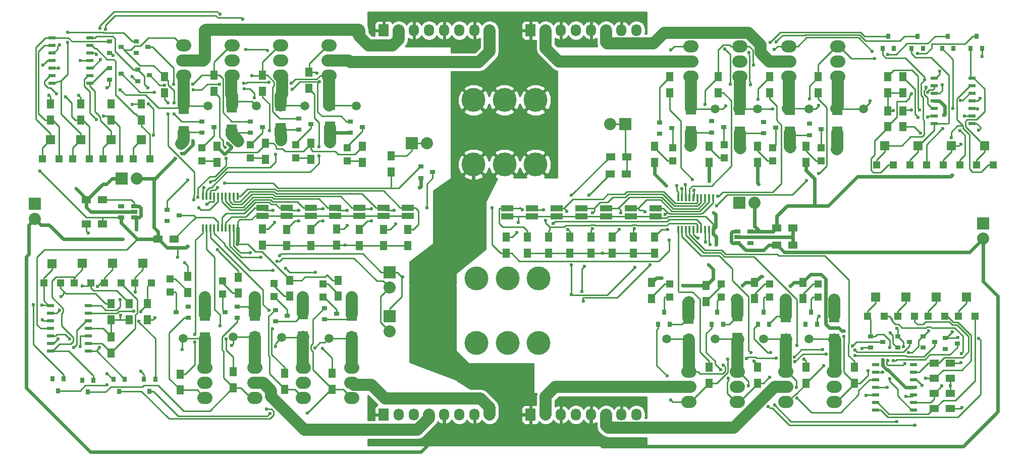
<source format=gbr>
G04 #@! TF.FileFunction,Copper,L1,Top,Signal*
%FSLAX46Y46*%
G04 Gerber Fmt 4.6, Leading zero omitted, Abs format (unit mm)*
G04 Created by KiCad (PCBNEW 4.0.6-e0-6349~53~ubuntu16.04.1) date Mon Jul 24 21:10:43 2017*
%MOMM*%
%LPD*%
G01*
G04 APERTURE LIST*
%ADD10C,0.100000*%
%ADD11R,0.900000X0.800000*%
%ADD12O,2.540000X2.032000*%
%ADD13R,1.200000X1.200000*%
%ADD14R,1.600000X1.500000*%
%ADD15R,1.300000X1.500000*%
%ADD16R,1.143000X0.508000*%
%ADD17R,2.000000X1.000000*%
%ADD18R,2.032000X2.032000*%
%ADD19O,2.032000X2.032000*%
%ADD20C,4.000000*%
%ADD21R,1.727200X2.032000*%
%ADD22O,1.727200X2.032000*%
%ADD23R,0.800000X0.900000*%
%ADD24R,1.500000X1.300000*%
%ADD25R,1.060000X0.650000*%
%ADD26R,0.406400X1.270000*%
%ADD27C,1.500000*%
%ADD28R,1.700000X2.000000*%
%ADD29C,0.600000*%
%ADD30C,1.000000*%
%ADD31C,0.600000*%
%ADD32C,0.250000*%
%ADD33C,2.000000*%
%ADD34C,0.254000*%
G04 APERTURE END LIST*
D10*
D11*
X182800000Y-74450000D03*
X182800000Y-76350000D03*
X184800000Y-75400000D03*
X117872000Y-105800000D03*
X117872000Y-107700000D03*
X119872000Y-106750000D03*
X214000000Y-110550000D03*
X214000000Y-112450000D03*
X216000000Y-111500000D03*
X86250000Y-61050000D03*
X86250000Y-62950000D03*
X88250000Y-62000000D03*
D12*
X102362000Y-64262000D03*
X102362000Y-66802000D03*
X102362000Y-61722000D03*
X110490000Y-64262000D03*
X110490000Y-66802000D03*
X110490000Y-61722000D03*
X94234000Y-64262000D03*
X94234000Y-66802000D03*
X94234000Y-61722000D03*
D13*
X70482000Y-80794000D03*
D14*
X71882000Y-77544000D03*
D13*
X73282000Y-80794000D03*
D15*
X87122000Y-74248000D03*
X87122000Y-71548000D03*
D13*
X80642000Y-80794000D03*
D14*
X82042000Y-77544000D03*
D13*
X83442000Y-80794000D03*
D15*
X71882000Y-74248000D03*
X71882000Y-71548000D03*
D13*
X85722000Y-80794000D03*
D14*
X87122000Y-77544000D03*
D13*
X88522000Y-80794000D03*
D15*
X76962000Y-74248000D03*
X76962000Y-71548000D03*
X82042000Y-74248000D03*
X82042000Y-71548000D03*
D13*
X75562000Y-80794000D03*
D14*
X76962000Y-77544000D03*
D13*
X78362000Y-80794000D03*
D11*
X81750000Y-61050000D03*
X81750000Y-62950000D03*
X83750000Y-62000000D03*
D16*
X72136000Y-60452000D03*
X72136000Y-61722000D03*
X72136000Y-62992000D03*
X72136000Y-64262000D03*
X72136000Y-65532000D03*
X72136000Y-66802000D03*
X72136000Y-68072000D03*
X78486000Y-68072000D03*
X78486000Y-66802000D03*
X78486000Y-64262000D03*
X78486000Y-62992000D03*
X78486000Y-61722000D03*
X78486000Y-60452000D03*
X78486000Y-65532000D03*
D11*
X81750000Y-65550000D03*
X81750000Y-67450000D03*
X83750000Y-66500000D03*
X86500000Y-65800000D03*
X86500000Y-67700000D03*
X88500000Y-66750000D03*
D15*
X115570000Y-80852000D03*
X115570000Y-78152000D03*
D13*
X113030000Y-80622000D03*
X113030000Y-78422000D03*
D11*
X113554000Y-73980000D03*
X113554000Y-75880000D03*
X115554000Y-74930000D03*
D12*
X118618000Y-64262000D03*
X118618000Y-66802000D03*
X118618000Y-61722000D03*
D15*
X99822000Y-81360000D03*
X99822000Y-78660000D03*
D11*
X97298000Y-74488000D03*
X97298000Y-76388000D03*
X99298000Y-75438000D03*
D13*
X97282000Y-81110000D03*
X97282000Y-78910000D03*
D11*
X122190000Y-74488000D03*
X122190000Y-76388000D03*
X124190000Y-75438000D03*
D15*
X124206000Y-81360000D03*
X124206000Y-78660000D03*
D13*
X121666000Y-81110000D03*
X121666000Y-78910000D03*
X105410000Y-80622000D03*
X105410000Y-78422000D03*
D15*
X107950000Y-80872000D03*
X107950000Y-78172000D03*
D11*
X105426000Y-74488000D03*
X105426000Y-76388000D03*
X107426000Y-75438000D03*
D13*
X91948000Y-100881000D03*
X91948000Y-103081000D03*
X100711000Y-101262000D03*
X100711000Y-103462000D03*
X109347000Y-101643000D03*
X109347000Y-103843000D03*
X117602000Y-101770000D03*
X117602000Y-103970000D03*
X176276000Y-81110000D03*
X176276000Y-78910000D03*
X184912000Y-80602000D03*
X184912000Y-78402000D03*
X193040000Y-81110000D03*
X193040000Y-78910000D03*
X201168000Y-81110000D03*
X201168000Y-78910000D03*
X175768000Y-101770000D03*
X175768000Y-103970000D03*
X184404000Y-101770000D03*
X184404000Y-103970000D03*
X192532000Y-101770000D03*
X192532000Y-103970000D03*
X200660000Y-101770000D03*
X200660000Y-103970000D03*
D17*
X131826000Y-88962000D03*
X131826000Y-90362000D03*
X127762000Y-88962000D03*
X127762000Y-90362000D03*
X123698000Y-88962000D03*
X123698000Y-90362000D03*
X119634000Y-88962000D03*
X119634000Y-90362000D03*
X115570000Y-88962000D03*
X115570000Y-90362000D03*
X111506000Y-88962000D03*
X111506000Y-90362000D03*
X107442000Y-88962000D03*
X107442000Y-90362000D03*
X173354996Y-89024000D03*
X173354996Y-90424000D03*
X169206330Y-89024000D03*
X169206330Y-90424000D03*
X165057664Y-89024000D03*
X165057664Y-90424000D03*
X160908998Y-89024000D03*
X160908998Y-90424000D03*
X156760332Y-89024000D03*
X156760332Y-90424000D03*
X152611666Y-89024000D03*
X152611666Y-90424000D03*
X148463000Y-89024000D03*
X148463000Y-90424000D03*
D18*
X132461000Y-78105000D03*
D19*
X135001000Y-78105000D03*
D20*
X142836000Y-81700000D03*
X142836000Y-70900000D03*
X148046000Y-81700000D03*
X148046000Y-70900000D03*
X153256000Y-81700000D03*
X153256000Y-70900000D03*
D18*
X128778000Y-107188000D03*
D19*
X128778000Y-109728000D03*
D18*
X128778000Y-99822000D03*
D19*
X128778000Y-102362000D03*
D20*
X143344000Y-111672000D03*
X143344000Y-100872000D03*
X148554000Y-111672000D03*
X148554000Y-100872000D03*
X153764000Y-111672000D03*
X153764000Y-100872000D03*
D21*
X127762000Y-59182000D03*
D22*
X130302000Y-59182000D03*
X132842000Y-59182000D03*
X135382000Y-59182000D03*
X137922000Y-59182000D03*
X140462000Y-59182000D03*
X143002000Y-59182000D03*
X145542000Y-59182000D03*
D21*
X127762000Y-123698000D03*
D22*
X130302000Y-123698000D03*
X132842000Y-123698000D03*
X135382000Y-123698000D03*
X137922000Y-123698000D03*
X140462000Y-123698000D03*
X143002000Y-123698000D03*
X145542000Y-123698000D03*
D21*
X152400000Y-59182000D03*
D22*
X154940000Y-59182000D03*
X157480000Y-59182000D03*
X160020000Y-59182000D03*
X162560000Y-59182000D03*
X165100000Y-59182000D03*
X167640000Y-59182000D03*
X170180000Y-59182000D03*
D21*
X152400000Y-123698000D03*
D22*
X154940000Y-123698000D03*
X157480000Y-123698000D03*
X160020000Y-123698000D03*
X162560000Y-123698000D03*
X165100000Y-123698000D03*
X167640000Y-123698000D03*
X170180000Y-123698000D03*
D18*
X168275000Y-74930000D03*
D19*
X165735000Y-74930000D03*
D11*
X91440000Y-89286000D03*
X91440000Y-91186000D03*
X93440000Y-90236000D03*
X95000000Y-107450000D03*
X95000000Y-105550000D03*
X93000000Y-106500000D03*
X103200000Y-107450000D03*
X103200000Y-105550000D03*
X101200000Y-106500000D03*
D23*
X74100000Y-117700000D03*
X72200000Y-117700000D03*
X73150000Y-119700000D03*
D12*
X179324000Y-64389000D03*
X179324000Y-66929000D03*
X179324000Y-61849000D03*
D23*
X79100000Y-117900000D03*
X77200000Y-117900000D03*
X78150000Y-119900000D03*
D11*
X109600000Y-106150000D03*
X109600000Y-108050000D03*
X111600000Y-107100000D03*
D12*
X187536666Y-64389000D03*
X187536666Y-66929000D03*
X187536666Y-61849000D03*
D23*
X84350000Y-117800000D03*
X82450000Y-117800000D03*
X83400000Y-119800000D03*
D12*
X97790000Y-118364000D03*
X97790000Y-115824000D03*
X97790000Y-120904000D03*
D23*
X89450000Y-117800000D03*
X87550000Y-117800000D03*
X88500000Y-119800000D03*
D12*
X106172000Y-118364000D03*
X106172000Y-115824000D03*
X106172000Y-120904000D03*
D11*
X174100000Y-74650000D03*
X174100000Y-76550000D03*
X176100000Y-75600000D03*
D23*
X211450000Y-62200000D03*
X213350000Y-62200000D03*
X212400000Y-60200000D03*
X216350000Y-62200000D03*
X218250000Y-62200000D03*
X217300000Y-60200000D03*
D11*
X191500000Y-74550000D03*
X191500000Y-76450000D03*
X193500000Y-75500000D03*
D12*
X114300000Y-118364000D03*
X114300000Y-115824000D03*
X114300000Y-120904000D03*
D11*
X199200000Y-74850000D03*
X199200000Y-76750000D03*
X201200000Y-75800000D03*
D12*
X122428000Y-118364000D03*
X122428000Y-115824000D03*
X122428000Y-120904000D03*
D11*
X134000000Y-82050000D03*
X134000000Y-83950000D03*
X136000000Y-83000000D03*
D23*
X221450000Y-62200000D03*
X223350000Y-62200000D03*
X222400000Y-60200000D03*
D12*
X195749332Y-64389000D03*
X195749332Y-66929000D03*
X195749332Y-61849000D03*
D23*
X226250000Y-62200000D03*
X228150000Y-62200000D03*
X227200000Y-60200000D03*
D12*
X203961998Y-64389000D03*
X203961998Y-66929000D03*
X203961998Y-61849000D03*
X178990855Y-119054938D03*
X178990855Y-116514938D03*
X178990855Y-121594938D03*
X187118854Y-119054938D03*
X187118854Y-116514938D03*
X187118854Y-121594938D03*
X195246853Y-119054938D03*
X195246853Y-116514938D03*
X195246853Y-121594938D03*
X203374852Y-119054938D03*
X203374852Y-116514938D03*
X203374852Y-121594938D03*
D15*
X131826000Y-95330000D03*
X131826000Y-92630000D03*
X127762000Y-95330000D03*
X127762000Y-92630000D03*
X123698000Y-95330000D03*
X123698000Y-92630000D03*
X119888000Y-95250000D03*
X119888000Y-92550000D03*
X115570000Y-95330000D03*
X115570000Y-92630000D03*
X111506000Y-95330000D03*
X111506000Y-92630000D03*
X107442000Y-95250000D03*
X107442000Y-92550000D03*
D24*
X89916000Y-94234000D03*
X92616000Y-94234000D03*
D15*
X91000000Y-69700000D03*
X91000000Y-67000000D03*
X99314000Y-69422000D03*
X99314000Y-66722000D03*
X107442000Y-69422000D03*
X107442000Y-66722000D03*
X115250000Y-68914000D03*
X115250000Y-66214000D03*
X94869000Y-103204000D03*
X94869000Y-100504000D03*
X103378000Y-103331000D03*
X103378000Y-100631000D03*
X93599000Y-116887000D03*
X93599000Y-119587000D03*
X102489000Y-116506000D03*
X102489000Y-119206000D03*
X82042000Y-105076000D03*
X82042000Y-107776000D03*
X85090000Y-105076000D03*
X85090000Y-107776000D03*
X112014000Y-103839000D03*
X112014000Y-101139000D03*
X120142000Y-103839000D03*
X120142000Y-101139000D03*
X111125000Y-116760000D03*
X111125000Y-119460000D03*
X119126000Y-116760000D03*
X119126000Y-119460000D03*
X82042000Y-113364000D03*
X82042000Y-110664000D03*
X88138000Y-105076000D03*
X88138000Y-107776000D03*
X173228000Y-96600000D03*
X173228000Y-93900000D03*
X169672000Y-96600000D03*
X169672000Y-93900000D03*
X166116000Y-96600000D03*
X166116000Y-93900000D03*
X162560000Y-96600000D03*
X162560000Y-93900000D03*
X159004000Y-96600000D03*
X159004000Y-93900000D03*
X155448000Y-96600000D03*
X155448000Y-93900000D03*
X151892000Y-96600000D03*
X151892000Y-93900000D03*
X148336000Y-93900000D03*
X148336000Y-96600000D03*
X173228000Y-78660000D03*
X173228000Y-81360000D03*
X182372000Y-78660000D03*
X182372000Y-81360000D03*
X175768000Y-69676000D03*
X175768000Y-66976000D03*
X183896000Y-69676000D03*
X183896000Y-66976000D03*
X212344000Y-75391000D03*
X212344000Y-72691000D03*
X214884000Y-66976000D03*
X214884000Y-69676000D03*
X190500000Y-78660000D03*
X190500000Y-81360000D03*
X198628000Y-78660000D03*
X198628000Y-81360000D03*
X192532000Y-69676000D03*
X192532000Y-66976000D03*
X200660000Y-69676000D03*
X200660000Y-66976000D03*
X212344000Y-66976000D03*
X212344000Y-69676000D03*
X214884000Y-75391000D03*
X214884000Y-72691000D03*
X172720000Y-104220000D03*
X172720000Y-101520000D03*
X181864000Y-104728000D03*
X181864000Y-102028000D03*
X182372000Y-115744000D03*
X182372000Y-118444000D03*
X190500000Y-115744000D03*
X190500000Y-118444000D03*
D24*
X220138000Y-120142000D03*
X222838000Y-120142000D03*
X220138000Y-115062000D03*
X222838000Y-115062000D03*
D15*
X189992000Y-104220000D03*
X189992000Y-101520000D03*
X198120000Y-104220000D03*
X198120000Y-101520000D03*
X198628000Y-115744000D03*
X198628000Y-118444000D03*
X206756000Y-115744000D03*
X206756000Y-118444000D03*
D24*
X220138000Y-117602000D03*
X222838000Y-117602000D03*
X220138000Y-122682000D03*
X222838000Y-122682000D03*
D15*
X129000000Y-83000000D03*
X129000000Y-80300000D03*
D24*
X165862000Y-80391000D03*
X168562000Y-80391000D03*
X165782000Y-83312000D03*
X168482000Y-83312000D03*
D13*
X70736000Y-101622000D03*
D14*
X72136000Y-98372000D03*
D13*
X73536000Y-101622000D03*
X75850000Y-101585000D03*
D14*
X77250000Y-98335000D03*
D13*
X78650000Y-101585000D03*
X80896000Y-101585000D03*
D14*
X82296000Y-98335000D03*
D13*
X83696000Y-101585000D03*
X85976000Y-101575000D03*
D14*
X87376000Y-98325000D03*
D13*
X88776000Y-101575000D03*
X210436000Y-81810000D03*
D14*
X211836000Y-78560000D03*
D13*
X213236000Y-81810000D03*
X216024000Y-81810000D03*
D14*
X217424000Y-78560000D03*
D13*
X218824000Y-81810000D03*
X221612000Y-81810000D03*
D14*
X223012000Y-78560000D03*
D13*
X224412000Y-81810000D03*
X227200000Y-81810000D03*
D14*
X228600000Y-78560000D03*
D13*
X230000000Y-81810000D03*
X208912000Y-107210000D03*
D14*
X210312000Y-103960000D03*
D13*
X211712000Y-107210000D03*
X213992000Y-107210000D03*
D14*
X215392000Y-103960000D03*
D13*
X216792000Y-107210000D03*
X219072000Y-107210000D03*
D14*
X220472000Y-103960000D03*
D13*
X221872000Y-107210000D03*
X224152000Y-107210000D03*
D14*
X225552000Y-103960000D03*
D13*
X226952000Y-107210000D03*
D25*
X85936000Y-90612000D03*
X85936000Y-89662000D03*
X85936000Y-88712000D03*
X83736000Y-88712000D03*
X83736000Y-90612000D03*
X187094524Y-92966000D03*
X187094524Y-93916000D03*
X187094524Y-94866000D03*
X189294524Y-94866000D03*
X189294524Y-92966000D03*
D26*
X103251000Y-86995000D03*
X102616000Y-86995000D03*
X101955600Y-86995000D03*
X101295200Y-86995000D03*
X100660200Y-86995000D03*
X99999800Y-86995000D03*
X99339400Y-86995000D03*
X98704400Y-86995000D03*
X98044000Y-86995000D03*
X97409000Y-86995000D03*
X97409000Y-92329000D03*
X98044000Y-92329000D03*
X98704400Y-92329000D03*
X99339400Y-92329000D03*
X99999800Y-92329000D03*
X100660200Y-92329000D03*
X101295200Y-92329000D03*
X101955600Y-92329000D03*
X102616000Y-92329000D03*
X103251000Y-92329000D03*
X183007000Y-87249000D03*
X182372000Y-87249000D03*
X181711600Y-87249000D03*
X181051200Y-87249000D03*
X180416200Y-87249000D03*
X179755800Y-87249000D03*
X179095400Y-87249000D03*
X178460400Y-87249000D03*
X177800000Y-87249000D03*
X177165000Y-87249000D03*
X177165000Y-92583000D03*
X177800000Y-92583000D03*
X178460400Y-92583000D03*
X179095400Y-92583000D03*
X179755800Y-92583000D03*
X180416200Y-92583000D03*
X181051200Y-92583000D03*
X181711600Y-92583000D03*
X182372000Y-92583000D03*
X183007000Y-92583000D03*
D16*
X71882000Y-105410000D03*
X71882000Y-106680000D03*
X71882000Y-107950000D03*
X71882000Y-109220000D03*
X71882000Y-110490000D03*
X71882000Y-111760000D03*
X71882000Y-113030000D03*
X78232000Y-113030000D03*
X78232000Y-111760000D03*
X78232000Y-109220000D03*
X78232000Y-107950000D03*
X78232000Y-106680000D03*
X78232000Y-105410000D03*
X78232000Y-110490000D03*
X220091000Y-67183000D03*
X220091000Y-68453000D03*
X220091000Y-69723000D03*
X220091000Y-70993000D03*
X220091000Y-72263000D03*
X220091000Y-73533000D03*
X220091000Y-74803000D03*
X226441000Y-74803000D03*
X226441000Y-73533000D03*
X226441000Y-70993000D03*
X226441000Y-69723000D03*
X226441000Y-68453000D03*
X226441000Y-67183000D03*
X226441000Y-72263000D03*
X216662000Y-122936000D03*
X216662000Y-121666000D03*
X216662000Y-120396000D03*
X216662000Y-119126000D03*
X216662000Y-117856000D03*
X216662000Y-116586000D03*
X216662000Y-115316000D03*
X210312000Y-115316000D03*
X210312000Y-116586000D03*
X210312000Y-119126000D03*
X210312000Y-120396000D03*
X210312000Y-121666000D03*
X210312000Y-122936000D03*
X210312000Y-117856000D03*
D27*
X98298000Y-71882000D03*
X106426000Y-71882000D03*
X114554000Y-71882000D03*
X123190000Y-71882000D03*
X94107000Y-110871000D03*
X102489000Y-110617000D03*
X110617000Y-110744000D03*
X118618000Y-110871000D03*
X183388000Y-72390000D03*
X190500000Y-72390000D03*
X199136000Y-72390000D03*
X208280000Y-72390000D03*
X175260000Y-110998000D03*
X183388000Y-110998000D03*
X191516000Y-110998000D03*
X199136000Y-110998000D03*
D24*
X80598000Y-87630000D03*
X77898000Y-87630000D03*
X193722000Y-95250000D03*
X196422000Y-95250000D03*
X80598000Y-91694000D03*
X77898000Y-91694000D03*
X193722000Y-92329000D03*
X196422000Y-92329000D03*
D18*
X69215000Y-88265000D03*
D19*
X69215000Y-90805000D03*
D18*
X228346000Y-91567000D03*
D19*
X228346000Y-94107000D03*
D18*
X83820000Y-84074000D03*
D19*
X86360000Y-84074000D03*
D18*
X187452000Y-88138000D03*
D19*
X189992000Y-88138000D03*
D23*
X173850000Y-108500000D03*
X175750000Y-108500000D03*
X174800000Y-106500000D03*
X182800000Y-108500000D03*
X184700000Y-108500000D03*
X183750000Y-106500000D03*
D11*
X209500000Y-110550000D03*
X209500000Y-112450000D03*
X211500000Y-111500000D03*
D23*
X190550000Y-108500000D03*
X192450000Y-108500000D03*
X191500000Y-106500000D03*
X198550000Y-108500000D03*
X200450000Y-108500000D03*
X199500000Y-106500000D03*
D11*
X218250000Y-110550000D03*
X218250000Y-112450000D03*
X220250000Y-111500000D03*
X222000000Y-110800000D03*
X222000000Y-112700000D03*
X224000000Y-111750000D03*
D28*
X94250000Y-72250000D03*
X94250000Y-76250000D03*
X102250000Y-72000000D03*
X102250000Y-76000000D03*
X110500000Y-71750000D03*
X110500000Y-75750000D03*
X118750000Y-71500000D03*
X118750000Y-75500000D03*
X97800000Y-110900000D03*
X97800000Y-106900000D03*
X106200000Y-110900000D03*
X106200000Y-106900000D03*
X114200000Y-110700000D03*
X114200000Y-106700000D03*
X122400000Y-110900000D03*
X122400000Y-106900000D03*
X179300000Y-72300000D03*
X179300000Y-76300000D03*
X187500000Y-72400000D03*
X187500000Y-76400000D03*
X195900000Y-72400000D03*
X195900000Y-76400000D03*
X203900000Y-72400000D03*
X203900000Y-76400000D03*
X178900000Y-111400000D03*
X178900000Y-107400000D03*
X187100000Y-111000000D03*
X187100000Y-107000000D03*
X195200000Y-111200000D03*
X195200000Y-107200000D03*
X203400000Y-111200000D03*
X203400000Y-107200000D03*
D29*
X86233000Y-92583000D03*
X83947000Y-94234000D03*
X85600000Y-67000000D03*
X82042000Y-71548000D03*
X81400000Y-68800000D03*
X82400000Y-63400000D03*
X86250000Y-62950000D03*
X133800000Y-85600000D03*
X87000000Y-116400000D03*
X72200000Y-117700000D03*
X77200000Y-117900000D03*
X81400000Y-116800000D03*
X95000000Y-105550000D03*
X97600000Y-85600000D03*
X82400000Y-89662000D03*
X91440000Y-91186000D03*
X174100000Y-76550000D03*
X213350000Y-62200000D03*
X218250000Y-62200000D03*
X223350000Y-62200000D03*
X228200000Y-63600000D03*
X227800000Y-70600000D03*
X208000000Y-112600000D03*
X212800000Y-110000000D03*
X218250000Y-112450000D03*
X222000000Y-112700000D03*
X224600000Y-115000000D03*
X200800000Y-107200000D03*
D30*
X179000000Y-104800000D03*
X187000000Y-104400000D03*
X195200000Y-104400000D03*
X203400000Y-104400000D03*
X203800000Y-79200000D03*
X196000000Y-78800000D03*
X187600000Y-79000000D03*
X179200000Y-78600000D03*
X118800000Y-78000000D03*
X110600001Y-77626154D03*
X103400000Y-77800000D03*
X93800000Y-78200000D03*
X122400000Y-104000000D03*
X114200000Y-104000000D03*
X106200000Y-104000000D03*
X97800000Y-104000000D03*
D29*
X224775551Y-122540551D03*
X76835000Y-64262000D03*
X71628000Y-70104000D03*
X76581000Y-70104000D03*
X85598000Y-71628000D03*
X222838000Y-118872000D03*
X212217000Y-119126000D03*
X83627651Y-106995660D03*
X89408000Y-107442000D03*
X216281000Y-72517000D03*
X213233000Y-72644000D03*
X194310000Y-93916000D03*
X176911000Y-85217000D03*
X164465000Y-96600000D03*
X121285000Y-95250000D03*
X76200000Y-85725000D03*
X78232000Y-93218000D03*
X101633564Y-78154900D03*
X99895229Y-96047125D03*
X92800000Y-80700000D03*
X93900000Y-79800000D03*
X95758000Y-77724000D03*
X70104000Y-82804000D03*
X70612000Y-65024000D03*
X93218000Y-97282000D03*
X94361000Y-98171000D03*
X103241010Y-95062573D03*
X94869000Y-95377000D03*
X211474977Y-114425010D03*
X187962449Y-101978551D03*
X182374990Y-84477021D03*
X183515000Y-95123000D03*
X182245000Y-98552000D03*
X174371000Y-100711000D03*
X177927000Y-101981000D03*
X183007000Y-100711000D03*
X191262000Y-100457000D03*
X195961000Y-102108000D03*
X204978000Y-109601000D03*
X183134000Y-89789000D03*
X175133000Y-85217000D03*
X190627000Y-84963000D03*
X223139000Y-83439000D03*
X221742000Y-73406000D03*
X150368000Y-91440000D03*
X150114000Y-93091000D03*
X129540000Y-89408000D03*
X129794000Y-91694000D03*
X125730000Y-89154000D03*
X125730000Y-91186000D03*
X121666000Y-89408000D03*
X121666000Y-91948000D03*
X117602000Y-89154000D03*
X117602000Y-91186000D03*
X113538000Y-89408000D03*
X113538000Y-91186000D03*
X109220000Y-89408000D03*
X109474000Y-91440000D03*
X175006000Y-90043000D03*
X175387000Y-92583000D03*
X171577000Y-89662000D03*
X169799000Y-92456000D03*
X167513000Y-89789000D03*
X167259000Y-92583000D03*
X162814000Y-89789000D03*
X162814000Y-92456000D03*
X158632990Y-92583000D03*
X158496000Y-89535000D03*
X154559000Y-89281000D03*
X154940000Y-91059000D03*
X151003000Y-89281000D03*
X156210000Y-91567000D03*
X131000000Y-100600000D03*
X159257998Y-103504998D03*
X159257998Y-98552000D03*
X159258000Y-86868000D03*
X169926000Y-98933000D03*
X182499000Y-95123000D03*
X110292542Y-97019823D03*
X105409998Y-96520000D03*
X172466000Y-98542010D03*
X107211540Y-97247966D03*
X162179000Y-86868000D03*
X161417000Y-98806000D03*
X161036000Y-102997000D03*
X161290000Y-104648000D03*
X181737000Y-94742000D03*
X109855000Y-97917000D03*
X94900000Y-84300000D03*
X101100000Y-84800000D03*
X95935565Y-87645585D03*
X96800000Y-89000000D03*
X91600000Y-73200000D03*
X91600000Y-71400000D03*
X101148083Y-78800804D03*
X98100000Y-88400000D03*
X96600000Y-87200000D03*
X101300000Y-80700000D03*
X73400000Y-61600000D03*
X83600000Y-69200000D03*
X74750000Y-61250000D03*
X74750000Y-59500000D03*
X102362000Y-70199366D03*
X73200000Y-65500000D03*
X108600000Y-76000000D03*
X109600000Y-80000000D03*
X99900000Y-85600000D03*
X98700000Y-84700000D03*
X116900000Y-80300000D03*
X116900000Y-78700000D03*
X108300000Y-62600000D03*
X104600000Y-62400000D03*
X104100000Y-57300000D03*
X81100000Y-59000000D03*
X80300000Y-64100000D03*
X89147010Y-76806958D03*
X87122000Y-77544000D03*
X88300000Y-71500000D03*
X88200000Y-68800000D03*
X100310186Y-56474990D03*
X112273611Y-68042490D03*
X108500000Y-67900000D03*
X104341951Y-68058049D03*
X104341949Y-68058051D03*
X104341950Y-68058050D03*
X80200000Y-58800000D03*
X79600000Y-63200000D03*
X179800000Y-86000000D03*
X179600000Y-84200000D03*
X70400000Y-105300000D03*
X69000000Y-105200000D03*
X185175990Y-71863604D03*
X221488000Y-68326000D03*
X96100000Y-111500000D03*
X96100000Y-110200000D03*
X100300000Y-108800000D03*
X101299202Y-111000257D03*
X115000000Y-123400000D03*
X108700000Y-123500000D03*
X218760672Y-68758928D03*
X193040000Y-72390000D03*
X80100000Y-112400000D03*
X79749543Y-102206409D03*
X94000000Y-112800000D03*
X70500080Y-107799330D03*
X86700000Y-108000000D03*
X86106000Y-103124000D03*
X83566000Y-104394000D03*
X102235000Y-112121002D03*
X75057000Y-110998000D03*
X108500000Y-106200000D03*
X109100000Y-109300000D03*
X117500000Y-112600000D03*
X116300000Y-99800000D03*
X111300000Y-99100000D03*
X109200000Y-99500000D03*
X178400000Y-85100000D03*
X183800000Y-87000000D03*
X183600008Y-88600000D03*
X177774990Y-85800000D03*
X198700000Y-84400000D03*
X200700000Y-83200000D03*
X209700000Y-62700000D03*
X212300000Y-63200000D03*
X191500000Y-74550000D03*
X190600000Y-70800000D03*
X192532000Y-66976000D03*
X193300000Y-62400000D03*
X109625010Y-112268000D03*
X76835000Y-112268000D03*
X210100000Y-63900000D03*
X217300000Y-63100000D03*
X199200000Y-74850000D03*
X199200000Y-70700000D03*
X75800000Y-112400000D03*
X116200000Y-112500000D03*
X226441000Y-74803000D03*
X223300000Y-72300000D03*
X227584000Y-75946000D03*
X224574010Y-78289693D03*
X227394234Y-72420650D03*
X200745348Y-71785039D03*
X224533556Y-70985454D03*
X209349087Y-71043806D03*
X189400000Y-113300000D03*
X189900000Y-114700000D03*
X184749705Y-115380468D03*
X213868000Y-124850990D03*
X215392000Y-120650000D03*
X193344789Y-122109263D03*
X218059000Y-118745000D03*
X216916000Y-125476000D03*
X192278000Y-122301000D03*
X188976000Y-118872000D03*
X197100000Y-112100000D03*
X198300000Y-114400000D03*
X197104000Y-120904000D03*
X197015100Y-119127834D03*
X208704117Y-120503793D03*
X72898000Y-69850000D03*
X74422000Y-70358000D03*
X80800000Y-73600000D03*
X79600000Y-74200000D03*
X73660000Y-103886000D03*
X73406000Y-106172000D03*
X77216000Y-102108000D03*
X73152000Y-110998000D03*
X87055594Y-106408642D03*
X85805582Y-106321683D03*
X216281000Y-69850000D03*
X219019498Y-69596000D03*
X217424000Y-73787000D03*
X221534956Y-75678978D03*
X218994251Y-73764566D03*
X224447034Y-75995649D03*
X217678000Y-72517000D03*
X225180990Y-73533000D03*
X222973990Y-77252003D03*
X217805000Y-76454000D03*
X221361000Y-118872000D03*
X224663000Y-113411000D03*
X211455000Y-116586000D03*
X218694000Y-117602000D03*
X92600000Y-71400000D03*
X92600000Y-73200000D03*
X95750000Y-68250000D03*
X92500000Y-68250000D03*
X105700000Y-66800000D03*
X89300000Y-69600000D03*
X112400000Y-69100000D03*
X106100000Y-70500000D03*
X104400000Y-69000000D03*
X100200000Y-68200000D03*
X95800000Y-69200000D03*
X91000000Y-68400000D03*
X117000000Y-67800000D03*
X116600000Y-66400000D03*
X93599000Y-119587000D03*
X81400000Y-118700000D03*
X189074990Y-62902424D03*
X192608051Y-61208051D03*
X185000000Y-62300000D03*
X185900000Y-68200000D03*
X189300000Y-68300000D03*
X175768000Y-66976000D03*
X175900000Y-62500000D03*
X108100000Y-122800000D03*
X189800000Y-65000000D03*
X193600000Y-61100000D03*
X182800000Y-74450000D03*
X181700000Y-71600000D03*
X221081551Y-66065449D03*
X218536952Y-67508916D03*
X146000000Y-89000000D03*
X135000000Y-89000000D03*
X180543790Y-94032492D03*
X175641000Y-94361000D03*
X175900000Y-121200000D03*
X175300000Y-117200000D03*
X185500000Y-114400000D03*
X188600000Y-114300000D03*
X193600000Y-114200000D03*
X196700000Y-114000000D03*
X201400000Y-112800000D03*
X206400000Y-112200000D03*
X192525010Y-117408848D03*
X185600000Y-117600000D03*
X184300000Y-116200000D03*
X206837609Y-112869714D03*
X196800000Y-114800000D03*
X202000000Y-113500000D03*
X212700000Y-117700000D03*
X212700000Y-112400000D03*
X213900000Y-107302000D03*
X214995547Y-112295550D03*
X216662000Y-115316000D03*
X213900000Y-109200000D03*
X192700000Y-113300000D03*
X201600000Y-115500000D03*
X206800000Y-113800000D03*
X213300000Y-114600000D03*
X209000000Y-116300000D03*
X198550000Y-108500000D03*
X205000000Y-110600000D03*
X219072000Y-107210000D03*
X210312000Y-115316000D03*
X212300000Y-114600000D03*
X215200000Y-115100000D03*
X215800000Y-113300000D03*
X219200000Y-109600000D03*
X224152000Y-107210000D03*
X227600000Y-110900000D03*
X224100000Y-110700000D03*
X223200000Y-109800000D03*
D31*
X142836000Y-81700000D02*
X142836000Y-84528427D01*
X142836000Y-84528427D02*
X139200000Y-88164427D01*
X139200000Y-88164427D02*
X139200000Y-104800000D01*
X139200000Y-104800000D02*
X138800000Y-105200000D01*
X138800000Y-105200000D02*
X138800000Y-112200000D01*
X138800000Y-112200000D02*
X150298000Y-123698000D01*
X150298000Y-123698000D02*
X152400000Y-123698000D01*
X164400000Y-129000000D02*
X162560000Y-127160000D01*
X162560000Y-127160000D02*
X162560000Y-123698000D01*
X225000000Y-129000000D02*
X164400000Y-129000000D01*
X230800000Y-123200000D02*
X225000000Y-129000000D01*
X230800000Y-103800000D02*
X230800000Y-123200000D01*
X228346000Y-101346000D02*
X230800000Y-103800000D01*
X228346000Y-94107000D02*
X228346000Y-101346000D01*
X134000000Y-130000000D02*
X137922000Y-126078000D01*
X137922000Y-126078000D02*
X137922000Y-123698000D01*
X78600000Y-130000000D02*
X134000000Y-130000000D01*
X67800000Y-119200000D02*
X78600000Y-130000000D01*
X67800000Y-97200000D02*
X67800000Y-119200000D01*
X68199001Y-96800999D02*
X67800000Y-97200000D01*
X69215000Y-90805000D02*
X68199001Y-91820999D01*
X68199001Y-91820999D02*
X68199001Y-96800999D01*
X187299524Y-94866000D02*
X187094524Y-94866000D01*
X192372000Y-95250000D02*
X191497022Y-96124978D01*
X193722000Y-95250000D02*
X192372000Y-95250000D01*
X188558502Y-96124978D02*
X187299524Y-94866000D01*
X191497022Y-96124978D02*
X188558502Y-96124978D01*
X86995000Y-90358002D02*
X86995000Y-88965998D01*
X86741002Y-88712000D02*
X85936000Y-88712000D01*
X86995000Y-88965998D02*
X86741002Y-88712000D01*
X85936000Y-90612000D02*
X86741002Y-90612000D01*
X86741002Y-90612000D02*
X86995000Y-90358002D01*
X86233000Y-92583000D02*
X86233000Y-90909000D01*
X86233000Y-90909000D02*
X85936000Y-90612000D01*
X71627999Y-91820999D02*
X74041000Y-94234000D01*
X74041000Y-94234000D02*
X83947000Y-94234000D01*
X69215000Y-90805000D02*
X70230999Y-91820999D01*
X70230999Y-91820999D02*
X71627999Y-91820999D01*
D32*
X85936000Y-88712000D02*
X85936000Y-88137000D01*
X81598000Y-87630000D02*
X80598000Y-87630000D01*
X85936000Y-88137000D02*
X85429000Y-87630000D01*
X85429000Y-87630000D02*
X81598000Y-87630000D01*
X86426000Y-88712000D02*
X85936000Y-88712000D01*
D31*
X193722000Y-95250000D02*
X193822000Y-95250000D01*
X193822000Y-95250000D02*
X194972001Y-96400001D01*
X194972001Y-96400001D02*
X226052999Y-96400001D01*
X226052999Y-96400001D02*
X228346000Y-94107000D01*
X187094524Y-94866000D02*
X186289522Y-94866000D01*
X186289522Y-94866000D02*
X186064523Y-94641001D01*
X186064523Y-94641001D02*
X186064523Y-93190999D01*
X186064523Y-93190999D02*
X186289522Y-92966000D01*
X186289522Y-92966000D02*
X187094524Y-92966000D01*
D32*
X86500000Y-67700000D02*
X86300000Y-67700000D01*
X86300000Y-67700000D02*
X85600000Y-67000000D01*
X81750000Y-67450000D02*
X81750000Y-68450000D01*
X81750000Y-68450000D02*
X81400000Y-68800000D01*
X94250000Y-76250000D02*
X97160000Y-76250000D01*
X97160000Y-76250000D02*
X97298000Y-76388000D01*
X82042000Y-71548000D02*
X82548000Y-71548000D01*
X81750000Y-62950000D02*
X81950000Y-62950000D01*
X81950000Y-62950000D02*
X82400000Y-63400000D01*
X113554000Y-75880000D02*
X110630000Y-75880000D01*
X110630000Y-75880000D02*
X110500000Y-75750000D01*
X105426000Y-76388000D02*
X102638000Y-76388000D01*
X102638000Y-76388000D02*
X102250000Y-76000000D01*
D31*
X122190000Y-76388000D02*
X119638000Y-76388000D01*
X119638000Y-76388000D02*
X118750000Y-75500000D01*
X134000000Y-83950000D02*
X134000000Y-85400000D01*
X134000000Y-85400000D02*
X133800000Y-85600000D01*
D32*
X87550000Y-117800000D02*
X87550000Y-116950000D01*
X87550000Y-116950000D02*
X87000000Y-116400000D01*
X82450000Y-117800000D02*
X82400000Y-117800000D01*
X82400000Y-117800000D02*
X81400000Y-116800000D01*
X109600000Y-108050000D02*
X113000000Y-108050000D01*
X114200000Y-106850000D02*
X114200000Y-106700000D01*
X113000000Y-108050000D02*
X114200000Y-106850000D01*
X117872000Y-107700000D02*
X121600000Y-107700000D01*
X121600000Y-107700000D02*
X122400000Y-106900000D01*
X103200000Y-105550000D02*
X105000000Y-105550000D01*
X105000000Y-105550000D02*
X106200000Y-106750000D01*
X106200000Y-106750000D02*
X106200000Y-106900000D01*
X97409000Y-86995000D02*
X97409000Y-85791000D01*
X97409000Y-85791000D02*
X97600000Y-85600000D01*
D31*
X82400000Y-89662000D02*
X78680000Y-89662000D01*
X85936000Y-89662000D02*
X82400000Y-89662000D01*
D32*
X182800000Y-76350000D02*
X179350000Y-76350000D01*
X179350000Y-76350000D02*
X179300000Y-76300000D01*
X191500000Y-76450000D02*
X187550000Y-76450000D01*
X187550000Y-76450000D02*
X187500000Y-76400000D01*
X199200000Y-76750000D02*
X196250000Y-76750000D01*
X196250000Y-76750000D02*
X195900000Y-76400000D01*
X228150000Y-62200000D02*
X228150000Y-63550000D01*
X228150000Y-63550000D02*
X228200000Y-63600000D01*
X226441000Y-70993000D02*
X227407000Y-70993000D01*
X227407000Y-70993000D02*
X227800000Y-70600000D01*
X209500000Y-112450000D02*
X208150000Y-112450000D01*
X208150000Y-112450000D02*
X208000000Y-112600000D01*
X214000000Y-112450000D02*
X213950000Y-112450000D01*
X213950000Y-112450000D02*
X213224999Y-111724999D01*
X213224999Y-111724999D02*
X213224999Y-110424999D01*
X213224999Y-110424999D02*
X212800000Y-110000000D01*
X222838000Y-115062000D02*
X224538000Y-115062000D01*
X224538000Y-115062000D02*
X224600000Y-115000000D01*
X200450000Y-108500000D02*
X200450000Y-107550000D01*
X200450000Y-107550000D02*
X200800000Y-107200000D01*
X192450000Y-108500000D02*
X192450000Y-108450000D01*
X192450000Y-108450000D02*
X193700000Y-107200000D01*
X193700000Y-107200000D02*
X194100000Y-107200000D01*
X194100000Y-107200000D02*
X195200000Y-107200000D01*
X175750000Y-108500000D02*
X177800000Y-108500000D01*
X177800000Y-108500000D02*
X178900000Y-107400000D01*
X184700000Y-108500000D02*
X185750000Y-108500000D01*
X185750000Y-108500000D02*
X187100000Y-107150000D01*
X187100000Y-107150000D02*
X187100000Y-107000000D01*
D33*
X178900000Y-107400000D02*
X178900000Y-104900000D01*
X178900000Y-104900000D02*
X179000000Y-104800000D01*
X187100000Y-107000000D02*
X187100000Y-104500000D01*
X187100000Y-104500000D02*
X187000000Y-104400000D01*
X195200000Y-107200000D02*
X195200000Y-104400000D01*
X203400000Y-107200000D02*
X203400000Y-104400000D01*
X203900000Y-76400000D02*
X203900000Y-79100000D01*
X203900000Y-79100000D02*
X203800000Y-79200000D01*
X195900000Y-76400000D02*
X195900000Y-78700000D01*
X195900000Y-78700000D02*
X196000000Y-78800000D01*
X187500000Y-76400000D02*
X187500000Y-78900000D01*
X187500000Y-78900000D02*
X187600000Y-79000000D01*
X179300000Y-76300000D02*
X179300000Y-78500000D01*
X179300000Y-78500000D02*
X179200000Y-78600000D01*
X118750000Y-75500000D02*
X118750000Y-77950000D01*
X118750000Y-77950000D02*
X118800000Y-78000000D01*
X110500000Y-75750000D02*
X110500000Y-76679998D01*
X110500000Y-76679998D02*
X110600001Y-76779999D01*
X110600001Y-76779999D02*
X110600001Y-77626154D01*
X102250000Y-76000000D02*
X102250000Y-76650000D01*
X102250000Y-76650000D02*
X103400000Y-77800000D01*
X94250000Y-76250000D02*
X94250000Y-77750000D01*
X94250000Y-77750000D02*
X93800000Y-78200000D01*
X122400000Y-106900000D02*
X122400000Y-104000000D01*
X114200000Y-106700000D02*
X114200000Y-104000000D01*
X106200000Y-106900000D02*
X106200000Y-104000000D01*
X97800000Y-106900000D02*
X97800000Y-104000000D01*
D32*
X224634102Y-122682000D02*
X224775551Y-122540551D01*
X222838000Y-122682000D02*
X224634102Y-122682000D01*
X228150000Y-62200000D02*
X228150000Y-62250000D01*
X78486000Y-64262000D02*
X76835000Y-64262000D01*
X71882000Y-71548000D02*
X71882000Y-70358000D01*
X71882000Y-70358000D02*
X71628000Y-70104000D01*
X76962000Y-71548000D02*
X76962000Y-70485000D01*
X76962000Y-70485000D02*
X76581000Y-70104000D01*
X87122000Y-71548000D02*
X85678000Y-71548000D01*
X85678000Y-71548000D02*
X85598000Y-71628000D01*
X76962000Y-71548000D02*
X76962000Y-70866000D01*
X105376000Y-76388000D02*
X105426000Y-76388000D01*
X113504000Y-75880000D02*
X113554000Y-75880000D01*
X222838000Y-118872000D02*
X222838000Y-117602000D01*
X222838000Y-119242000D02*
X222838000Y-118872000D01*
X222838000Y-120142000D02*
X222838000Y-119242000D01*
X210312000Y-119126000D02*
X212217000Y-119126000D01*
X226441000Y-70993000D02*
X226949000Y-70993000D01*
X83566000Y-107057311D02*
X83627651Y-106995660D01*
X83566000Y-107776000D02*
X85090000Y-107776000D01*
X82042000Y-107776000D02*
X83566000Y-107776000D01*
X83566000Y-107776000D02*
X83566000Y-107057311D01*
X88138000Y-107776000D02*
X89074000Y-107776000D01*
X89074000Y-107776000D02*
X89408000Y-107442000D01*
X226441000Y-70993000D02*
X226187000Y-70993000D01*
X216281000Y-72517000D02*
X215058000Y-72517000D01*
X215058000Y-72517000D02*
X214884000Y-72691000D01*
X212344000Y-72691000D02*
X213186000Y-72691000D01*
X213186000Y-72691000D02*
X213233000Y-72644000D01*
X212344000Y-69676000D02*
X214884000Y-69676000D01*
X212344000Y-72691000D02*
X212344000Y-71691000D01*
X212344000Y-71691000D02*
X212344000Y-69676000D01*
D31*
X194310000Y-93916000D02*
X196085000Y-93916000D01*
X187094524Y-93916000D02*
X194310000Y-93916000D01*
D32*
X176911000Y-86110000D02*
X176911000Y-85217000D01*
X177165000Y-87249000D02*
X177165000Y-86364000D01*
X177165000Y-86364000D02*
X176911000Y-86110000D01*
X164465000Y-96600000D02*
X166116000Y-96600000D01*
X163460000Y-96600000D02*
X164465000Y-96600000D01*
X121285000Y-95250000D02*
X123618000Y-95250000D01*
X119888000Y-95250000D02*
X121285000Y-95250000D01*
X97409000Y-87426800D02*
X97409000Y-86995000D01*
D31*
X77898000Y-87630000D02*
X77898000Y-87423000D01*
X77898000Y-87423000D02*
X76200000Y-85725000D01*
X78680000Y-89662000D02*
X77898000Y-88880000D01*
X77898000Y-88880000D02*
X77898000Y-87630000D01*
X196422000Y-95250000D02*
X196422000Y-94000000D01*
X196422000Y-94000000D02*
X196338000Y-93916000D01*
X196338000Y-93916000D02*
X196085000Y-93916000D01*
X196085000Y-93916000D02*
X196422000Y-93579000D01*
X196422000Y-93579000D02*
X196422000Y-92329000D01*
X81315000Y-84963000D02*
X80665000Y-84963000D01*
X80665000Y-84963000D02*
X77998000Y-87630000D01*
X77998000Y-87630000D02*
X77898000Y-87630000D01*
X83820000Y-84074000D02*
X82204000Y-84074000D01*
X82204000Y-84074000D02*
X81315000Y-84963000D01*
D32*
X169672000Y-96600000D02*
X170572000Y-96600000D01*
X170572000Y-96600000D02*
X173228000Y-96600000D01*
X166116000Y-96600000D02*
X167016000Y-96600000D01*
X167016000Y-96600000D02*
X169672000Y-96600000D01*
X162560000Y-96600000D02*
X163460000Y-96600000D01*
X159004000Y-96600000D02*
X162560000Y-96600000D01*
X155448000Y-96600000D02*
X159004000Y-96600000D01*
X151892000Y-96600000D02*
X155448000Y-96600000D01*
X88138000Y-107776000D02*
X88138000Y-107876000D01*
X82042000Y-107776000D02*
X82042000Y-108776000D01*
X82042000Y-108776000D02*
X82042000Y-110664000D01*
X78232000Y-109220000D02*
X80698000Y-109220000D01*
X80698000Y-109220000D02*
X82042000Y-110564000D01*
X82042000Y-110564000D02*
X82042000Y-110664000D01*
X77898000Y-91694000D02*
X77898000Y-92884000D01*
X77898000Y-92884000D02*
X78232000Y-93218000D01*
X127762000Y-95330000D02*
X128662000Y-95330000D01*
X128662000Y-95330000D02*
X131826000Y-95330000D01*
X123698000Y-95330000D02*
X127762000Y-95330000D01*
X123618000Y-95250000D02*
X123698000Y-95330000D01*
X115570000Y-95330000D02*
X119808000Y-95330000D01*
X119808000Y-95330000D02*
X119888000Y-95250000D01*
X111506000Y-95330000D02*
X115570000Y-95330000D01*
X107442000Y-95250000D02*
X111426000Y-95250000D01*
X111426000Y-95250000D02*
X111506000Y-95330000D01*
D31*
X101933563Y-78454899D02*
X101633564Y-78154900D01*
X99822000Y-78760000D02*
X100961999Y-79899999D01*
X102153999Y-78675335D02*
X101933563Y-78454899D01*
X102153999Y-78930005D02*
X102153999Y-78675335D01*
X101184005Y-79899999D02*
X102153999Y-78930005D01*
X100961999Y-79899999D02*
X101184005Y-79899999D01*
X95758000Y-78366264D02*
X94324264Y-79800000D01*
X94324264Y-79800000D02*
X93900000Y-79800000D01*
X95758000Y-77724000D02*
X95758000Y-78366264D01*
D32*
X109728000Y-78628000D02*
X109272000Y-78172000D01*
X109272000Y-78172000D02*
X107950000Y-78172000D01*
X109728000Y-79050000D02*
X109728000Y-78628000D01*
X106562000Y-79660000D02*
X107950000Y-78272000D01*
X107950000Y-78272000D02*
X107950000Y-78172000D01*
D31*
X89916000Y-94234000D02*
X89916000Y-92984000D01*
X89200000Y-92268000D02*
X89200000Y-84282000D01*
X89916000Y-92984000D02*
X89200000Y-92268000D01*
X89200000Y-84282000D02*
X89916000Y-83566000D01*
D32*
X103378000Y-100631000D02*
X103378000Y-99529896D01*
X103378000Y-99529896D02*
X100195228Y-96347124D01*
X100195228Y-96347124D02*
X99895229Y-96047125D01*
X84655000Y-96012000D02*
X86433000Y-94234000D01*
X70866000Y-96012000D02*
X84655000Y-96012000D01*
X69596000Y-97282000D02*
X70866000Y-96012000D01*
X69596000Y-105529004D02*
X69625002Y-105500002D01*
X69596000Y-108585000D02*
X69596000Y-105529004D01*
X69625002Y-104899998D02*
X69596000Y-104870996D01*
X70231000Y-109220000D02*
X69596000Y-108585000D01*
X69625002Y-105500002D02*
X69625002Y-104899998D01*
X71882000Y-109220000D02*
X70231000Y-109220000D01*
X69596000Y-104870996D02*
X69596000Y-97282000D01*
D31*
X92800000Y-80700000D02*
X89934000Y-83566000D01*
X89934000Y-83566000D02*
X89916000Y-83566000D01*
X99822000Y-78760000D02*
X99822000Y-78660000D01*
D32*
X99822000Y-78760000D02*
X100722000Y-79660000D01*
X100722000Y-79660000D02*
X106562000Y-79660000D01*
X70104000Y-82804000D02*
X77912000Y-90612000D01*
D31*
X89408000Y-84074000D02*
X89916000Y-83566000D01*
D32*
X72136000Y-64262000D02*
X71374000Y-64262000D01*
X71374000Y-64262000D02*
X70612000Y-65024000D01*
X120142000Y-80010000D02*
X122956000Y-80010000D01*
X122956000Y-80010000D02*
X124206000Y-78760000D01*
X124206000Y-78760000D02*
X124206000Y-78660000D01*
X119634000Y-79502000D02*
X120142000Y-80010000D01*
X115920000Y-79502000D02*
X119634000Y-79502000D01*
X115570000Y-78152000D02*
X115570000Y-79152000D01*
X115570000Y-79152000D02*
X115920000Y-79502000D01*
X111252000Y-79502000D02*
X114320000Y-79502000D01*
X114320000Y-79502000D02*
X115570000Y-78252000D01*
X115570000Y-78252000D02*
X115570000Y-78152000D01*
X110800000Y-79050000D02*
X111252000Y-79502000D01*
X109728000Y-79050000D02*
X110800000Y-79050000D01*
X99822000Y-78272000D02*
X99822000Y-78172000D01*
X77912000Y-90612000D02*
X80780000Y-90612000D01*
X112014000Y-101139000D02*
X112014000Y-101039000D01*
X106289002Y-96346998D02*
X105004577Y-95062573D01*
X112014000Y-101039000D02*
X107321998Y-96346998D01*
X107321998Y-96346998D02*
X106289002Y-96346998D01*
X105004577Y-95062573D02*
X103665274Y-95062573D01*
X103665274Y-95062573D02*
X103241010Y-95062573D01*
D31*
X86360000Y-84074000D02*
X89408000Y-84074000D01*
D32*
X114525999Y-100612001D02*
X113999000Y-101139000D01*
X113999000Y-101139000D02*
X112014000Y-101139000D01*
X118306000Y-100203000D02*
X117896999Y-100612001D01*
X117896999Y-100612001D02*
X114525999Y-100612001D01*
X120142000Y-101139000D02*
X119242000Y-101139000D01*
X119242000Y-101139000D02*
X118306000Y-100203000D01*
D31*
X91458999Y-95676999D02*
X93218000Y-95676999D01*
X93218000Y-95676999D02*
X94569001Y-95676999D01*
D32*
X93218000Y-97282000D02*
X93218000Y-95676999D01*
X94869000Y-100504000D02*
X94869000Y-98679000D01*
X94869000Y-98679000D02*
X94361000Y-98171000D01*
D31*
X103241010Y-94638309D02*
X103241010Y-95062573D01*
X103319201Y-92397201D02*
X103319201Y-94560118D01*
X103319201Y-94560118D02*
X103241010Y-94638309D01*
X90016000Y-94234000D02*
X91458999Y-95676999D01*
X94569001Y-95676999D02*
X94869000Y-95377000D01*
X89916000Y-94234000D02*
X90016000Y-94234000D01*
X83736000Y-90612000D02*
X83736000Y-91537000D01*
X83736000Y-91537000D02*
X86433000Y-94234000D01*
X86433000Y-94234000D02*
X88566000Y-94234000D01*
X88566000Y-94234000D02*
X89916000Y-94234000D01*
D32*
X83736000Y-90612000D02*
X80780000Y-90612000D01*
X80780000Y-90612000D02*
X80598000Y-90794000D01*
X80598000Y-90794000D02*
X80598000Y-91694000D01*
X103632000Y-90932000D02*
X103251000Y-91313000D01*
X103251000Y-91313000D02*
X103251000Y-92329000D01*
X105622000Y-90932000D02*
X103632000Y-90932000D01*
X107442000Y-90362000D02*
X106192000Y-90362000D01*
X106192000Y-90362000D02*
X105622000Y-90932000D01*
X127762000Y-90362000D02*
X129012000Y-90362000D01*
X129012000Y-90362000D02*
X131826000Y-90362000D01*
X123698000Y-90362000D02*
X127762000Y-90362000D01*
X119634000Y-90362000D02*
X120884000Y-90362000D01*
X120884000Y-90362000D02*
X123698000Y-90362000D01*
X115570000Y-90362000D02*
X119634000Y-90362000D01*
X111506000Y-90362000D02*
X112756000Y-90362000D01*
X112756000Y-90362000D02*
X115570000Y-90362000D01*
X107442000Y-90362000D02*
X108692000Y-90362000D01*
X108692000Y-90362000D02*
X111506000Y-90362000D01*
D31*
X83941000Y-90612000D02*
X83736000Y-90612000D01*
D32*
X83736000Y-90762000D02*
X83736000Y-90612000D01*
D31*
X211474977Y-114849274D02*
X211474977Y-114425010D01*
X212141112Y-116125011D02*
X211474977Y-115458876D01*
X212341112Y-116125011D02*
X212141112Y-116125011D01*
X215342101Y-119126000D02*
X212341112Y-116125011D01*
X216662000Y-119126000D02*
X215342101Y-119126000D01*
X211474977Y-115458876D02*
X211474977Y-114849274D01*
X188421000Y-101520000D02*
X188262448Y-101678552D01*
X189992000Y-101520000D02*
X188421000Y-101520000D01*
X188262448Y-101678552D02*
X187962449Y-101978551D01*
X204978000Y-109601000D02*
X204601000Y-109601000D01*
X204601000Y-109601000D02*
X204100000Y-109100000D01*
X204100000Y-109100000D02*
X202549998Y-109100000D01*
X202549998Y-109100000D02*
X201900000Y-108450002D01*
X201900000Y-108450002D02*
X201900000Y-100935000D01*
X201900000Y-100935000D02*
X201135000Y-100170000D01*
X201135000Y-100170000D02*
X199370000Y-100170000D01*
X199370000Y-100170000D02*
X198120000Y-101420000D01*
X198120000Y-101420000D02*
X198120000Y-101520000D01*
X182372000Y-81360000D02*
X182372000Y-84474031D01*
X182372000Y-84474031D02*
X182374990Y-84477021D01*
X183515000Y-95123000D02*
X183515000Y-93784799D01*
X183433999Y-90088999D02*
X183134000Y-89789000D01*
X183515000Y-93784799D02*
X183075201Y-93345000D01*
X183075201Y-93345000D02*
X183075201Y-92514799D01*
X183075201Y-92514799D02*
X183433999Y-92156001D01*
X183433999Y-92156001D02*
X183433999Y-90088999D01*
X183007000Y-100711000D02*
X183007000Y-99314000D01*
X183007000Y-99314000D02*
X182245000Y-98552000D01*
X174371000Y-100711000D02*
X173529000Y-100711000D01*
X173529000Y-100711000D02*
X172720000Y-101520000D01*
X181864000Y-102028000D02*
X177974000Y-102028000D01*
X177974000Y-102028000D02*
X177927000Y-101981000D01*
X183007000Y-100711000D02*
X183007000Y-100885000D01*
X183007000Y-100885000D02*
X181864000Y-102028000D01*
X191262000Y-100457000D02*
X191055000Y-100457000D01*
X191055000Y-100457000D02*
X189992000Y-101520000D01*
X198120000Y-101520000D02*
X196549000Y-101520000D01*
X196549000Y-101520000D02*
X195961000Y-102108000D01*
X173228000Y-81360000D02*
X173228000Y-83312000D01*
X173228000Y-83312000D02*
X175133000Y-85217000D01*
X190500000Y-81360000D02*
X190500000Y-84836000D01*
X190500000Y-84836000D02*
X190627000Y-84963000D01*
X202311000Y-88646000D02*
X200025000Y-88646000D01*
X200025000Y-88646000D02*
X195453000Y-88646000D01*
X198628000Y-81360000D02*
X198628000Y-82710000D01*
X198628000Y-82710000D02*
X200025000Y-84107000D01*
X200025000Y-84107000D02*
X200025000Y-88646000D01*
X195453000Y-88646000D02*
X193722000Y-90377000D01*
X193722000Y-90377000D02*
X193722000Y-92329000D01*
X207218001Y-83738999D02*
X202311000Y-88646000D01*
X223139000Y-83439000D02*
X222839001Y-83738999D01*
X222839001Y-83738999D02*
X207218001Y-83738999D01*
X221869000Y-71882000D02*
X221869000Y-73279000D01*
X221869000Y-73279000D02*
X221742000Y-73406000D01*
X220091000Y-70993000D02*
X220980000Y-70993000D01*
X220980000Y-70993000D02*
X221869000Y-71882000D01*
X189294524Y-92966000D02*
X190881000Y-92966000D01*
X190881000Y-92966000D02*
X193085000Y-92966000D01*
X189992000Y-88138000D02*
X189992000Y-92077000D01*
X189992000Y-92077000D02*
X190881000Y-92966000D01*
X193085000Y-92966000D02*
X193722000Y-92329000D01*
D32*
X152611666Y-90424000D02*
X150368000Y-90424000D01*
X150368000Y-90424000D02*
X148463000Y-90424000D01*
X150368000Y-91440000D02*
X150368000Y-90424000D01*
X148336000Y-93900000D02*
X149305000Y-93900000D01*
X149305000Y-93900000D02*
X150114000Y-93091000D01*
X181768055Y-90459055D02*
X183007000Y-91698000D01*
X173598997Y-90668001D02*
X175306001Y-90668001D01*
X183007000Y-91698000D02*
X183007000Y-92583000D01*
X175306001Y-90668001D02*
X175514947Y-90459055D01*
X173354996Y-90424000D02*
X173598997Y-90668001D01*
X175514947Y-90459055D02*
X181768055Y-90459055D01*
X173354996Y-90424000D02*
X173854996Y-90424000D01*
X156760332Y-90424000D02*
X152611666Y-90424000D01*
X160908998Y-90424000D02*
X156760332Y-90424000D01*
X165057664Y-90424000D02*
X163807664Y-90424000D01*
X163807664Y-90424000D02*
X160908998Y-90424000D01*
X169206330Y-90424000D02*
X165057664Y-90424000D01*
X173354996Y-90424000D02*
X169206330Y-90424000D01*
X97282000Y-81110000D02*
X99572000Y-81110000D01*
X99572000Y-81110000D02*
X99822000Y-81360000D01*
X99298000Y-75438000D02*
X99298000Y-76894000D01*
X99298000Y-76894000D02*
X97282000Y-78910000D01*
X105410000Y-80622000D02*
X107700000Y-80622000D01*
X107700000Y-80622000D02*
X107950000Y-80872000D01*
X105410000Y-78422000D02*
X107426000Y-76406000D01*
X107426000Y-76406000D02*
X107426000Y-75438000D01*
X113030000Y-80622000D02*
X115340000Y-80622000D01*
X115340000Y-80622000D02*
X115570000Y-80852000D01*
X115554000Y-74930000D02*
X115554000Y-75580000D01*
X115554000Y-75580000D02*
X113030000Y-78104000D01*
X113030000Y-78104000D02*
X113030000Y-78422000D01*
X121666000Y-81110000D02*
X123956000Y-81110000D01*
X123956000Y-81110000D02*
X124206000Y-81360000D01*
X124190000Y-75438000D02*
X124190000Y-76088000D01*
X124190000Y-76088000D02*
X121666000Y-78612000D01*
X121666000Y-78612000D02*
X121666000Y-78910000D01*
X94869000Y-103204000D02*
X94869000Y-102952000D01*
X94869000Y-102952000D02*
X92798000Y-100881000D01*
X92798000Y-100881000D02*
X91948000Y-100881000D01*
X93000000Y-106500000D02*
X93000000Y-103283000D01*
X93000000Y-103283000D02*
X92798000Y-103081000D01*
X92798000Y-103081000D02*
X91948000Y-103081000D01*
X103378000Y-103331000D02*
X102478000Y-103331000D01*
X102478000Y-103331000D02*
X100711000Y-101564000D01*
X100711000Y-101564000D02*
X100711000Y-101262000D01*
X100711000Y-103462000D02*
X100711000Y-106011000D01*
X100711000Y-106011000D02*
X101200000Y-106500000D01*
X101108000Y-103859000D02*
X100711000Y-103462000D01*
X112014000Y-103839000D02*
X111114000Y-103839000D01*
X111114000Y-103839000D02*
X109347000Y-102072000D01*
X109347000Y-102072000D02*
X109347000Y-101643000D01*
X109347000Y-103843000D02*
X111600000Y-106096000D01*
X111600000Y-106096000D02*
X111600000Y-107100000D01*
X109617000Y-104113000D02*
X109347000Y-103843000D01*
X120142000Y-103839000D02*
X120142000Y-103460000D01*
X118452000Y-101770000D02*
X117602000Y-101770000D01*
X120142000Y-103460000D02*
X118452000Y-101770000D01*
X117602000Y-103970000D02*
X117742000Y-103970000D01*
X117742000Y-103970000D02*
X119872000Y-106100000D01*
X119872000Y-106100000D02*
X119872000Y-106750000D01*
X117618000Y-103986000D02*
X117602000Y-103970000D01*
X176276000Y-81110000D02*
X175426000Y-81110000D01*
X173228000Y-78912000D02*
X173228000Y-78660000D01*
X175426000Y-81110000D02*
X173228000Y-78912000D01*
X176276000Y-78910000D02*
X176276000Y-75776000D01*
X176276000Y-75776000D02*
X176100000Y-75600000D01*
X184912000Y-80602000D02*
X184062000Y-80602000D01*
X184062000Y-80602000D02*
X182372000Y-78912000D01*
X182372000Y-78912000D02*
X182372000Y-78660000D01*
X184800000Y-75400000D02*
X184800000Y-78290000D01*
X184800000Y-78290000D02*
X184912000Y-78402000D01*
X184896000Y-78386000D02*
X184912000Y-78402000D01*
X193040000Y-81110000D02*
X192190000Y-81110000D01*
X190500000Y-79420000D02*
X190500000Y-78660000D01*
X192190000Y-81110000D02*
X190500000Y-79420000D01*
X193500000Y-75500000D02*
X193500000Y-78450000D01*
X193500000Y-78450000D02*
X193040000Y-78910000D01*
X193024000Y-78894000D02*
X193040000Y-78910000D01*
X201168000Y-81110000D02*
X200318000Y-81110000D01*
X200318000Y-81110000D02*
X198628000Y-79420000D01*
X198628000Y-79420000D02*
X198628000Y-78660000D01*
X201200000Y-75800000D02*
X201200000Y-78878000D01*
X201200000Y-78878000D02*
X201168000Y-78910000D01*
X201152000Y-78894000D02*
X201168000Y-78910000D01*
X172720000Y-104220000D02*
X172720000Y-103968000D01*
X172720000Y-103968000D02*
X174918000Y-101770000D01*
X174918000Y-101770000D02*
X175768000Y-101770000D01*
X174800000Y-106500000D02*
X174800000Y-104088000D01*
X174800000Y-104088000D02*
X174918000Y-103970000D01*
X174918000Y-103970000D02*
X175768000Y-103970000D01*
X181864000Y-104728000D02*
X181864000Y-104628000D01*
X184404000Y-102088000D02*
X184404000Y-101770000D01*
X181864000Y-104628000D02*
X184404000Y-102088000D01*
X183750000Y-106500000D02*
X183750000Y-104624000D01*
X183750000Y-104624000D02*
X184404000Y-103970000D01*
X189992000Y-104220000D02*
X189992000Y-103460000D01*
X189992000Y-103460000D02*
X191682000Y-101770000D01*
X191682000Y-101770000D02*
X192532000Y-101770000D01*
X191500000Y-106500000D02*
X191500000Y-104152000D01*
X191500000Y-104152000D02*
X191682000Y-103970000D01*
X191682000Y-103970000D02*
X192532000Y-103970000D01*
X198120000Y-104220000D02*
X198120000Y-103460000D01*
X198120000Y-103460000D02*
X199810000Y-101770000D01*
X199810000Y-101770000D02*
X200660000Y-101770000D01*
X199500000Y-106500000D02*
X199500000Y-104280000D01*
X199500000Y-104280000D02*
X199810000Y-103970000D01*
X199810000Y-103970000D02*
X200660000Y-103970000D01*
X127754011Y-86140011D02*
X130576000Y-88962000D01*
X109579070Y-85832012D02*
X109887068Y-86140011D01*
X109887068Y-86140011D02*
X127754011Y-86140011D01*
X104867188Y-85832012D02*
X109579070Y-85832012D01*
X103704200Y-86995000D02*
X104867188Y-85832012D01*
X103251000Y-86995000D02*
X103704200Y-86995000D01*
X130576000Y-88962000D02*
X131826000Y-88962000D01*
X133604000Y-91752000D02*
X133604000Y-89490000D01*
X133604000Y-89490000D02*
X133076000Y-88962000D01*
X133076000Y-88962000D02*
X131826000Y-88962000D01*
X131826000Y-92630000D02*
X132726000Y-92630000D01*
X132726000Y-92630000D02*
X133604000Y-91752000D01*
X126512000Y-88962000D02*
X127762000Y-88962000D01*
X124140022Y-86590022D02*
X126512000Y-88962000D01*
X102616000Y-87880000D02*
X102691001Y-87955001D01*
X109392670Y-86282023D02*
X109437057Y-86326411D01*
X109437057Y-86326411D02*
X109700668Y-86590022D01*
X103686589Y-87955001D02*
X105359567Y-86282023D01*
X102616000Y-86995000D02*
X102616000Y-87880000D01*
X102691001Y-87955001D02*
X103686589Y-87955001D01*
X109700668Y-86590022D02*
X124140022Y-86590022D01*
X105359567Y-86282023D02*
X109392670Y-86282023D01*
X129540000Y-89408000D02*
X128208000Y-89408000D01*
X128208000Y-89408000D02*
X127762000Y-88962000D01*
X127762000Y-92630000D02*
X128858000Y-92630000D01*
X128858000Y-92630000D02*
X129794000Y-91694000D01*
X105668733Y-86732034D02*
X109206268Y-86732034D01*
X101955600Y-86995000D02*
X101955600Y-87880000D01*
X103995755Y-88405012D02*
X105668733Y-86732034D01*
X109250657Y-86776422D02*
X109514268Y-87040033D01*
X102480612Y-88405012D02*
X103995755Y-88405012D01*
X122448000Y-88962000D02*
X123698000Y-88962000D01*
X109514268Y-87040033D02*
X120526033Y-87040033D01*
X109206268Y-86732034D02*
X109250651Y-86776419D01*
X109250651Y-86776419D02*
X109250657Y-86776422D01*
X120526033Y-87040033D02*
X122448000Y-88962000D01*
X101955600Y-87880000D02*
X102480612Y-88405012D01*
X125730000Y-89154000D02*
X123890000Y-89154000D01*
X123890000Y-89154000D02*
X123698000Y-88962000D01*
X123698000Y-92630000D02*
X123698000Y-92530000D01*
X123698000Y-92530000D02*
X125042000Y-91186000D01*
X125042000Y-91186000D02*
X125730000Y-91186000D01*
X116912044Y-87490044D02*
X118384000Y-88962000D01*
X105855133Y-87182045D02*
X109019869Y-87182045D01*
X118384000Y-88962000D02*
X119634000Y-88962000D01*
X109327868Y-87490044D02*
X116912044Y-87490044D01*
X102270223Y-88855023D02*
X104182155Y-88855023D01*
X104182155Y-88855023D02*
X105855133Y-87182045D01*
X101295200Y-87880000D02*
X102270223Y-88855023D01*
X109019869Y-87182045D02*
X109327868Y-87490044D01*
X101295200Y-86995000D02*
X101295200Y-87880000D01*
X121666000Y-89408000D02*
X120080000Y-89408000D01*
X120080000Y-89408000D02*
X119634000Y-88962000D01*
X119888000Y-92550000D02*
X121064000Y-92550000D01*
X121064000Y-92550000D02*
X121666000Y-91948000D01*
X113298055Y-87940055D02*
X109122681Y-87940055D01*
X100660200Y-87960200D02*
X100660200Y-87880000D01*
X108814682Y-87632056D02*
X106041533Y-87632056D01*
X100660200Y-87880000D02*
X100660200Y-86995000D01*
X114320000Y-88962000D02*
X113298055Y-87940055D01*
X102005034Y-89305034D02*
X100660200Y-87960200D01*
X106041533Y-87632056D02*
X104368555Y-89305034D01*
X115570000Y-88962000D02*
X114320000Y-88962000D01*
X109122681Y-87940055D02*
X108814682Y-87632056D01*
X104368555Y-89305034D02*
X102005034Y-89305034D01*
X117602000Y-89154000D02*
X115762000Y-89154000D01*
X115762000Y-89154000D02*
X115570000Y-88962000D01*
X115570000Y-92630000D02*
X115570000Y-92530000D01*
X115570000Y-92530000D02*
X116914000Y-91186000D01*
X116914000Y-91186000D02*
X117602000Y-91186000D01*
X110256000Y-88962000D02*
X109684066Y-88390066D01*
X100660200Y-91444000D02*
X100660200Y-92329000D01*
X101346000Y-89916000D02*
X100660200Y-90601800D01*
X104402998Y-89916000D02*
X101346000Y-89916000D01*
X106236931Y-88082067D02*
X104402998Y-89916000D01*
X108601427Y-88082067D02*
X106236931Y-88082067D01*
X108909426Y-88390066D02*
X108601427Y-88082067D01*
X109684066Y-88390066D02*
X108909426Y-88390066D01*
X111506000Y-88962000D02*
X110256000Y-88962000D01*
X100660200Y-90601800D02*
X100660200Y-91444000D01*
X113538000Y-89408000D02*
X111952000Y-89408000D01*
X111952000Y-89408000D02*
X111506000Y-88962000D01*
X111506000Y-92630000D02*
X111506000Y-92530000D01*
X111506000Y-92530000D02*
X112850000Y-91186000D01*
X112850000Y-91186000D02*
X113538000Y-91186000D01*
X109220000Y-89408000D02*
X107888000Y-89408000D01*
X107888000Y-89408000D02*
X107442000Y-88962000D01*
X107442000Y-92550000D02*
X108364000Y-92550000D01*
X108364000Y-92550000D02*
X109474000Y-91440000D01*
X106192000Y-88962000D02*
X107442000Y-88962000D01*
X104672011Y-90481989D02*
X106192000Y-88962000D01*
X102257211Y-90481989D02*
X104672011Y-90481989D01*
X101295200Y-91444000D02*
X102257211Y-90481989D01*
X101295200Y-92329000D02*
X101295200Y-91444000D01*
X175514000Y-89916000D02*
X175260000Y-89662000D01*
X175260000Y-89662000D02*
X174622000Y-89024000D01*
X175006000Y-90043000D02*
X175305999Y-89743001D01*
X175305999Y-89743001D02*
X175305999Y-89707999D01*
X175305999Y-89707999D02*
X175260000Y-89662000D01*
X173228000Y-93900000D02*
X173228000Y-93800000D01*
X173228000Y-93800000D02*
X174445000Y-92583000D01*
X174445000Y-92583000D02*
X175387000Y-92583000D01*
X174622000Y-89024000D02*
X173354996Y-89024000D01*
X175863154Y-89916000D02*
X175514000Y-89916000D01*
X175956199Y-90009045D02*
X175863154Y-89916000D01*
X181057646Y-89916000D02*
X180964601Y-90009045D01*
X181225000Y-89916000D02*
X181057646Y-89916000D01*
X180964601Y-90009045D02*
X175956199Y-90009045D01*
X183007000Y-88134000D02*
X181225000Y-89916000D01*
X183007000Y-87249000D02*
X183007000Y-88134000D01*
X171577000Y-89662000D02*
X171277001Y-89362001D01*
X171277001Y-89362001D02*
X170794331Y-89362001D01*
X170794331Y-89362001D02*
X170456330Y-89024000D01*
X169672000Y-92583000D02*
X169799000Y-92456000D01*
X169672000Y-93900000D02*
X169672000Y-92583000D01*
X170456330Y-89024000D02*
X169206330Y-89024000D01*
X171850330Y-87630000D02*
X170456330Y-89024000D01*
X182372000Y-87249000D02*
X182372000Y-87965235D01*
X180778201Y-89559034D02*
X176142599Y-89559034D01*
X174213565Y-87630000D02*
X171850330Y-87630000D01*
X182372000Y-87965235D02*
X180778201Y-89559034D01*
X176142599Y-89559034D02*
X174213565Y-87630000D01*
X167513000Y-89364736D02*
X167132000Y-88900000D01*
X167132000Y-88900000D02*
X167132000Y-88983736D01*
X167513000Y-89789000D02*
X167513000Y-89364736D01*
X166116000Y-93900000D02*
X166116000Y-93726000D01*
X166116000Y-93726000D02*
X167259000Y-92583000D01*
X180591801Y-89109023D02*
X176328999Y-89109023D01*
X166307664Y-89024000D02*
X165057664Y-89024000D01*
X167133589Y-89024000D02*
X166307664Y-89024000D01*
X174399965Y-87179989D02*
X168977600Y-87179989D01*
X168977600Y-87179989D02*
X167133589Y-89024000D01*
X176328999Y-89109023D02*
X174399965Y-87179989D01*
X181711600Y-87249000D02*
X181711600Y-87989224D01*
X181711600Y-87989224D02*
X180591801Y-89109023D01*
X162814000Y-89789000D02*
X163113999Y-89489001D01*
X163113999Y-89489001D02*
X163113999Y-89066999D01*
X163113999Y-89066999D02*
X163071000Y-89024000D01*
X162560000Y-93900000D02*
X162560000Y-92710000D01*
X162560000Y-92710000D02*
X162814000Y-92456000D01*
X166183600Y-87179989D02*
X165324976Y-88038613D01*
X181051200Y-87249000D02*
X181051200Y-88013213D01*
X176515399Y-88659012D02*
X174586365Y-86729978D01*
X165324976Y-88038613D02*
X164056387Y-88038613D01*
X162158998Y-89024000D02*
X160908998Y-89024000D01*
X163071000Y-89024000D02*
X162158998Y-89024000D01*
X180405401Y-88659012D02*
X176515399Y-88659012D01*
X181051200Y-88013213D02*
X180405401Y-88659012D01*
X174586365Y-86729978D02*
X168791200Y-86729978D01*
X164056387Y-88038613D02*
X163071000Y-89024000D01*
X168341189Y-87179989D02*
X166183600Y-87179989D01*
X168791200Y-86729978D02*
X168341189Y-87179989D01*
X158687000Y-92583000D02*
X158632990Y-92583000D01*
X159004000Y-92900000D02*
X158687000Y-92583000D01*
X159004000Y-93900000D02*
X159004000Y-92900000D01*
X158496000Y-89535000D02*
X158196001Y-89235001D01*
X158196001Y-89235001D02*
X158196001Y-89209669D01*
X158196001Y-89209669D02*
X158010332Y-89024000D01*
X168604800Y-86279967D02*
X168154789Y-86729978D01*
X164564388Y-87529202D02*
X159505130Y-87529202D01*
X158010332Y-89024000D02*
X156760332Y-89024000D01*
X174772765Y-86279967D02*
X168604800Y-86279967D01*
X159505130Y-87529202D02*
X158010332Y-89024000D01*
X180219001Y-88209001D02*
X176701799Y-88209001D01*
X180416200Y-87249000D02*
X180416200Y-88011802D01*
X180416200Y-88011802D02*
X180219001Y-88209001D01*
X168154789Y-86729978D02*
X165363612Y-86729978D01*
X176701799Y-88209001D02*
X174772765Y-86279967D01*
X165363612Y-86729978D02*
X164564388Y-87529202D01*
X158098984Y-92192002D02*
X155648738Y-92192002D01*
X175679824Y-91567000D02*
X175288826Y-91957998D01*
X158332988Y-91957998D02*
X158098984Y-92192002D01*
X162386998Y-91957998D02*
X158332988Y-91957998D01*
X163114002Y-91830998D02*
X162513998Y-91830998D01*
X162513998Y-91830998D02*
X162386998Y-91957998D01*
X163241002Y-91957998D02*
X163114002Y-91830998D01*
X170099002Y-91830998D02*
X169498998Y-91830998D01*
X169371998Y-91957998D02*
X163241002Y-91957998D01*
X175288826Y-91957998D02*
X170226002Y-91957998D01*
X180163003Y-91567000D02*
X175679824Y-91567000D01*
X169498998Y-91830998D02*
X169371998Y-91957998D01*
X180416200Y-92583000D02*
X180416200Y-91820197D01*
X180416200Y-91820197D02*
X180163003Y-91567000D01*
X170226002Y-91957998D02*
X170099002Y-91830998D01*
X155448000Y-93900000D02*
X155448000Y-92900000D01*
X155448000Y-92900000D02*
X155648738Y-92699262D01*
X155648738Y-92699262D02*
X155648738Y-92192002D01*
X155648738Y-92192002D02*
X154940000Y-91483264D01*
X154940000Y-91483264D02*
X154940000Y-91059000D01*
X154559000Y-89281000D02*
X152868666Y-89281000D01*
X152868666Y-89281000D02*
X152611666Y-89024000D01*
X175343412Y-91267001D02*
X156509999Y-91267001D01*
X181051200Y-91698000D02*
X180285200Y-90932000D01*
X156509999Y-91267001D02*
X156210000Y-91567000D01*
X181051200Y-92583000D02*
X181051200Y-91698000D01*
X175678413Y-90932000D02*
X175343412Y-91267001D01*
X180285200Y-90932000D02*
X175678413Y-90932000D01*
X147701000Y-92202000D02*
X147137999Y-91638999D01*
X147137999Y-91638999D02*
X147137999Y-89099001D01*
X147137999Y-89099001D02*
X147213000Y-89024000D01*
X147213000Y-89024000D02*
X148463000Y-89024000D01*
X151194000Y-92202000D02*
X147701000Y-92202000D01*
X151892000Y-93900000D02*
X151892000Y-92900000D01*
X151892000Y-92900000D02*
X151194000Y-92202000D01*
X150576001Y-88981001D02*
X150533002Y-89024000D01*
X150533002Y-89024000D02*
X148463000Y-89024000D01*
X151003000Y-89281000D02*
X150703001Y-88981001D01*
X150703001Y-88981001D02*
X150576001Y-88981001D01*
X129000000Y-80300000D02*
X131532000Y-80300000D01*
X131532000Y-80300000D02*
X132461000Y-79371000D01*
X132461000Y-79371000D02*
X132461000Y-78105000D01*
X132461000Y-78105000D02*
X135001000Y-78105000D01*
X130988000Y-100588000D02*
X131000000Y-100600000D01*
X130810000Y-100588000D02*
X130988000Y-100588000D01*
X127344996Y-99822000D02*
X124242820Y-96719824D01*
X110592541Y-96719824D02*
X110292542Y-97019823D01*
X128778000Y-99822000D02*
X127344996Y-99822000D01*
X124242820Y-96719824D02*
X110592541Y-96719824D01*
X159257998Y-98976264D02*
X159257998Y-98552000D01*
X159385000Y-103632000D02*
X159257998Y-103504998D01*
X159257998Y-103504998D02*
X159257998Y-98976264D01*
X165227000Y-103632000D02*
X159385000Y-103632000D01*
X165862000Y-80391000D02*
X165762000Y-80391000D01*
X165762000Y-80391000D02*
X159285000Y-86868000D01*
X159285000Y-86868000D02*
X159258000Y-86868000D01*
X169926000Y-98933000D02*
X165227000Y-103632000D01*
X182372000Y-92583000D02*
X182372000Y-94996000D01*
X182372000Y-94996000D02*
X182499000Y-95123000D01*
X130810000Y-103890000D02*
X130810000Y-100588000D01*
X130810000Y-100588000D02*
X130044000Y-99822000D01*
X130044000Y-99822000D02*
X128778000Y-99822000D01*
X128778000Y-107188000D02*
X128778000Y-105922000D01*
X128778000Y-105922000D02*
X130810000Y-103890000D01*
X103759000Y-96520000D02*
X105409998Y-96520000D01*
X103124000Y-95885000D02*
X103378000Y-96139000D01*
X102616000Y-95377000D02*
X103124000Y-95885000D01*
X103759000Y-96520000D02*
X103378000Y-96139000D01*
X103124000Y-95885000D02*
X103759000Y-96520000D01*
X102616000Y-92329000D02*
X102616000Y-95377000D01*
X101955600Y-93214000D02*
X101955600Y-92329000D01*
X103249589Y-96676767D02*
X101955600Y-95382778D01*
X103249589Y-96774000D02*
X103249589Y-96676767D01*
X101955600Y-95382778D02*
X101955600Y-93214000D01*
X161163000Y-104082011D02*
X166925999Y-104082011D01*
X172166001Y-98842009D02*
X172466000Y-98542010D01*
X166925999Y-104082011D02*
X172166001Y-98842009D01*
X103850556Y-97247966D02*
X106787276Y-97247966D01*
X106787276Y-97247966D02*
X107211540Y-97247966D01*
X103249589Y-96774000D02*
X103376590Y-96774000D01*
X103376590Y-96774000D02*
X103850556Y-97247966D01*
X162179000Y-86868000D02*
X165735000Y-83312000D01*
X165735000Y-83312000D02*
X165782000Y-83312000D01*
X161036000Y-102997000D02*
X161036000Y-99187000D01*
X161036000Y-99187000D02*
X161417000Y-98806000D01*
X161163000Y-104521000D02*
X161290000Y-104648000D01*
X161163000Y-104082011D02*
X161163000Y-104521000D01*
X181711600Y-92583000D02*
X181711600Y-94716600D01*
X181711600Y-94716600D02*
X181737000Y-94742000D01*
X127254000Y-103886000D02*
X127254000Y-108204000D01*
X127254000Y-108204000D02*
X128778000Y-109728000D01*
X128778000Y-102362000D02*
X127254000Y-103886000D01*
X126619000Y-101268998D02*
X127684998Y-101268998D01*
X127684998Y-101268998D02*
X128778000Y-102362000D01*
X110787264Y-97409000D02*
X122759002Y-97409000D01*
X122759002Y-97409000D02*
X126619000Y-101268998D01*
X109855000Y-97917000D02*
X110279264Y-97917000D01*
X110279264Y-97917000D02*
X110787264Y-97409000D01*
X103251000Y-96774000D02*
X103249589Y-96774000D01*
D33*
X97504000Y-64262000D02*
X94234000Y-64262000D01*
X97790000Y-59182000D02*
X97790000Y-63976000D01*
X123571980Y-59055980D02*
X97916020Y-59055980D01*
X97916020Y-59055980D02*
X97790000Y-59182000D01*
X97790000Y-63976000D02*
X97504000Y-64262000D01*
X123698000Y-59182000D02*
X123571980Y-59055980D01*
X125222000Y-61722000D02*
X129261602Y-61722000D01*
X123698000Y-60198000D02*
X125222000Y-61722000D01*
X123698000Y-59182000D02*
X123698000Y-60198000D01*
X122682000Y-59182000D02*
X123698000Y-59182000D01*
X129261602Y-61722000D02*
X130302000Y-60681602D01*
X130302000Y-60681602D02*
X130302000Y-59182000D01*
X122142000Y-64516000D02*
X143764000Y-64516000D01*
X118618000Y-64262000D02*
X121888000Y-64262000D01*
X121888000Y-64262000D02*
X122142000Y-64516000D01*
X143764000Y-64516000D02*
X145542000Y-62738000D01*
X145542000Y-62738000D02*
X145542000Y-59182000D01*
X114488004Y-126238000D02*
X133413285Y-126238000D01*
X108899990Y-120649986D02*
X114488004Y-126238000D01*
X108899990Y-119694990D02*
X108899990Y-120649986D01*
X107569000Y-118364000D02*
X108899990Y-119694990D01*
X106172000Y-118364000D02*
X107569000Y-118364000D01*
X135382000Y-124269285D02*
X135382000Y-123698000D01*
X133413285Y-126238000D02*
X135382000Y-124269285D01*
X122428000Y-118364000D02*
X122751990Y-118687990D01*
X122751990Y-118687990D02*
X125687990Y-118687990D01*
X125687990Y-118687990D02*
X128000000Y-121000000D01*
X144000000Y-121000000D02*
X145542000Y-122542000D01*
X128000000Y-121000000D02*
X144000000Y-121000000D01*
X145542000Y-122542000D02*
X145542000Y-123698000D01*
X176054000Y-64389000D02*
X179324000Y-64389000D01*
X176012990Y-64430010D02*
X176054000Y-64389000D01*
X154940000Y-62198000D02*
X157172010Y-64430010D01*
X154940000Y-59182000D02*
X154940000Y-62198000D01*
X157172010Y-64430010D02*
X176012990Y-64430010D01*
X165100000Y-61214000D02*
X165100000Y-59182000D01*
X174809010Y-59632990D02*
X173043990Y-61398010D01*
X189006838Y-59632990D02*
X174809010Y-59632990D01*
X173043990Y-61398010D02*
X165284010Y-61398010D01*
X191025011Y-61651163D02*
X189006838Y-59632990D01*
X191025011Y-62934679D02*
X191025011Y-61651163D01*
X165284010Y-61398010D02*
X165100000Y-61214000D01*
X195749332Y-64389000D02*
X192479332Y-64389000D01*
X192479332Y-64389000D02*
X191025011Y-62934679D01*
X178990855Y-119054938D02*
X156567062Y-119054938D01*
X156567062Y-119054938D02*
X154940000Y-120682000D01*
X154940000Y-120682000D02*
X154940000Y-123698000D01*
X195246853Y-119054938D02*
X193365062Y-119054938D01*
X193365062Y-119054938D02*
X186505990Y-125914010D01*
X186505990Y-125914010D02*
X165423990Y-125914010D01*
X165423990Y-125914010D02*
X165100000Y-125590020D01*
X165100000Y-125590020D02*
X165100000Y-123698000D01*
D32*
X168562000Y-80391000D02*
X168562000Y-83232000D01*
X168562000Y-83232000D02*
X168482000Y-83312000D01*
X168275000Y-74930000D02*
X167009000Y-74930000D01*
X167009000Y-74930000D02*
X165735000Y-74930000D01*
X168275000Y-74930000D02*
X168275000Y-80104000D01*
X168275000Y-80104000D02*
X168562000Y-80391000D01*
X130310000Y-85690000D02*
X129000000Y-85690000D01*
X129000000Y-85690000D02*
X110073468Y-85690000D01*
X129000000Y-83000000D02*
X129000000Y-85690000D01*
X134000000Y-82050000D02*
X133950000Y-82050000D01*
X109183468Y-84800000D02*
X101100000Y-84800000D01*
X133950000Y-82050000D02*
X130310000Y-85690000D01*
X110073468Y-85690000D02*
X109183468Y-84800000D01*
X94900000Y-84300000D02*
X91440000Y-87760000D01*
X91440000Y-87760000D02*
X91440000Y-89286000D01*
X91440000Y-89286000D02*
X91390000Y-89286000D01*
X97099999Y-89299999D02*
X96800000Y-89000000D01*
X98579801Y-89299999D02*
X97099999Y-89299999D01*
X99999800Y-87880000D02*
X98579801Y-89299999D01*
X99999800Y-86995000D02*
X99999800Y-87880000D01*
X95935565Y-86839431D02*
X95935565Y-87221321D01*
X96000000Y-86774996D02*
X95935565Y-86839431D01*
X95935565Y-87221321D02*
X95935565Y-87645585D01*
X96000000Y-83000000D02*
X96000000Y-86774996D01*
X91600000Y-78600000D02*
X96000000Y-83000000D01*
X91600000Y-73200000D02*
X91600000Y-78600000D01*
X91000000Y-69700000D02*
X91000000Y-70800000D01*
X91000000Y-70800000D02*
X91600000Y-71400000D01*
X100848084Y-78500805D02*
X101148083Y-78800804D01*
X100848084Y-77701082D02*
X100848084Y-78500805D01*
X100214000Y-70422000D02*
X100214000Y-77066998D01*
X99314000Y-69522000D02*
X100214000Y-70422000D01*
X99314000Y-69422000D02*
X99314000Y-69522000D01*
X100214000Y-77066998D02*
X100848084Y-77701082D01*
X98544999Y-87955001D02*
X99264399Y-87955001D01*
X99264399Y-87955001D02*
X99339400Y-87880000D01*
X99339400Y-87880000D02*
X99339400Y-86995000D01*
X98100000Y-88400000D02*
X98544999Y-87955001D01*
X96600000Y-85700000D02*
X96600000Y-87200000D01*
X98600000Y-83700000D02*
X96600000Y-85700000D01*
X99467002Y-83700000D02*
X98600000Y-83700000D01*
X101300000Y-80700000D02*
X101300000Y-81867002D01*
X101300000Y-81867002D02*
X99467002Y-83700000D01*
X81750000Y-61050000D02*
X75475002Y-61050000D01*
X75475002Y-61050000D02*
X74877002Y-60452000D01*
X74877002Y-60452000D02*
X72453500Y-60452000D01*
X72453500Y-60452000D02*
X72136000Y-60452000D01*
X71882000Y-77544000D02*
X71882000Y-77470000D01*
X71882000Y-76544000D02*
X69399989Y-74061989D01*
X71882000Y-77544000D02*
X71882000Y-76544000D01*
X69399989Y-74061989D02*
X69399989Y-62043600D01*
X70482000Y-78944000D02*
X71882000Y-77544000D01*
X70482000Y-80794000D02*
X70482000Y-78944000D01*
X71314500Y-60452000D02*
X72136000Y-60452000D01*
X70991589Y-60452000D02*
X71314500Y-60452000D01*
X69399989Y-62043600D02*
X70991589Y-60452000D01*
X83899999Y-69499999D02*
X83600000Y-69200000D01*
X87775013Y-70050011D02*
X84450011Y-70050011D01*
X89975002Y-72250000D02*
X87775013Y-70050011D01*
X94250000Y-72250000D02*
X89975002Y-72250000D01*
X84450011Y-70050011D02*
X83899999Y-69499999D01*
X73400000Y-61600000D02*
X73100001Y-61899999D01*
X73100001Y-61899999D02*
X73100001Y-62345499D01*
X73100001Y-62345499D02*
X72453500Y-62992000D01*
X72453500Y-62992000D02*
X72136000Y-62992000D01*
D33*
X94234000Y-66802000D02*
X94234000Y-70326366D01*
X94234000Y-70326366D02*
X94234000Y-71882000D01*
D32*
X72390000Y-62738000D02*
X72136000Y-62992000D01*
X94234000Y-71882000D02*
X95789634Y-71882000D01*
X95789634Y-71882000D02*
X98298000Y-71882000D01*
X73825002Y-67456988D02*
X73660000Y-67621990D01*
X74750000Y-61250000D02*
X74750000Y-66531990D01*
X74750000Y-66531990D02*
X73825002Y-67456988D01*
X85550000Y-61050000D02*
X84125001Y-59625001D01*
X86250000Y-61050000D02*
X85550000Y-61050000D01*
X84125001Y-59625001D02*
X80799999Y-59625001D01*
X80799999Y-59625001D02*
X80674998Y-59500000D01*
X75174264Y-59500000D02*
X74750000Y-59500000D01*
X80674998Y-59500000D02*
X75174264Y-59500000D01*
X73660000Y-73242000D02*
X73660000Y-68072000D01*
X76962000Y-76544000D02*
X73660000Y-73242000D01*
X73660000Y-68072000D02*
X73660000Y-67621990D01*
X73660000Y-67621990D02*
X72136000Y-68072000D01*
X76962000Y-77544000D02*
X76962000Y-77470000D01*
X76962000Y-77544000D02*
X76962000Y-76544000D01*
X75562000Y-78944000D02*
X76962000Y-77544000D01*
X75562000Y-80794000D02*
X75562000Y-78944000D01*
X72136000Y-65532000D02*
X73168000Y-65532000D01*
X73168000Y-65532000D02*
X73200000Y-65500000D01*
X102984999Y-71132001D02*
X105676001Y-71132001D01*
X102362000Y-71755000D02*
X102984999Y-71132001D01*
X105676001Y-71132001D02*
X106426000Y-71882000D01*
X72453500Y-65532000D02*
X72136000Y-65532000D01*
D33*
X102214458Y-66949542D02*
X102214458Y-70051824D01*
X102362000Y-66802000D02*
X102214458Y-66949542D01*
X102362000Y-70199366D02*
X102362000Y-71755000D01*
X102214458Y-70051824D02*
X102362000Y-70199366D01*
D32*
X108600000Y-71580000D02*
X108600000Y-75575736D01*
X108600000Y-75575736D02*
X108600000Y-76000000D01*
X107442000Y-70422000D02*
X108600000Y-71580000D01*
X107442000Y-69422000D02*
X107442000Y-70422000D01*
X109600000Y-80424264D02*
X109600000Y-80000000D01*
X109600000Y-81300000D02*
X109600000Y-80424264D01*
X108700000Y-82200000D02*
X109600000Y-81300000D01*
X101603413Y-82200000D02*
X108700000Y-82200000D01*
X99403412Y-84400001D02*
X101603413Y-82200000D01*
X98700000Y-84700000D02*
X98999999Y-84400001D01*
X98999999Y-84400001D02*
X99403412Y-84400001D01*
X98704400Y-86110000D02*
X98704400Y-86995000D01*
X99900000Y-85600000D02*
X99465001Y-86034999D01*
X99465001Y-86034999D02*
X98779401Y-86034999D01*
X98779401Y-86034999D02*
X98704400Y-86110000D01*
X98569012Y-85584988D02*
X98044000Y-86110000D01*
X98854835Y-85584988D02*
X98569012Y-85584988D01*
X116900000Y-81507002D02*
X115407002Y-83000000D01*
X116900000Y-80300000D02*
X116900000Y-81507002D01*
X101439823Y-83000000D02*
X98854835Y-85584988D01*
X115407002Y-83000000D02*
X101439823Y-83000000D01*
X98044000Y-86110000D02*
X98044000Y-86995000D01*
X115250000Y-68914000D02*
X115250000Y-69014000D01*
X115250000Y-69014000D02*
X116150000Y-69914000D01*
X116150000Y-69914000D02*
X116150000Y-73940996D01*
X116150000Y-73940996D02*
X116900000Y-74690996D01*
X116900000Y-74690996D02*
X116900000Y-78700000D01*
X78486000Y-68576000D02*
X78486000Y-68072000D01*
X79307500Y-69397500D02*
X78486000Y-68576000D01*
X79307500Y-72782496D02*
X79307500Y-69397500D01*
X80174999Y-73649995D02*
X79307500Y-72782496D01*
X80174999Y-73900001D02*
X80174999Y-73649995D01*
X80225002Y-73950004D02*
X80174999Y-73900001D01*
X80225002Y-74300002D02*
X80225002Y-73950004D01*
X82042000Y-76117000D02*
X80225002Y-74300002D01*
X82042000Y-77544000D02*
X82042000Y-76117000D01*
X81750000Y-65550000D02*
X81325500Y-65550000D01*
X81325500Y-65550000D02*
X78803500Y-68072000D01*
X80642000Y-80794000D02*
X80642000Y-78944000D01*
X80642000Y-78944000D02*
X82042000Y-77544000D01*
X82042000Y-77544000D02*
X81608000Y-77544000D01*
X104600000Y-62400000D02*
X108100000Y-62400000D01*
X108100000Y-62400000D02*
X108300000Y-62600000D01*
X100000000Y-57100000D02*
X103900000Y-57100000D01*
X103900000Y-57100000D02*
X104100000Y-57300000D01*
X99600000Y-56700000D02*
X100000000Y-57100000D01*
X82700000Y-56700000D02*
X99600000Y-56700000D01*
X81100000Y-58300000D02*
X82700000Y-56700000D01*
X81100000Y-59000000D02*
X81100000Y-58300000D01*
X78486000Y-65532000D02*
X78868000Y-65532000D01*
X78868000Y-65532000D02*
X80300000Y-64100000D01*
D33*
X110767998Y-69921368D02*
X110490000Y-70199366D01*
X110767998Y-67079998D02*
X110767998Y-69921368D01*
X110490000Y-70199366D02*
X110490000Y-71755000D01*
X110490000Y-66802000D02*
X110767998Y-67079998D01*
D32*
X110490000Y-71755000D02*
X114427000Y-71755000D01*
X114427000Y-71755000D02*
X114554000Y-71882000D01*
X89147010Y-76382694D02*
X89147010Y-76806958D01*
X89147010Y-72347010D02*
X89147010Y-76382694D01*
X88300000Y-71500000D02*
X89147010Y-72347010D01*
X82750000Y-62750000D02*
X85800000Y-65800000D01*
X85800000Y-65800000D02*
X86500000Y-65800000D01*
X87600000Y-66850000D02*
X86550000Y-65800000D01*
X86550000Y-65800000D02*
X86500000Y-65800000D01*
X87600000Y-66850000D02*
X87600000Y-68200000D01*
X87600000Y-68200000D02*
X88200000Y-68800000D01*
X78486000Y-60452000D02*
X79307500Y-60452000D01*
X82750000Y-60614998D02*
X82750000Y-62750000D01*
X79307500Y-60452000D02*
X79559489Y-60200011D01*
X79559489Y-60200011D02*
X82335013Y-60200011D01*
X82335013Y-60200011D02*
X82750000Y-60614998D01*
X85722000Y-80794000D02*
X85722000Y-78944000D01*
X85722000Y-78944000D02*
X87122000Y-77544000D01*
X78486000Y-60198000D02*
X78486000Y-60452000D01*
X100010187Y-56174991D02*
X100310186Y-56474990D01*
X99885187Y-56049991D02*
X100010187Y-56174991D01*
X82525745Y-56049991D02*
X99885187Y-56049991D01*
X80200000Y-58375736D02*
X82525745Y-56049991D01*
X80200000Y-58800000D02*
X80200000Y-58375736D01*
X112573610Y-67742491D02*
X112273611Y-68042490D01*
X117098000Y-66802000D02*
X116550011Y-67349989D01*
X116550011Y-67349989D02*
X112966112Y-67349989D01*
X112966112Y-67349989D02*
X112573610Y-67742491D01*
X118618000Y-66802000D02*
X117098000Y-66802000D01*
X108072724Y-67896988D02*
X108075736Y-67900000D01*
X104927276Y-67896988D02*
X108072724Y-67896988D01*
X108075736Y-67900000D02*
X108500000Y-67900000D01*
X104766213Y-68058051D02*
X104341949Y-68058051D01*
X104766215Y-68058049D02*
X104341951Y-68058049D01*
X104927276Y-67896988D02*
X104766213Y-68058051D01*
X104927276Y-67896988D02*
X104766215Y-68058049D01*
X79392000Y-62992000D02*
X79600000Y-63200000D01*
X78486000Y-62992000D02*
X79392000Y-62992000D01*
X78486000Y-62992000D02*
X78168500Y-62992000D01*
D33*
X118618000Y-66802000D02*
X118618000Y-71755000D01*
D32*
X118618000Y-71755000D02*
X123063000Y-71755000D01*
X123063000Y-71755000D02*
X123190000Y-71882000D01*
X179800000Y-86000000D02*
X179800000Y-87204800D01*
X179800000Y-87204800D02*
X179755800Y-87249000D01*
X177600000Y-74400000D02*
X177600000Y-82200000D01*
X177600000Y-82200000D02*
X179600000Y-84200000D01*
X175768000Y-72568000D02*
X177600000Y-74400000D01*
X175768000Y-69676000D02*
X175768000Y-72568000D01*
X179095400Y-85804600D02*
X179095400Y-86364000D01*
X179600000Y-85300000D02*
X179095400Y-85804600D01*
X186126991Y-81973009D02*
X182800000Y-85300000D01*
X182800000Y-85300000D02*
X179600000Y-85300000D01*
X186126991Y-71006991D02*
X186126991Y-81973009D01*
X179095400Y-86364000D02*
X179095400Y-87249000D01*
X184796000Y-69676000D02*
X186126991Y-71006991D01*
X183896000Y-69676000D02*
X184796000Y-69676000D01*
X183896000Y-69776000D02*
X183896000Y-69676000D01*
X70400000Y-105300000D02*
X71772000Y-105300000D01*
X71772000Y-105300000D02*
X71882000Y-105410000D01*
X69000000Y-111900000D02*
X69000000Y-111558502D01*
X71800000Y-114700000D02*
X69000000Y-111900000D01*
X69000000Y-111558502D02*
X69000000Y-105200000D01*
X74100000Y-117700000D02*
X74100000Y-117000000D01*
X74100000Y-117000000D02*
X71800000Y-114700000D01*
X70736000Y-101622000D02*
X70736000Y-100772000D01*
X70736000Y-100772000D02*
X72136000Y-99372000D01*
X72136000Y-99372000D02*
X72136000Y-98372000D01*
X70736000Y-101622000D02*
X70736000Y-104581500D01*
X70736000Y-104581500D02*
X71564500Y-105410000D01*
X71564500Y-105410000D02*
X71882000Y-105410000D01*
X184649594Y-72390000D02*
X184875991Y-72163603D01*
X183388000Y-72390000D02*
X184649594Y-72390000D01*
X184875991Y-72163603D02*
X185175990Y-71863604D01*
X183388000Y-72390000D02*
X179451000Y-72390000D01*
X179451000Y-72390000D02*
X179324000Y-72263000D01*
X221488000Y-68326000D02*
X221488000Y-69258264D01*
X221488000Y-69258264D02*
X221023264Y-69723000D01*
X221023264Y-69723000D02*
X220091000Y-69723000D01*
X220408500Y-69723000D02*
X220091000Y-69723000D01*
D33*
X179324000Y-66929000D02*
X179324000Y-72263000D01*
D32*
X96100000Y-111500000D02*
X96100000Y-115286000D01*
X96100000Y-115286000D02*
X94499000Y-116887000D01*
X94499000Y-116887000D02*
X93599000Y-116887000D01*
X96200000Y-94423000D02*
X96200000Y-110100000D01*
X96200000Y-110100000D02*
X96100000Y-110200000D01*
X97409000Y-92329000D02*
X97409000Y-93214000D01*
X97409000Y-93214000D02*
X96200000Y-94423000D01*
X100300000Y-108800000D02*
X100300000Y-106964998D01*
X100300000Y-106964998D02*
X99400000Y-106064998D01*
X99400000Y-106064998D02*
X99400000Y-97241000D01*
X99400000Y-97241000D02*
X98044000Y-95885000D01*
X98044000Y-95885000D02*
X98044000Y-92329000D01*
X101299202Y-112830023D02*
X101299202Y-111000257D01*
X102489000Y-114019821D02*
X101299202Y-112830023D01*
X102489000Y-116506000D02*
X102489000Y-114019821D01*
X117822000Y-105800000D02*
X117872000Y-105800000D01*
X115574998Y-112099998D02*
X115899998Y-111774998D01*
X115899998Y-113125002D02*
X115574998Y-112800002D01*
X115574998Y-112800002D02*
X115574998Y-112099998D01*
X115899998Y-116133998D02*
X115899998Y-113125002D01*
X119126000Y-119360000D02*
X115899998Y-116133998D01*
X119126000Y-119460000D02*
X119126000Y-119360000D01*
X115899998Y-107722002D02*
X117822000Y-105800000D01*
X115899998Y-111774998D02*
X115899998Y-107722002D01*
X93300011Y-123950011D02*
X108249989Y-123950011D01*
X108400001Y-123799999D02*
X108700000Y-123500000D01*
X108249989Y-123950011D02*
X108400001Y-123799999D01*
X89150000Y-119800000D02*
X93300011Y-123950011D01*
X88500000Y-119800000D02*
X89150000Y-119800000D01*
X119126000Y-119460000D02*
X120984000Y-119460000D01*
X120984000Y-119460000D02*
X122428000Y-120904000D01*
X115000000Y-123400000D02*
X118940000Y-119460000D01*
X118940000Y-119460000D02*
X119126000Y-119460000D01*
X190500000Y-72390000D02*
X187579000Y-72390000D01*
X187579000Y-72390000D02*
X187452000Y-72263000D01*
X219008949Y-70510455D02*
X218394496Y-69896002D01*
X219008949Y-71498449D02*
X219008949Y-70510455D01*
X218394496Y-69295998D02*
X218760672Y-68929822D01*
X218394496Y-69896002D02*
X218394496Y-69295998D01*
X219773500Y-72263000D02*
X219008949Y-71498449D01*
X220091000Y-72263000D02*
X219773500Y-72263000D01*
X218760672Y-68929822D02*
X218760672Y-68758928D01*
X190500000Y-72390000D02*
X193040000Y-72390000D01*
X220091000Y-72263000D02*
X220408500Y-72263000D01*
D33*
X187536666Y-66929000D02*
X187536666Y-72178334D01*
X187536666Y-72178334D02*
X187452000Y-72263000D01*
D32*
X80100000Y-112400000D02*
X79630000Y-112870000D01*
X79630000Y-112870000D02*
X79630000Y-113030000D01*
X80896000Y-101585000D02*
X80370952Y-101585000D01*
X80370952Y-101585000D02*
X79749543Y-102206409D01*
X78232000Y-113030000D02*
X79630000Y-113030000D01*
X79630000Y-113030000D02*
X84350000Y-117750000D01*
X84350000Y-117750000D02*
X84350000Y-117800000D01*
X80896000Y-101585000D02*
X80896000Y-100735000D01*
X80896000Y-100735000D02*
X82296000Y-99335000D01*
X82296000Y-99335000D02*
X82296000Y-98335000D01*
X94000000Y-112800000D02*
X94000000Y-110978000D01*
X94000000Y-110978000D02*
X94107000Y-110871000D01*
X71882000Y-107950000D02*
X70650750Y-107950000D01*
X70650750Y-107950000D02*
X70500080Y-107799330D01*
X94107000Y-110871000D02*
X95167660Y-110871000D01*
X95167660Y-110871000D02*
X97790000Y-110871000D01*
D33*
X97790000Y-115824000D02*
X97790000Y-110871000D01*
D32*
X89450000Y-117800000D02*
X89450000Y-110950000D01*
X89450000Y-110950000D02*
X86700000Y-108200000D01*
X86700000Y-108200000D02*
X86700000Y-108000000D01*
X83566000Y-105537002D02*
X83566000Y-104818264D01*
X81131999Y-106151001D02*
X82952001Y-106151001D01*
X78232000Y-105410000D02*
X80390998Y-105410000D01*
X82952001Y-106151001D02*
X83566000Y-105537002D01*
X80390998Y-105410000D02*
X81131999Y-106151001D01*
X83566000Y-104818264D02*
X83566000Y-104394000D01*
X77914500Y-105410000D02*
X78232000Y-105410000D01*
X86106000Y-103124000D02*
X86106000Y-101705000D01*
X86106000Y-101705000D02*
X85976000Y-101575000D01*
X85976000Y-101575000D02*
X85976000Y-100725000D01*
X85976000Y-100725000D02*
X87376000Y-99325000D01*
X87376000Y-99325000D02*
X87376000Y-98325000D01*
X102489000Y-111867002D02*
X102235000Y-112121002D01*
X102489000Y-110617000D02*
X102489000Y-111867002D01*
X74295000Y-110236000D02*
X75057000Y-110998000D01*
X72957500Y-110236000D02*
X74295000Y-110236000D01*
X72703500Y-110490000D02*
X72957500Y-110236000D01*
X71882000Y-110490000D02*
X72703500Y-110490000D01*
X102489000Y-110617000D02*
X106172000Y-110617000D01*
D33*
X106172000Y-115824000D02*
X106172000Y-110617000D01*
D32*
X98704400Y-93214000D02*
X98704400Y-92329000D01*
X98704400Y-93972398D02*
X98704400Y-93214000D01*
X107525011Y-105225011D02*
X107525011Y-102793009D01*
X108500000Y-106200000D02*
X107525011Y-105225011D01*
X107525011Y-102793009D02*
X98704400Y-93972398D01*
X109000000Y-109400000D02*
X109100000Y-109300000D01*
X109000000Y-113635000D02*
X109000000Y-109400000D01*
X111125000Y-115760000D02*
X109000000Y-113635000D01*
X111125000Y-116760000D02*
X111125000Y-115760000D01*
X101050011Y-95013600D02*
X101050011Y-95210832D01*
X99339400Y-92329000D02*
X99339400Y-93302989D01*
X99339400Y-93302989D02*
X101050011Y-95013600D01*
X101050011Y-95210832D02*
X105339179Y-99500000D01*
X105339179Y-99500000D02*
X108775736Y-99500000D01*
X108775736Y-99500000D02*
X109200000Y-99500000D01*
X117500000Y-112600000D02*
X119126000Y-114226000D01*
X119126000Y-114226000D02*
X119126000Y-116760000D01*
X111300000Y-99100000D02*
X112000000Y-99800000D01*
X112000000Y-99800000D02*
X116300000Y-99800000D01*
X178400000Y-85100000D02*
X178400000Y-87188600D01*
X178400000Y-87188600D02*
X178460400Y-87249000D01*
X184653012Y-86346988D02*
X184000000Y-87000000D01*
X184000000Y-87000000D02*
X183800000Y-87000000D01*
X194500000Y-84900000D02*
X193053012Y-86346988D01*
X193053012Y-86346988D02*
X184653012Y-86346988D01*
X194500000Y-75064998D02*
X194500000Y-84900000D01*
X193700000Y-71844000D02*
X193700000Y-74264998D01*
X193700000Y-74264998D02*
X194500000Y-75064998D01*
X192532000Y-69676000D02*
X192532000Y-70676000D01*
X192532000Y-70676000D02*
X193700000Y-71844000D01*
X183900007Y-88300001D02*
X183600008Y-88600000D01*
X196303001Y-86796999D02*
X185403009Y-86796999D01*
X198700000Y-84400000D02*
X196303001Y-86796999D01*
X185403009Y-86796999D02*
X183900007Y-88300001D01*
X177800000Y-85825010D02*
X177774990Y-85800000D01*
X177800000Y-87249000D02*
X177800000Y-85825010D01*
X201600000Y-71616000D02*
X202093001Y-72109001D01*
X200863002Y-83200000D02*
X200700000Y-83200000D01*
X202093001Y-72109001D02*
X202093001Y-81970001D01*
X202093001Y-81970001D02*
X200863002Y-83200000D01*
X200660000Y-69676000D02*
X200660000Y-70676000D01*
X200660000Y-70676000D02*
X201600000Y-71616000D01*
X215585002Y-61400000D02*
X213785002Y-63200000D01*
X219063590Y-61400000D02*
X215585002Y-61400000D01*
X213785002Y-63200000D02*
X212724264Y-63200000D01*
X222400000Y-60200000D02*
X220263590Y-60200000D01*
X212724264Y-63200000D02*
X212300000Y-63200000D01*
X220263590Y-60200000D02*
X219063590Y-61400000D01*
X207400000Y-60400000D02*
X198718332Y-60400000D01*
X198718332Y-60400000D02*
X197269332Y-61849000D01*
X197269332Y-61849000D02*
X195749332Y-61849000D01*
X209700000Y-62700000D02*
X207400000Y-60400000D01*
X192532000Y-66976000D02*
X192532000Y-67076000D01*
X192532000Y-67076000D02*
X190600000Y-69008000D01*
X190600000Y-69008000D02*
X190600000Y-70800000D01*
X195749332Y-61849000D02*
X193851000Y-61849000D01*
X193851000Y-61849000D02*
X193300000Y-62400000D01*
X192532000Y-66976000D02*
X192993000Y-66976000D01*
X109625010Y-111735990D02*
X109625010Y-111843736D01*
X109625010Y-111843736D02*
X109625010Y-112268000D01*
X110617000Y-110744000D02*
X109625010Y-111735990D01*
D33*
X114300000Y-115824000D02*
X114249988Y-115773988D01*
X114249988Y-115773988D02*
X114249988Y-110667012D01*
X114249988Y-110667012D02*
X114300000Y-110617000D01*
D32*
X76835000Y-110490000D02*
X78232000Y-110490000D01*
X76835000Y-112268000D02*
X76835000Y-110490000D01*
X110617000Y-110744000D02*
X114173000Y-110744000D01*
X114173000Y-110744000D02*
X114300000Y-110617000D01*
X210100000Y-63900000D02*
X206266998Y-63900000D01*
X206266998Y-63900000D02*
X204215998Y-61849000D01*
X204215998Y-61849000D02*
X203961998Y-61849000D01*
X219675001Y-61424999D02*
X219675001Y-62210001D01*
X219675001Y-62210001D02*
X218785002Y-63100000D01*
X218785002Y-63100000D02*
X217300000Y-63100000D01*
X226550000Y-60200000D02*
X225325001Y-61424999D01*
X227200000Y-60200000D02*
X226550000Y-60200000D01*
X225325001Y-61424999D02*
X219675001Y-61424999D01*
X200660000Y-67076000D02*
X199200000Y-68536000D01*
X199200000Y-68536000D02*
X199200000Y-70700000D01*
X200660000Y-66976000D02*
X200660000Y-67076000D01*
X203961998Y-61849000D02*
X203707998Y-61849000D01*
X200660000Y-65976000D02*
X200660000Y-66976000D01*
X203707998Y-61849000D02*
X200660000Y-64896998D01*
X200660000Y-64896998D02*
X200660000Y-65976000D01*
X118618000Y-110871000D02*
X117868001Y-111620999D01*
X117079001Y-111620999D02*
X116200000Y-112500000D01*
X117868001Y-111620999D02*
X117079001Y-111620999D01*
X76300000Y-111900000D02*
X76300000Y-109564500D01*
X76300000Y-109564500D02*
X77914500Y-107950000D01*
X77914500Y-107950000D02*
X78232000Y-107950000D01*
X75800000Y-112400000D02*
X76300000Y-111900000D01*
X78359000Y-108077000D02*
X78232000Y-107950000D01*
X118618000Y-110871000D02*
X118237000Y-110871000D01*
X118618000Y-110871000D02*
X122174000Y-110871000D01*
X122174000Y-110871000D02*
X122428000Y-110617000D01*
D33*
X122428000Y-115824000D02*
X122428000Y-110617000D01*
D32*
X223300000Y-64100000D02*
X223300000Y-72300000D01*
X221450000Y-62200000D02*
X221450000Y-62250000D01*
X221450000Y-62250000D02*
X223300000Y-64100000D01*
X227584000Y-75946000D02*
X227883999Y-75646001D01*
X227883999Y-75646001D02*
X227883999Y-75424499D01*
X227883999Y-75424499D02*
X227262500Y-74803000D01*
X224303703Y-78560000D02*
X224574010Y-78289693D01*
X223012000Y-78560000D02*
X224303703Y-78560000D01*
X221612000Y-81810000D02*
X221612000Y-80960000D01*
X223012000Y-79560000D02*
X223012000Y-78560000D01*
X221612000Y-80960000D02*
X223012000Y-79560000D01*
X227262500Y-74803000D02*
X226441000Y-74803000D01*
X227262500Y-72263000D02*
X227394234Y-72394734D01*
X227394234Y-72394734D02*
X227394234Y-72420650D01*
X226441000Y-72263000D02*
X227262500Y-72263000D01*
X200196660Y-72390000D02*
X199136000Y-72390000D01*
X195580000Y-72263000D02*
X199009000Y-72263000D01*
X199009000Y-72263000D02*
X199136000Y-72390000D01*
X195707000Y-72390000D02*
X195580000Y-72263000D01*
X200745348Y-71841312D02*
X200745348Y-71785039D01*
X200196660Y-72390000D02*
X200745348Y-71841312D01*
D33*
X195749332Y-66929000D02*
X195749332Y-72093668D01*
X195749332Y-72093668D02*
X195580000Y-72263000D01*
D32*
X226250000Y-62200000D02*
X226250000Y-66992000D01*
X226250000Y-66992000D02*
X226441000Y-67183000D01*
X225367011Y-75327011D02*
X225367011Y-74466487D01*
X228600000Y-78560000D02*
X228550000Y-78560000D01*
X225665498Y-74168000D02*
X227216502Y-74168000D01*
X227550000Y-77510000D02*
X225367011Y-75327011D01*
X228590002Y-72794500D02*
X228590002Y-69014502D01*
X228590002Y-69014502D02*
X226758500Y-67183000D01*
X227216502Y-74168000D02*
X228590002Y-72794500D01*
X226758500Y-67183000D02*
X226441000Y-67183000D01*
X227550000Y-77560000D02*
X227550000Y-77510000D01*
X225367011Y-74466487D02*
X225665498Y-74168000D01*
X228550000Y-78560000D02*
X227550000Y-77560000D01*
X227200000Y-81810000D02*
X227200000Y-80960000D01*
X227200000Y-80960000D02*
X228600000Y-79560000D01*
X228600000Y-79560000D02*
X228600000Y-78560000D01*
X224861046Y-70985454D02*
X224533556Y-70985454D01*
X226441000Y-69723000D02*
X226123500Y-69723000D01*
X226123500Y-69723000D02*
X224861046Y-70985454D01*
X208280000Y-72390000D02*
X209349087Y-71320913D01*
X209349087Y-71320913D02*
X209349087Y-71043806D01*
X208280000Y-72390000D02*
X203835000Y-72390000D01*
X203835000Y-72390000D02*
X203708000Y-72263000D01*
D33*
X203961998Y-66929000D02*
X203961998Y-72009002D01*
X203961998Y-72009002D02*
X203708000Y-72263000D01*
D32*
X177300000Y-103100000D02*
X177165000Y-102965000D01*
X177165000Y-102965000D02*
X177165000Y-92583000D01*
X179600000Y-103100000D02*
X177300000Y-103100000D01*
X180800000Y-104300000D02*
X179600000Y-103100000D01*
X180800000Y-113172000D02*
X180800000Y-104300000D01*
X182372000Y-115744000D02*
X182372000Y-114744000D01*
X182372000Y-114744000D02*
X180800000Y-113172000D01*
X182372000Y-115744000D02*
X182372000Y-115644000D01*
X181000000Y-97000000D02*
X177800000Y-93800000D01*
X177800000Y-93800000D02*
X177800000Y-92583000D01*
X184100000Y-97000000D02*
X181000000Y-97000000D01*
X186300000Y-99200000D02*
X184100000Y-97000000D01*
X186300000Y-101200000D02*
X186300000Y-99200000D01*
X189000000Y-103900000D02*
X186300000Y-101200000D01*
X189000000Y-112900000D02*
X189000000Y-103900000D01*
X189400000Y-113300000D02*
X189000000Y-112900000D01*
X190500000Y-115300000D02*
X189900000Y-114700000D01*
X190500000Y-115744000D02*
X190500000Y-115300000D01*
X184613585Y-116825002D02*
X185049704Y-116388883D01*
X180820919Y-116825002D02*
X184613585Y-116825002D01*
X185049704Y-115680467D02*
X184749705Y-115380468D01*
X180510855Y-116514938D02*
X180820919Y-116825002D01*
X178990855Y-116514938D02*
X180510855Y-116514938D01*
X185049704Y-116388883D02*
X185049704Y-115680467D01*
X213443736Y-124850990D02*
X213868000Y-124850990D01*
X196086516Y-124850990D02*
X213443736Y-124850990D01*
X215392000Y-120650000D02*
X216408000Y-120650000D01*
X216408000Y-120650000D02*
X216662000Y-120396000D01*
X193344789Y-122109263D02*
X196086516Y-124850990D01*
D33*
X178990855Y-116514938D02*
X178990855Y-111053941D01*
X178990855Y-111053941D02*
X178990852Y-111053938D01*
D32*
X175260000Y-110998000D02*
X178934914Y-110998000D01*
X178934914Y-110998000D02*
X178990852Y-111053938D01*
D33*
X187099998Y-111221792D02*
X187267852Y-111053938D01*
X187099998Y-116496082D02*
X187099998Y-111221792D01*
X187118854Y-116514938D02*
X187099998Y-116496082D01*
D32*
X218059000Y-118745000D02*
X217170000Y-117856000D01*
X217170000Y-117856000D02*
X216662000Y-117856000D01*
X195834000Y-125476000D02*
X216916000Y-125476000D01*
X192958999Y-122600999D02*
X195834000Y-125476000D01*
X192577999Y-122600999D02*
X192958999Y-122600999D01*
X192278000Y-122301000D02*
X192577999Y-122600999D01*
X187118854Y-116514938D02*
X187372854Y-116514938D01*
X187372854Y-116514938D02*
X188976000Y-118118084D01*
X188976000Y-118118084D02*
X188976000Y-118872000D01*
X183388000Y-110998000D02*
X187211914Y-110998000D01*
X187211914Y-110998000D02*
X187267852Y-111053938D01*
X178460400Y-93468000D02*
X178460400Y-92583000D01*
X178460400Y-93560400D02*
X178460400Y-93468000D01*
X181449989Y-96549989D02*
X178460400Y-93560400D01*
X184286400Y-96549989D02*
X181449989Y-96549989D01*
X184936410Y-97200000D02*
X184286400Y-96549989D01*
X189873848Y-97200000D02*
X184936410Y-97200000D01*
X197100000Y-104426152D02*
X189873848Y-97200000D01*
X197100000Y-112100000D02*
X197100000Y-104426152D01*
X198628000Y-115744000D02*
X198628000Y-114728000D01*
X198628000Y-114728000D02*
X198300000Y-114400000D01*
X181727378Y-96099978D02*
X179095400Y-93468000D01*
X184472800Y-96099978D02*
X181727378Y-96099978D01*
X201725012Y-97025012D02*
X194061423Y-97025012D01*
X205800000Y-111774996D02*
X205800000Y-101100000D01*
X179095400Y-93468000D02*
X179095400Y-92583000D01*
X205774998Y-111799998D02*
X205800000Y-111774996D01*
X185122810Y-96749989D02*
X184472800Y-96099978D01*
X206756000Y-114744000D02*
X205774998Y-113762998D01*
X194061423Y-97025012D02*
X193786400Y-96749989D01*
X205774998Y-113762998D02*
X205774998Y-111799998D01*
X206756000Y-115744000D02*
X206756000Y-114744000D01*
X193786400Y-96749989D02*
X185122810Y-96749989D01*
X205800000Y-101100000D02*
X201725012Y-97025012D01*
D33*
X195199998Y-111175292D02*
X195321352Y-111053938D01*
X195246853Y-116514938D02*
X195199998Y-116468083D01*
X195199998Y-116468083D02*
X195199998Y-111175292D01*
D32*
X209490500Y-117856000D02*
X210312000Y-117856000D01*
X209259996Y-117856000D02*
X209490500Y-117856000D01*
X207448989Y-119667007D02*
X209259996Y-117856000D01*
X207448989Y-120338011D02*
X207448989Y-119667007D01*
X204470000Y-123317000D02*
X207448989Y-120338011D01*
X197104000Y-120904000D02*
X199517000Y-123317000D01*
X199517000Y-123317000D02*
X204470000Y-123317000D01*
X195246853Y-116514938D02*
X195500853Y-116514938D01*
X195500853Y-116514938D02*
X197015100Y-118029185D01*
X197015100Y-118029185D02*
X197015100Y-119127834D01*
X191516000Y-110998000D02*
X195265414Y-110998000D01*
X195265414Y-110998000D02*
X195321352Y-111053938D01*
D33*
X203500001Y-111179087D02*
X203374852Y-111053938D01*
X203500001Y-116389789D02*
X203500001Y-111179087D01*
X203374852Y-116514938D02*
X203500001Y-116389789D01*
D32*
X208811910Y-120396000D02*
X208704117Y-120503793D01*
X210312000Y-120396000D02*
X208811910Y-120396000D01*
X199136000Y-110998000D02*
X203318914Y-110998000D01*
X203318914Y-110998000D02*
X203374852Y-111053938D01*
X72216000Y-74248000D02*
X73282000Y-75314000D01*
X71882000Y-74248000D02*
X72216000Y-74248000D01*
X71882000Y-74248000D02*
X70982000Y-74248000D01*
X69850000Y-73116000D02*
X69850000Y-62738000D01*
X70982000Y-74248000D02*
X69850000Y-73116000D01*
X73282000Y-75314000D02*
X73282000Y-80794000D01*
X70866000Y-61722000D02*
X72136000Y-61722000D01*
X69850000Y-62738000D02*
X70866000Y-61722000D01*
X76962000Y-74248000D02*
X77296000Y-74248000D01*
X75438000Y-73624000D02*
X75438000Y-71374000D01*
X76962000Y-74248000D02*
X76062000Y-74248000D01*
X76062000Y-74248000D02*
X75438000Y-73624000D01*
X78362000Y-75314000D02*
X78362000Y-80794000D01*
X77296000Y-74248000D02*
X78362000Y-75314000D01*
X72898000Y-69850000D02*
X71882000Y-68834000D01*
X75438000Y-71374000D02*
X74422000Y-70358000D01*
X71882000Y-68834000D02*
X71487498Y-68834000D01*
X70866000Y-68212502D02*
X70866000Y-67754500D01*
X71487498Y-68834000D02*
X70866000Y-68212502D01*
X71818500Y-66802000D02*
X72136000Y-66802000D01*
X70866000Y-67754500D02*
X71818500Y-66802000D01*
X80800000Y-73600000D02*
X81394000Y-73600000D01*
X81394000Y-73600000D02*
X82042000Y-74248000D01*
X78168500Y-66802000D02*
X77589499Y-67381001D01*
X77589499Y-67381001D02*
X77589499Y-68586001D01*
X78486000Y-66802000D02*
X78168500Y-66802000D01*
X77589499Y-68586001D02*
X78486000Y-69482502D01*
X78486000Y-69482502D02*
X78486000Y-73086000D01*
X78486000Y-73086000D02*
X79600000Y-74200000D01*
X82042000Y-74248000D02*
X82042000Y-74148000D01*
X82042000Y-74248000D02*
X82376000Y-74248000D01*
X83442000Y-75314000D02*
X83442000Y-80794000D01*
X82376000Y-74248000D02*
X83442000Y-75314000D01*
X88522000Y-76648000D02*
X88522000Y-79944000D01*
X88522000Y-79944000D02*
X88522000Y-80794000D01*
X87122000Y-74248000D02*
X87122000Y-75248000D01*
X87122000Y-75248000D02*
X88522000Y-76648000D01*
X78486000Y-61722000D02*
X78803500Y-61722000D01*
X78803500Y-61722000D02*
X79307500Y-62226000D01*
X79307500Y-62226000D02*
X79551004Y-62226000D01*
X79551004Y-62226000D02*
X81374993Y-64049989D01*
X81374993Y-64049989D02*
X82500000Y-64049989D01*
X82500000Y-64049989D02*
X82800000Y-64349989D01*
X82800000Y-64349989D02*
X82800000Y-70000000D01*
X82800000Y-70000000D02*
X86048000Y-73248000D01*
X86048000Y-73248000D02*
X86222000Y-73248000D01*
X87122000Y-74148000D02*
X87122000Y-74248000D01*
X86222000Y-73248000D02*
X87122000Y-74148000D01*
X74442000Y-103378000D02*
X74188000Y-103124000D01*
X74188000Y-103124000D02*
X73536000Y-102472000D01*
X73660000Y-103886000D02*
X73959999Y-103586001D01*
X73959999Y-103586001D02*
X73959999Y-103352001D01*
X73959999Y-103352001D02*
X74188000Y-103124000D01*
X71882000Y-106680000D02*
X72898000Y-106680000D01*
X72898000Y-106680000D02*
X73406000Y-106172000D01*
X79444000Y-103378000D02*
X74442000Y-103378000D01*
X73536000Y-102472000D02*
X73536000Y-101622000D01*
X82042000Y-105076000D02*
X81142000Y-105076000D01*
X81142000Y-105076000D02*
X79444000Y-103378000D01*
X77216000Y-102108000D02*
X78127000Y-102108000D01*
X78127000Y-102108000D02*
X78650000Y-101585000D01*
X71882000Y-111760000D02*
X72390000Y-111760000D01*
X72390000Y-111760000D02*
X73152000Y-110998000D01*
X82984000Y-102870000D02*
X79085000Y-102870000D01*
X79085000Y-102870000D02*
X78650000Y-102435000D01*
X78650000Y-102435000D02*
X78650000Y-101585000D01*
X85090000Y-105076000D02*
X85090000Y-104976000D01*
X85090000Y-104976000D02*
X82984000Y-102870000D01*
X86065001Y-109240999D02*
X86065001Y-106987268D01*
X83696000Y-101696998D02*
X83696000Y-101585000D01*
X86430584Y-106621685D02*
X86430584Y-104431582D01*
X82042000Y-113264000D02*
X86065001Y-109240999D01*
X86065001Y-106987268D02*
X86430584Y-106621685D01*
X86430584Y-104431582D02*
X83696000Y-101696998D01*
X82042000Y-113364000D02*
X82042000Y-113264000D01*
X82042000Y-113264000D02*
X80538000Y-111760000D01*
X80538000Y-111760000D02*
X79053500Y-111760000D01*
X79053500Y-111760000D02*
X78232000Y-111760000D01*
X88138000Y-105176000D02*
X87055594Y-106258406D01*
X83059413Y-106680000D02*
X83417730Y-106321683D01*
X88138000Y-105076000D02*
X88138000Y-105176000D01*
X78232000Y-106680000D02*
X83059413Y-106680000D01*
X87055594Y-106258406D02*
X87055594Y-106408642D01*
X83417730Y-106321683D02*
X85381318Y-106321683D01*
X85381318Y-106321683D02*
X85805582Y-106321683D01*
X88138000Y-105076000D02*
X88138000Y-102213000D01*
X88138000Y-102213000D02*
X88776000Y-101575000D01*
X213868000Y-71120000D02*
X213868000Y-73767000D01*
X213868000Y-73767000D02*
X212344000Y-75291000D01*
X212344000Y-75291000D02*
X212344000Y-75391000D01*
X215425002Y-71120000D02*
X213868000Y-71120000D01*
X216281000Y-69850000D02*
X215981001Y-70149999D01*
X215981001Y-70149999D02*
X215981001Y-70564001D01*
X215981001Y-70564001D02*
X215425002Y-71120000D01*
X219904001Y-69143999D02*
X219259499Y-69143999D01*
X220091000Y-68957000D02*
X219904001Y-69143999D01*
X219259499Y-69143999D02*
X219194499Y-69208999D01*
X219194499Y-69208999D02*
X219194499Y-69420999D01*
X220091000Y-68453000D02*
X220091000Y-68957000D01*
X219194499Y-69420999D02*
X219019498Y-69596000D01*
X209898998Y-83058000D02*
X211138000Y-83058000D01*
X211138000Y-83058000D02*
X212386000Y-81810000D01*
X212386000Y-81810000D02*
X213236000Y-81810000D01*
X210111000Y-80084000D02*
X209510999Y-80684001D01*
X209510999Y-80684001D02*
X209510999Y-82670001D01*
X209510999Y-82670001D02*
X209898998Y-83058000D01*
X210111000Y-77724000D02*
X210111000Y-80084000D01*
X212344000Y-75391000D02*
X212344000Y-75491000D01*
X212344000Y-75491000D02*
X210111000Y-77724000D01*
X214884000Y-66976000D02*
X214884000Y-67076000D01*
X214884000Y-67076000D02*
X216906001Y-69098001D01*
X216906001Y-73269001D02*
X217124001Y-73487001D01*
X216906001Y-69098001D02*
X216906001Y-73269001D01*
X217124001Y-73487001D02*
X217424000Y-73787000D01*
X221234957Y-75978977D02*
X221534956Y-75678978D01*
X218824000Y-78389934D02*
X221234957Y-75978977D01*
X218824000Y-81810000D02*
X218824000Y-78389934D01*
X219225817Y-73533000D02*
X218994251Y-73764566D01*
X220091000Y-73533000D02*
X219225817Y-73533000D01*
X224747033Y-76295648D02*
X224447034Y-75995649D01*
X225298000Y-80074000D02*
X225298000Y-76846615D01*
X225298000Y-76846615D02*
X224747033Y-76295648D01*
X224412000Y-80960000D02*
X225298000Y-80074000D01*
X224412000Y-81810000D02*
X224412000Y-80960000D01*
X213908999Y-65872001D02*
X213937997Y-65900999D01*
X213937997Y-65900999D02*
X216395999Y-65900999D01*
X212344000Y-66976000D02*
X212344000Y-66876000D01*
X212344000Y-66876000D02*
X213347999Y-65872001D01*
X217378001Y-66883001D02*
X217378001Y-72217001D01*
X216395999Y-65900999D02*
X217378001Y-66883001D01*
X217378001Y-72217001D02*
X217678000Y-72517000D01*
X213347999Y-65872001D02*
X213908999Y-65872001D01*
X226441000Y-73533000D02*
X225180990Y-73533000D01*
X226123500Y-68453000D02*
X226441000Y-68453000D01*
X223908555Y-70667945D02*
X226123500Y-68453000D01*
X223908555Y-71983551D02*
X223908555Y-70667945D01*
X223925002Y-71999998D02*
X223908555Y-71983551D01*
X224917000Y-75184000D02*
X223925002Y-74192002D01*
X223925002Y-74192002D02*
X223925002Y-71999998D01*
X222973990Y-76238010D02*
X222973990Y-76827739D01*
X222973990Y-76827739D02*
X222973990Y-77252003D01*
X224917000Y-75184000D02*
X224028000Y-75184000D01*
X224028000Y-75184000D02*
X222973990Y-76238010D01*
X224917000Y-75561167D02*
X224917000Y-75184000D01*
X226060000Y-76704167D02*
X224917000Y-75561167D01*
X230000000Y-81810000D02*
X229150000Y-81810000D01*
X229150000Y-81810000D02*
X228029000Y-82931000D01*
X228029000Y-82931000D02*
X226535998Y-82931000D01*
X226060000Y-82455002D02*
X226060000Y-76704167D01*
X226535998Y-82931000D02*
X226060000Y-82455002D01*
X214884000Y-75391000D02*
X216742000Y-75391000D01*
X216742000Y-75391000D02*
X217805000Y-76454000D01*
X224962999Y-113111001D02*
X224663000Y-113411000D01*
X224962999Y-110513997D02*
X224962999Y-113111001D01*
X223542002Y-109093000D02*
X224962999Y-110513997D01*
X218899998Y-108974998D02*
X219500002Y-108974998D01*
X219500002Y-108974998D02*
X219618004Y-109093000D01*
X218781996Y-109093000D02*
X218899998Y-108974998D01*
X213571996Y-108574998D02*
X214200002Y-108574998D01*
X219618004Y-109093000D02*
X223542002Y-109093000D01*
X213066999Y-108070001D02*
X213571996Y-108574998D01*
X214200002Y-108574998D02*
X214718004Y-109093000D01*
X214718004Y-109093000D02*
X218781996Y-109093000D01*
X221361000Y-118872000D02*
X221361000Y-118919000D01*
X221361000Y-118919000D02*
X220138000Y-120142000D01*
X212725000Y-107373000D02*
X213066999Y-107714999D01*
X213066999Y-107714999D02*
X213066999Y-108070001D01*
X213066999Y-108070001D02*
X212725000Y-107373000D01*
X211712000Y-107210000D02*
X212562000Y-107210000D01*
X212562000Y-107210000D02*
X212725000Y-107373000D01*
X220138000Y-120142000D02*
X220138000Y-121042000D01*
X220138000Y-121042000D02*
X219514000Y-121666000D01*
X219514000Y-121666000D02*
X217483500Y-121666000D01*
X217483500Y-121666000D02*
X216662000Y-121666000D01*
X220852998Y-115062000D02*
X220138000Y-115062000D01*
X221827999Y-114086999D02*
X220852998Y-115062000D01*
X225875009Y-113123995D02*
X224912005Y-114086999D01*
X222655588Y-108135001D02*
X223163576Y-108642989D01*
X218232002Y-108575002D02*
X218672003Y-108135001D01*
X224912005Y-114086999D02*
X221827999Y-114086999D01*
X225875009Y-110557599D02*
X225875009Y-113123995D01*
X223960400Y-108642989D02*
X225875009Y-110557599D01*
X217307002Y-108575002D02*
X218232002Y-108575002D01*
X216867001Y-108135001D02*
X217307002Y-108575002D01*
X218672003Y-108135001D02*
X222655588Y-108135001D01*
X223163576Y-108642989D02*
X223960400Y-108642989D01*
X216867001Y-108135001D02*
X216792000Y-107210000D01*
X216792000Y-107210000D02*
X216792000Y-108060000D01*
X216792000Y-108060000D02*
X216867001Y-108135001D01*
X220138000Y-115062000D02*
X219138000Y-115062000D01*
X219138000Y-115062000D02*
X217614000Y-116586000D01*
X217483500Y-116586000D02*
X216662000Y-116586000D01*
X217614000Y-116586000D02*
X217483500Y-116586000D01*
X220238000Y-117602000D02*
X220138000Y-117602000D01*
X221635000Y-116205000D02*
X220238000Y-117602000D01*
X224146800Y-108192978D02*
X226325020Y-110371199D01*
X226325020Y-110371199D02*
X226325020Y-114669980D01*
X221872000Y-107210000D02*
X222366998Y-107210000D01*
X223349976Y-108192978D02*
X224146800Y-108192978D01*
X222366998Y-107210000D02*
X223349976Y-108192978D01*
X226325020Y-114669980D02*
X224790000Y-116205000D01*
X224790000Y-116205000D02*
X221635000Y-116205000D01*
X211455000Y-116586000D02*
X210312000Y-116586000D01*
X220138000Y-117602000D02*
X218694000Y-117602000D01*
X210629500Y-116586000D02*
X210312000Y-116586000D01*
X210629500Y-121666000D02*
X210312000Y-121666000D01*
X212545500Y-123582000D02*
X210629500Y-121666000D01*
X219138000Y-123582000D02*
X212545500Y-123582000D01*
X220038000Y-122682000D02*
X219138000Y-123582000D01*
X220138000Y-122682000D02*
X220038000Y-122682000D01*
X226952000Y-107210000D02*
X226952000Y-118013002D01*
X226952000Y-118013002D02*
X223680002Y-121285000D01*
X223680002Y-121285000D02*
X221635000Y-121285000D01*
X221635000Y-121285000D02*
X220238000Y-122682000D01*
X220238000Y-122682000D02*
X220138000Y-122682000D01*
X93440000Y-90236000D02*
X95890000Y-90236000D01*
X95890000Y-90236000D02*
X96227000Y-90573000D01*
X92616000Y-94234000D02*
X92616000Y-94184000D01*
X99209000Y-90573000D02*
X99999800Y-91363800D01*
X92616000Y-94184000D02*
X96227000Y-90573000D01*
X96227000Y-90573000D02*
X99209000Y-90573000D01*
X99999800Y-91363800D02*
X99999800Y-92329000D01*
X93440000Y-90236000D02*
X93490000Y-90236000D01*
X92516000Y-94234000D02*
X92616000Y-94234000D01*
X84250000Y-62450000D02*
X86874999Y-65074999D01*
X86874999Y-65074999D02*
X89174999Y-65074999D01*
X91000000Y-66900000D02*
X91000000Y-67000000D01*
X89174999Y-65074999D02*
X91000000Y-66900000D01*
X91625002Y-67625002D02*
X91000000Y-67000000D01*
X91625002Y-68340000D02*
X91625002Y-67625002D01*
X92600000Y-69314998D02*
X91625002Y-68340000D01*
X92600000Y-71400000D02*
X92600000Y-69314998D01*
X97298000Y-74488000D02*
X93888000Y-74488000D01*
X93888000Y-74488000D02*
X92600000Y-73200000D01*
X86974999Y-61775001D02*
X88294000Y-60456000D01*
X88294000Y-60456000D02*
X92714000Y-60456000D01*
X92714000Y-60456000D02*
X93980000Y-61722000D01*
X93980000Y-61722000D02*
X94234000Y-61722000D01*
X85300000Y-62450000D02*
X85974999Y-61775001D01*
X85974999Y-61775001D02*
X86974999Y-61775001D01*
X83800000Y-62000000D02*
X84250000Y-62450000D01*
X84250000Y-62450000D02*
X85300000Y-62450000D01*
X83750000Y-62000000D02*
X83800000Y-62000000D01*
X100214000Y-66722000D02*
X99314000Y-66722000D01*
X100825002Y-67333002D02*
X100214000Y-66722000D01*
X100825002Y-68500002D02*
X100825002Y-67333002D01*
X100800000Y-68525004D02*
X100825002Y-68500002D01*
X100800000Y-72985002D02*
X100800000Y-68525004D01*
X102302998Y-74488000D02*
X100800000Y-72985002D01*
X105426000Y-74488000D02*
X102302998Y-74488000D01*
X99314000Y-66722000D02*
X97278000Y-66722000D01*
X97278000Y-66722000D02*
X95750000Y-68250000D01*
X99314000Y-66722000D02*
X99314000Y-64516000D01*
X99314000Y-64516000D02*
X102108000Y-61722000D01*
X102108000Y-61722000D02*
X102362000Y-61722000D01*
X88250000Y-62000000D02*
X88950000Y-62000000D01*
X88950000Y-62000000D02*
X92500000Y-65550000D01*
X92500000Y-65550000D02*
X92500000Y-68250000D01*
X105476000Y-74488000D02*
X105426000Y-74488000D01*
X105700000Y-66800000D02*
X107364000Y-66800000D01*
X107364000Y-66800000D02*
X107442000Y-66722000D01*
X83750000Y-66500000D02*
X83800000Y-66500000D01*
X83800000Y-66500000D02*
X86900000Y-69600000D01*
X86900000Y-69600000D02*
X89300000Y-69600000D01*
X108259526Y-66722000D02*
X107442000Y-66722000D01*
X109425004Y-67887478D02*
X108259526Y-66722000D01*
X109425004Y-68499998D02*
X109425004Y-67887478D01*
X110294998Y-73980000D02*
X109164990Y-72849992D01*
X109164990Y-68760012D02*
X109425004Y-68499998D01*
X109164990Y-72849992D02*
X109164990Y-68760012D01*
X113554000Y-73980000D02*
X110294998Y-73980000D01*
X107442000Y-66722000D02*
X107442000Y-64516000D01*
X107442000Y-64516000D02*
X110236000Y-61722000D01*
X110236000Y-61722000D02*
X110490000Y-61722000D01*
X113604000Y-73980000D02*
X113554000Y-73980000D01*
X112400000Y-69100000D02*
X113700000Y-67800000D01*
X113700000Y-67800000D02*
X117000000Y-67800000D01*
X105300000Y-69000000D02*
X106100000Y-69800000D01*
X106100000Y-69800000D02*
X106100000Y-70500000D01*
X104400000Y-69000000D02*
X105300000Y-69000000D01*
X97200000Y-69200000D02*
X98200000Y-68200000D01*
X98200000Y-68200000D02*
X100200000Y-68200000D01*
X95800000Y-69200000D02*
X97200000Y-69200000D01*
X88550000Y-66750000D02*
X90200000Y-68400000D01*
X88500000Y-66750000D02*
X88550000Y-66750000D01*
X90200000Y-68400000D02*
X91000000Y-68400000D01*
X117400000Y-73600000D02*
X120602000Y-73600000D01*
X120602000Y-73600000D02*
X121490000Y-74488000D01*
X121490000Y-74488000D02*
X122190000Y-74488000D01*
X116700001Y-72900001D02*
X117400000Y-73600000D01*
X117000000Y-67800000D02*
X116700001Y-68099999D01*
X116700001Y-68099999D02*
X116700001Y-72900001D01*
X115250000Y-66214000D02*
X116414000Y-66214000D01*
X116414000Y-66214000D02*
X116600000Y-66400000D01*
X115250000Y-66314000D02*
X115250000Y-66214000D01*
X115316000Y-66214000D02*
X115316000Y-64770000D01*
X115316000Y-64770000D02*
X118364000Y-61722000D01*
X118364000Y-61722000D02*
X118618000Y-61722000D01*
X115316000Y-66314000D02*
X115316000Y-66214000D01*
X122240000Y-74488000D02*
X122190000Y-74488000D01*
X122140000Y-74488000D02*
X122190000Y-74488000D01*
X91800000Y-109950000D02*
X91800000Y-117688000D01*
X91800000Y-117688000D02*
X93599000Y-119487000D01*
X93599000Y-119487000D02*
X93599000Y-119587000D01*
X95000000Y-107450000D02*
X94300000Y-107450000D01*
X94300000Y-107450000D02*
X91800000Y-109950000D01*
X93599000Y-119587000D02*
X96473000Y-119587000D01*
X96473000Y-119587000D02*
X97790000Y-120904000D01*
X77735002Y-118800000D02*
X81300000Y-118800000D01*
X81300000Y-118800000D02*
X81400000Y-118700000D01*
X73150000Y-119700000D02*
X76835002Y-119700000D01*
X76835002Y-119700000D02*
X77735002Y-118800000D01*
X103200000Y-108100000D02*
X103200000Y-107450000D01*
X100674200Y-112841432D02*
X100674200Y-110625800D01*
X100900000Y-113067232D02*
X100674200Y-112841432D01*
X102489000Y-119106000D02*
X100900000Y-117517000D01*
X100674200Y-110625800D02*
X103200000Y-108100000D01*
X102489000Y-119206000D02*
X102489000Y-119106000D01*
X100900000Y-117517000D02*
X100900000Y-113067232D01*
X102489000Y-119206000D02*
X103806000Y-119206000D01*
X105504000Y-120904000D02*
X106172000Y-120904000D01*
X103806000Y-119206000D02*
X105504000Y-120904000D01*
X94200000Y-123100000D02*
X98595000Y-123100000D01*
X89900000Y-118800000D02*
X94200000Y-123100000D01*
X87500001Y-118800000D02*
X89900000Y-118800000D01*
X87300001Y-119000000D02*
X87500001Y-118800000D01*
X98595000Y-123100000D02*
X102043795Y-119651205D01*
X81125002Y-119900000D02*
X82025002Y-119000000D01*
X78150000Y-119900000D02*
X81125002Y-119900000D01*
X82025002Y-119000000D02*
X87300001Y-119000000D01*
X198295521Y-59549989D02*
X194266113Y-59549989D01*
X198345532Y-59499978D02*
X198295521Y-59549989D01*
X207772800Y-59499978D02*
X198345532Y-59499978D01*
X208472821Y-60200000D02*
X207772800Y-59499978D01*
X192908050Y-60908052D02*
X192608051Y-61208051D01*
X212400000Y-60200000D02*
X208472821Y-60200000D01*
X194266113Y-59549989D02*
X192908050Y-60908052D01*
X189174990Y-67750726D02*
X189174990Y-63426688D01*
X189074990Y-63326688D02*
X189074990Y-62902424D01*
X189300000Y-68300000D02*
X189300000Y-67875736D01*
X189300000Y-67875736D02*
X189174990Y-67750726D01*
X189174990Y-63426688D02*
X189074990Y-63326688D01*
X185900000Y-68200000D02*
X185900000Y-63200000D01*
X185900000Y-63200000D02*
X185000000Y-62300000D01*
X175768000Y-66976000D02*
X175768000Y-67076000D01*
X175768000Y-67076000D02*
X174100000Y-68744000D01*
X174100000Y-68744000D02*
X174100000Y-74000000D01*
X174100000Y-74000000D02*
X174100000Y-74650000D01*
X179324000Y-61849000D02*
X176551000Y-61849000D01*
X176551000Y-61849000D02*
X175900000Y-62500000D01*
X176196000Y-66548000D02*
X175768000Y-66976000D01*
X79100000Y-117200000D02*
X74930000Y-113030000D01*
X74930000Y-113030000D02*
X71882000Y-113030000D01*
X79100000Y-117900000D02*
X79100000Y-117200000D01*
X75283504Y-111823500D02*
X73406000Y-111823500D01*
X75682002Y-111425002D02*
X75283504Y-111823500D01*
X73777002Y-106726002D02*
X73777002Y-108792998D01*
X74031002Y-106472002D02*
X73777002Y-106726002D01*
X74031002Y-105871998D02*
X74031002Y-106472002D01*
X72136000Y-103976996D02*
X74031002Y-105871998D01*
X73777002Y-108792998D02*
X75682002Y-110697998D01*
X75682002Y-110697998D02*
X75682002Y-111425002D01*
X72136000Y-101236998D02*
X72136000Y-103976996D01*
X72788998Y-100584000D02*
X72136000Y-101236998D01*
X75699000Y-100584000D02*
X72788998Y-100584000D01*
X75850000Y-100735000D02*
X75699000Y-100584000D01*
X73406000Y-111823500D02*
X72199500Y-113030000D01*
X72199500Y-113030000D02*
X71882000Y-113030000D01*
X75850000Y-101585000D02*
X75850000Y-100735000D01*
X75850000Y-100735000D02*
X77250000Y-99335000D01*
X77250000Y-99335000D02*
X77250000Y-98335000D01*
X108474998Y-107225002D02*
X109550000Y-106150000D01*
X108474998Y-113746409D02*
X108474998Y-107225002D01*
X108600000Y-116835000D02*
X108600000Y-113871411D01*
X111125000Y-119360000D02*
X108600000Y-116835000D01*
X109550000Y-106150000D02*
X109600000Y-106150000D01*
X111125000Y-119460000D02*
X111125000Y-119360000D01*
X108600000Y-113871411D02*
X108474998Y-113746409D01*
X108524264Y-122800000D02*
X108100000Y-122800000D01*
X108925002Y-122800000D02*
X108524264Y-122800000D01*
X109325001Y-123199999D02*
X108925002Y-122800000D01*
X91736431Y-124400020D02*
X108724982Y-124400020D01*
X109325001Y-123800001D02*
X109325001Y-123199999D01*
X108724982Y-124400020D02*
X109325001Y-123800001D01*
X87136411Y-119800000D02*
X91736431Y-124400020D01*
X83400000Y-119800000D02*
X87136411Y-119800000D01*
X111125000Y-119460000D02*
X112856000Y-119460000D01*
X112856000Y-119460000D02*
X114300000Y-120904000D01*
X217300000Y-60200000D02*
X215163589Y-60200000D01*
X214388588Y-60975001D02*
X208611412Y-60975001D01*
X208611412Y-60975001D02*
X207586400Y-59949989D01*
X198531932Y-59949989D02*
X198481921Y-60000000D01*
X215163589Y-60200000D02*
X214388588Y-60975001D01*
X194700000Y-60000000D02*
X193899999Y-60800001D01*
X198481921Y-60000000D02*
X194700000Y-60000000D01*
X193899999Y-60800001D02*
X193600000Y-61100000D01*
X207586400Y-59949989D02*
X198531932Y-59949989D01*
X189700000Y-64475736D02*
X189700000Y-62492025D01*
X189056666Y-61849000D02*
X187536666Y-61849000D01*
X189700000Y-62492025D02*
X189056975Y-61849000D01*
X189056975Y-61849000D02*
X189056666Y-61849000D01*
X189800000Y-65000000D02*
X189800000Y-64575736D01*
X189800000Y-64575736D02*
X189700000Y-64475736D01*
X183896000Y-65976000D02*
X183896000Y-66976000D01*
X183896000Y-62478996D02*
X183896000Y-65976000D01*
X184699998Y-61674998D02*
X183896000Y-62478996D01*
X185842664Y-61674998D02*
X184699998Y-61674998D01*
X186016666Y-61849000D02*
X185842664Y-61674998D01*
X187536666Y-61849000D02*
X186016666Y-61849000D01*
X183896000Y-66976000D02*
X183896000Y-67076000D01*
X183896000Y-67076000D02*
X181700000Y-69272000D01*
X181700000Y-69272000D02*
X181700000Y-71600000D01*
X187282666Y-61849000D02*
X187536666Y-61849000D01*
X218536952Y-67084652D02*
X218536952Y-67508916D01*
X215277302Y-63825002D02*
X218536952Y-67084652D01*
X211999998Y-63825002D02*
X215277302Y-63825002D01*
X211450000Y-63275004D02*
X211999998Y-63825002D01*
X211450000Y-62200000D02*
X211450000Y-63275004D01*
X221081551Y-66489713D02*
X221081551Y-66065449D01*
X221081551Y-66509949D02*
X221081551Y-66489713D01*
X220408500Y-67183000D02*
X221081551Y-66509949D01*
X220091000Y-67183000D02*
X220408500Y-67183000D01*
X218236953Y-67808915D02*
X218536952Y-67508916D01*
X217944485Y-68101383D02*
X218236953Y-67808915D01*
X217944485Y-70082402D02*
X217944485Y-68101383D01*
X218303002Y-70440919D02*
X217944485Y-70082402D01*
X218303002Y-74158000D02*
X218303002Y-70440919D01*
X218440000Y-74294998D02*
X218303002Y-74158000D01*
X216163998Y-77079002D02*
X218105002Y-77079002D01*
X218440000Y-76744004D02*
X218440000Y-74294998D01*
X218105002Y-77079002D02*
X218440000Y-76744004D01*
X214683000Y-78560000D02*
X216163998Y-77079002D01*
X211836000Y-78560000D02*
X214683000Y-78560000D01*
X210436000Y-81810000D02*
X210436000Y-80960000D01*
X210436000Y-80960000D02*
X211836000Y-79560000D01*
X211836000Y-79560000D02*
X211836000Y-78560000D01*
X216350000Y-62900000D02*
X216350000Y-62200000D01*
X216350000Y-63075004D02*
X216350000Y-62900000D01*
X216999998Y-63725002D02*
X216350000Y-63075004D01*
X222600000Y-66700000D02*
X219625002Y-63725002D01*
X219625002Y-63725002D02*
X216999998Y-63725002D01*
X222600000Y-74706000D02*
X222600000Y-66700000D01*
X220091000Y-74803000D02*
X222503000Y-74803000D01*
X222503000Y-74803000D02*
X222600000Y-74706000D01*
X220091000Y-75307000D02*
X220091000Y-74803000D01*
X220091000Y-75943000D02*
X220091000Y-75307000D01*
X217474000Y-78560000D02*
X220091000Y-75943000D01*
X217424000Y-78560000D02*
X217474000Y-78560000D01*
X216024000Y-81810000D02*
X216024000Y-80960000D01*
X216024000Y-80960000D02*
X217424000Y-79560000D01*
X217424000Y-79560000D02*
X217424000Y-78560000D01*
X136000000Y-83000000D02*
X136000000Y-84000000D01*
X136000000Y-84000000D02*
X135000000Y-85000000D01*
X135000000Y-85000000D02*
X135000000Y-89000000D01*
X146000000Y-89000000D02*
X146000000Y-95164000D01*
X146000000Y-95164000D02*
X147436000Y-96600000D01*
X147436000Y-96600000D02*
X148336000Y-96600000D01*
X180320292Y-94032492D02*
X180543790Y-94032492D01*
X179755800Y-92583000D02*
X179755800Y-93468000D01*
X179755800Y-93468000D02*
X180320292Y-94032492D01*
X148336000Y-96600000D02*
X149236000Y-96600000D01*
X150553000Y-97917000D02*
X173896002Y-97917000D01*
X149236000Y-96600000D02*
X150553000Y-97917000D01*
X173896002Y-97917000D02*
X175641000Y-96172002D01*
X175641000Y-96172002D02*
X175641000Y-94785264D01*
X175641000Y-94785264D02*
X175641000Y-94361000D01*
X179832000Y-92659200D02*
X179755800Y-92583000D01*
X188899999Y-114000001D02*
X188600000Y-114300000D01*
X190125005Y-114000001D02*
X188899999Y-114000001D01*
X190325004Y-114200000D02*
X190125005Y-114000001D01*
X193600000Y-114200000D02*
X190325004Y-114200000D01*
X178990855Y-121594938D02*
X179244855Y-121594938D01*
X179244855Y-121594938D02*
X182372000Y-118467793D01*
X182372000Y-118467793D02*
X182372000Y-118444000D01*
X183630998Y-118444000D02*
X183272000Y-118444000D01*
X185500000Y-116574998D02*
X183630998Y-118444000D01*
X185500000Y-114400000D02*
X185500000Y-116574998D01*
X183272000Y-118444000D02*
X182372000Y-118444000D01*
X175900000Y-121200000D02*
X176294938Y-121594938D01*
X176294938Y-121594938D02*
X178990855Y-121594938D01*
X173600000Y-109450000D02*
X173600000Y-115500000D01*
X173600000Y-115500000D02*
X175300000Y-117200000D01*
X173850000Y-108500000D02*
X173850000Y-109200000D01*
X173850000Y-109200000D02*
X173600000Y-109450000D01*
X201400000Y-112800000D02*
X197900000Y-112800000D01*
X197900000Y-112800000D02*
X196700000Y-114000000D01*
X211450000Y-111500000D02*
X207100000Y-111500000D01*
X207100000Y-111500000D02*
X206400000Y-112200000D01*
X211500000Y-111500000D02*
X211450000Y-111500000D01*
X182372000Y-118444000D02*
X182372000Y-118544000D01*
X179321062Y-121594938D02*
X178990855Y-121594938D01*
X207192897Y-113225002D02*
X207137608Y-113169713D01*
X214949994Y-113225002D02*
X207192897Y-113225002D01*
X216000000Y-112174996D02*
X214949994Y-113225002D01*
X216000000Y-111500000D02*
X216000000Y-112174996D01*
X207137608Y-113169713D02*
X206837609Y-112869714D01*
X192225011Y-117708847D02*
X192525010Y-117408848D01*
X190500000Y-118444000D02*
X191489858Y-118444000D01*
X191489858Y-118444000D02*
X192225011Y-117708847D01*
X187118854Y-121594938D02*
X187449062Y-121594938D01*
X187449062Y-121594938D02*
X190500000Y-118544000D01*
X190500000Y-118544000D02*
X190500000Y-118444000D01*
X185400000Y-118224264D02*
X185400000Y-120130084D01*
X185400000Y-120130084D02*
X186864854Y-121594938D01*
X186864854Y-121594938D02*
X187118854Y-121594938D01*
X185600000Y-117600000D02*
X185600000Y-118024264D01*
X185600000Y-118024264D02*
X185400000Y-118224264D01*
X183347001Y-114733999D02*
X183347001Y-115247001D01*
X181900000Y-110100000D02*
X181900000Y-113286998D01*
X181900000Y-113286998D02*
X183347001Y-114733999D01*
X183347001Y-115247001D02*
X184300000Y-116200000D01*
X182800000Y-108500000D02*
X182800000Y-109200000D01*
X182800000Y-109200000D02*
X181900000Y-110100000D01*
X202000000Y-113500000D02*
X198100000Y-113500000D01*
X198100000Y-113500000D02*
X196800000Y-114800000D01*
X214000000Y-119424264D02*
X214000000Y-120591500D01*
X214000000Y-120591500D02*
X216344500Y-122936000D01*
X216344500Y-122936000D02*
X216662000Y-122936000D01*
X212700000Y-117700000D02*
X212700000Y-118124264D01*
X212700000Y-118124264D02*
X214000000Y-119424264D01*
X210550000Y-110200000D02*
X211635002Y-110200000D01*
X211635002Y-110200000D02*
X212700000Y-111264998D01*
X212700000Y-111264998D02*
X212700000Y-112400000D01*
X209500000Y-110550000D02*
X210200000Y-110550000D01*
X210200000Y-110550000D02*
X210550000Y-110200000D01*
X209500000Y-110550000D02*
X209500000Y-107798000D01*
X209500000Y-107798000D02*
X208912000Y-107210000D01*
X208912000Y-107210000D02*
X208912000Y-106360000D01*
X208912000Y-106360000D02*
X210312000Y-104960000D01*
X210312000Y-104960000D02*
X210312000Y-103960000D01*
X214995547Y-111495547D02*
X214995547Y-111871286D01*
X214050000Y-110550000D02*
X214995547Y-111495547D01*
X214000000Y-110550000D02*
X214050000Y-110550000D01*
X214995547Y-111871286D02*
X214995547Y-112295550D01*
X214000000Y-110550000D02*
X214000000Y-109300000D01*
X214000000Y-109300000D02*
X213900000Y-109200000D01*
X213992000Y-107210000D02*
X213992000Y-106360000D01*
X213992000Y-106360000D02*
X215392000Y-104960000D01*
X215392000Y-104960000D02*
X215392000Y-103960000D01*
X218474998Y-113925002D02*
X215499998Y-113925002D01*
X220250000Y-112150000D02*
X218474998Y-113925002D01*
X207224264Y-113800000D02*
X206800000Y-113800000D01*
X220250000Y-111500000D02*
X220250000Y-112150000D01*
X215499998Y-113925002D02*
X215374996Y-113800000D01*
X215374996Y-113800000D02*
X207224264Y-113800000D01*
X189900000Y-109200000D02*
X189900000Y-110973002D01*
X189900000Y-110973002D02*
X192226998Y-113300000D01*
X192226998Y-113300000D02*
X192700000Y-113300000D01*
X190550000Y-108500000D02*
X190550000Y-108550000D01*
X190550000Y-108550000D02*
X189900000Y-109200000D01*
X196900000Y-120195791D02*
X196976209Y-120195791D01*
X196976209Y-120195791D02*
X198628000Y-118544000D01*
X198628000Y-118544000D02*
X198628000Y-118444000D01*
X195500853Y-121594938D02*
X196900000Y-120195791D01*
X201600000Y-115500000D02*
X198656000Y-118444000D01*
X198656000Y-118444000D02*
X198628000Y-118444000D01*
X198628000Y-118444000D02*
X198628000Y-118344000D01*
X195500853Y-121594938D02*
X195246853Y-121594938D01*
X213724264Y-114600000D02*
X213300000Y-114600000D01*
X213899254Y-114425010D02*
X213724264Y-114600000D01*
X219399423Y-113636988D02*
X218611401Y-114425010D01*
X222763012Y-113636988D02*
X219399423Y-113636988D01*
X224000000Y-111750000D02*
X224000000Y-112400000D01*
X218611401Y-114425010D02*
X213899254Y-114425010D01*
X224000000Y-112400000D02*
X222763012Y-113636988D01*
X209000000Y-116300000D02*
X209000000Y-117100000D01*
X209000000Y-117100000D02*
X207656000Y-118444000D01*
X207656000Y-118444000D02*
X206756000Y-118444000D01*
X206756000Y-118444000D02*
X206756000Y-118344000D01*
X206756000Y-118344000D02*
X205000000Y-116588000D01*
X205000000Y-116588000D02*
X205000000Y-110600000D01*
X206756000Y-118444000D02*
X206756000Y-118544000D01*
X206756000Y-118544000D02*
X203705062Y-121594938D01*
X203705062Y-121594938D02*
X203374852Y-121594938D01*
X212200000Y-114400000D02*
X212200000Y-114500000D01*
X212200000Y-114500000D02*
X212300000Y-114600000D01*
X212200000Y-115300000D02*
X212200000Y-114400000D01*
X212299999Y-115399999D02*
X212200000Y-115300000D01*
X215200000Y-115100000D02*
X214900001Y-115399999D01*
X214900001Y-115399999D02*
X212299999Y-115399999D01*
X217474999Y-112225001D02*
X216400000Y-113300000D01*
X216400000Y-113300000D02*
X215800000Y-113300000D01*
X218250000Y-110550000D02*
X218200000Y-110550000D01*
X218200000Y-110550000D02*
X217474999Y-111275001D01*
X217474999Y-111275001D02*
X217474999Y-112225001D01*
X218250000Y-110550000D02*
X219200000Y-109600000D01*
X219072000Y-107210000D02*
X218672000Y-107210000D01*
X219072000Y-107210000D02*
X219072000Y-106360000D01*
X219072000Y-106360000D02*
X220472000Y-104960000D01*
X220472000Y-104960000D02*
X220472000Y-103960000D01*
X224100000Y-124100000D02*
X212297500Y-124100000D01*
X212297500Y-124100000D02*
X211133500Y-122936000D01*
X211133500Y-122936000D02*
X210312000Y-122936000D01*
X227900000Y-120300000D02*
X224100000Y-124100000D01*
X227900000Y-111200000D02*
X227900000Y-120300000D01*
X227600000Y-110900000D02*
X227900000Y-111200000D01*
X222000000Y-110800000D02*
X224000000Y-110800000D01*
X224000000Y-110800000D02*
X224100000Y-110700000D01*
X222000000Y-110800000D02*
X222200000Y-110800000D01*
X222200000Y-110800000D02*
X223200000Y-109800000D01*
X210312000Y-122936000D02*
X209994500Y-122936000D01*
X224152000Y-107210000D02*
X224152000Y-106360000D01*
X224152000Y-106360000D02*
X225552000Y-104960000D01*
X225552000Y-104960000D02*
X225552000Y-103960000D01*
D34*
G36*
X171873000Y-59763010D02*
X171599778Y-59763010D01*
X171678600Y-59366745D01*
X171678600Y-58997255D01*
X171564526Y-58423766D01*
X171239670Y-57937585D01*
X170753489Y-57612729D01*
X170180000Y-57498655D01*
X169606511Y-57612729D01*
X169120330Y-57937585D01*
X168913539Y-58247069D01*
X168542036Y-57831268D01*
X168014791Y-57577291D01*
X167999026Y-57574642D01*
X167767000Y-57695783D01*
X167767000Y-59055000D01*
X167787000Y-59055000D01*
X167787000Y-59309000D01*
X167767000Y-59309000D01*
X167767000Y-59329000D01*
X167513000Y-59329000D01*
X167513000Y-59309000D01*
X167493000Y-59309000D01*
X167493000Y-59055000D01*
X167513000Y-59055000D01*
X167513000Y-57695783D01*
X167280974Y-57574642D01*
X167265209Y-57577291D01*
X166737964Y-57831268D01*
X166387889Y-58223086D01*
X166256120Y-58025880D01*
X166188459Y-57980670D01*
X166159670Y-57937585D01*
X165673489Y-57612729D01*
X165100000Y-57498655D01*
X164526511Y-57612729D01*
X164040330Y-57937585D01*
X164011541Y-57980670D01*
X163943880Y-58025880D01*
X163812111Y-58223086D01*
X163462036Y-57831268D01*
X162934791Y-57577291D01*
X162919026Y-57574642D01*
X162687000Y-57695783D01*
X162687000Y-59055000D01*
X162707000Y-59055000D01*
X162707000Y-59309000D01*
X162687000Y-59309000D01*
X162687000Y-60668217D01*
X162919026Y-60789358D01*
X162934791Y-60786709D01*
X163462036Y-60532732D01*
X163465000Y-60529415D01*
X163465000Y-61213995D01*
X163464999Y-61214000D01*
X163589457Y-61839688D01*
X163611715Y-61873000D01*
X157000000Y-61873000D01*
X156950590Y-61883006D01*
X156942662Y-61888423D01*
X156575000Y-61520760D01*
X156575000Y-60529415D01*
X156577964Y-60532732D01*
X157105209Y-60786709D01*
X157120974Y-60789358D01*
X157353000Y-60668217D01*
X157353000Y-59309000D01*
X157333000Y-59309000D01*
X157333000Y-59055000D01*
X157353000Y-59055000D01*
X157353000Y-57695783D01*
X157607000Y-57695783D01*
X157607000Y-59055000D01*
X157627000Y-59055000D01*
X157627000Y-59309000D01*
X157607000Y-59309000D01*
X157607000Y-60668217D01*
X157839026Y-60789358D01*
X157854791Y-60786709D01*
X158382036Y-60532732D01*
X158753539Y-60116931D01*
X158960330Y-60426415D01*
X159446511Y-60751271D01*
X160020000Y-60865345D01*
X160593489Y-60751271D01*
X161079670Y-60426415D01*
X161286461Y-60116931D01*
X161657964Y-60532732D01*
X162185209Y-60786709D01*
X162200974Y-60789358D01*
X162433000Y-60668217D01*
X162433000Y-59309000D01*
X162413000Y-59309000D01*
X162413000Y-59055000D01*
X162433000Y-59055000D01*
X162433000Y-57695783D01*
X162200974Y-57574642D01*
X162185209Y-57577291D01*
X161657964Y-57831268D01*
X161286461Y-58247069D01*
X161079670Y-57937585D01*
X160593489Y-57612729D01*
X160020000Y-57498655D01*
X159446511Y-57612729D01*
X158960330Y-57937585D01*
X158753539Y-58247069D01*
X158382036Y-57831268D01*
X157854791Y-57577291D01*
X157839026Y-57574642D01*
X157607000Y-57695783D01*
X157353000Y-57695783D01*
X157120974Y-57574642D01*
X157105209Y-57577291D01*
X156577964Y-57831268D01*
X156227889Y-58223086D01*
X156096120Y-58025880D01*
X156028459Y-57980670D01*
X155999670Y-57937585D01*
X155513489Y-57612729D01*
X154940000Y-57498655D01*
X154366511Y-57612729D01*
X153880330Y-57937585D01*
X153865500Y-57959780D01*
X153801927Y-57806301D01*
X153623298Y-57627673D01*
X153389909Y-57531000D01*
X152685750Y-57531000D01*
X152527000Y-57689750D01*
X152527000Y-59055000D01*
X152547000Y-59055000D01*
X152547000Y-59309000D01*
X152527000Y-59309000D01*
X152527000Y-60674250D01*
X152685750Y-60833000D01*
X153305000Y-60833000D01*
X153305000Y-62197995D01*
X153304999Y-62198000D01*
X153429457Y-62823688D01*
X153783880Y-63354120D01*
X156015888Y-65586127D01*
X156015890Y-65586130D01*
X156281106Y-65763341D01*
X156546322Y-65940553D01*
X156873000Y-66005534D01*
X156873000Y-83873000D01*
X154773966Y-83873000D01*
X154951416Y-83575022D01*
X153256000Y-81879605D01*
X151560584Y-83575022D01*
X151738034Y-83873000D01*
X149563966Y-83873000D01*
X149741416Y-83575022D01*
X148046000Y-81879605D01*
X146350584Y-83575022D01*
X146571353Y-83945743D01*
X146832314Y-84051393D01*
X144886408Y-87943204D01*
X144873000Y-88000000D01*
X144873000Y-95938961D01*
X139920664Y-99900830D01*
X139888331Y-99939509D01*
X139873000Y-100000000D01*
X139873000Y-101873000D01*
X132127000Y-101873000D01*
X132127000Y-98063500D01*
X136076200Y-95101600D01*
X136109725Y-95063949D01*
X136127000Y-95000000D01*
X136127000Y-86067968D01*
X139070447Y-84105670D01*
X139106008Y-84069937D01*
X139127000Y-84000000D01*
X139127000Y-83575022D01*
X141140584Y-83575022D01*
X141361353Y-83945743D01*
X142333012Y-84339119D01*
X143381247Y-84330713D01*
X144310647Y-83945743D01*
X144531416Y-83575022D01*
X142836000Y-81879605D01*
X141140584Y-83575022D01*
X139127000Y-83575022D01*
X139127000Y-81197012D01*
X140196881Y-81197012D01*
X140205287Y-82245247D01*
X140590257Y-83174647D01*
X140960978Y-83395416D01*
X142656395Y-81700000D01*
X143015605Y-81700000D01*
X144711022Y-83395416D01*
X145081743Y-83174647D01*
X145436893Y-82297408D01*
X145800257Y-83174647D01*
X146170978Y-83395416D01*
X147866395Y-81700000D01*
X148225605Y-81700000D01*
X149921022Y-83395416D01*
X150291743Y-83174647D01*
X150646893Y-82297408D01*
X151010257Y-83174647D01*
X151380978Y-83395416D01*
X153076395Y-81700000D01*
X153435605Y-81700000D01*
X155131022Y-83395416D01*
X155501743Y-83174647D01*
X155895119Y-82202988D01*
X155886713Y-81154753D01*
X155501743Y-80225353D01*
X155131022Y-80004584D01*
X153435605Y-81700000D01*
X153076395Y-81700000D01*
X151380978Y-80004584D01*
X151010257Y-80225353D01*
X150655107Y-81102592D01*
X150291743Y-80225353D01*
X149921022Y-80004584D01*
X148225605Y-81700000D01*
X147866395Y-81700000D01*
X146170978Y-80004584D01*
X145800257Y-80225353D01*
X145445107Y-81102592D01*
X145081743Y-80225353D01*
X144711022Y-80004584D01*
X143015605Y-81700000D01*
X142656395Y-81700000D01*
X140960978Y-80004584D01*
X140590257Y-80225353D01*
X140196881Y-81197012D01*
X139127000Y-81197012D01*
X139127000Y-79824978D01*
X141140584Y-79824978D01*
X142836000Y-81520395D01*
X144531416Y-79824978D01*
X146350584Y-79824978D01*
X148046000Y-81520395D01*
X149741416Y-79824978D01*
X151560584Y-79824978D01*
X153256000Y-81520395D01*
X154951416Y-79824978D01*
X154730647Y-79454257D01*
X153758988Y-79060881D01*
X152710753Y-79069287D01*
X151781353Y-79454257D01*
X151560584Y-79824978D01*
X149741416Y-79824978D01*
X149520647Y-79454257D01*
X148548988Y-79060881D01*
X147500753Y-79069287D01*
X146571353Y-79454257D01*
X146350584Y-79824978D01*
X144531416Y-79824978D01*
X144310647Y-79454257D01*
X143338988Y-79060881D01*
X142290753Y-79069287D01*
X141361353Y-79454257D01*
X141140584Y-79824978D01*
X139127000Y-79824978D01*
X139127000Y-72775022D01*
X141140584Y-72775022D01*
X141361353Y-73145743D01*
X142333012Y-73539119D01*
X143381247Y-73530713D01*
X144310647Y-73145743D01*
X144531416Y-72775022D01*
X146350584Y-72775022D01*
X146571353Y-73145743D01*
X147543012Y-73539119D01*
X148591247Y-73530713D01*
X149520647Y-73145743D01*
X149741416Y-72775022D01*
X151560584Y-72775022D01*
X151781353Y-73145743D01*
X152753012Y-73539119D01*
X153801247Y-73530713D01*
X154730647Y-73145743D01*
X154951416Y-72775022D01*
X153256000Y-71079605D01*
X151560584Y-72775022D01*
X149741416Y-72775022D01*
X148046000Y-71079605D01*
X146350584Y-72775022D01*
X144531416Y-72775022D01*
X142836000Y-71079605D01*
X141140584Y-72775022D01*
X139127000Y-72775022D01*
X139127000Y-70397012D01*
X140196881Y-70397012D01*
X140205287Y-71445247D01*
X140590257Y-72374647D01*
X140960978Y-72595416D01*
X142656395Y-70900000D01*
X143015605Y-70900000D01*
X144711022Y-72595416D01*
X145081743Y-72374647D01*
X145436893Y-71497408D01*
X145800257Y-72374647D01*
X146170978Y-72595416D01*
X147866395Y-70900000D01*
X148225605Y-70900000D01*
X149921022Y-72595416D01*
X150291743Y-72374647D01*
X150646893Y-71497408D01*
X151010257Y-72374647D01*
X151380978Y-72595416D01*
X153076395Y-70900000D01*
X153435605Y-70900000D01*
X155131022Y-72595416D01*
X155501743Y-72374647D01*
X155895119Y-71402988D01*
X155886713Y-70354753D01*
X155501743Y-69425353D01*
X155131022Y-69204584D01*
X153435605Y-70900000D01*
X153076395Y-70900000D01*
X151380978Y-69204584D01*
X151010257Y-69425353D01*
X150655107Y-70302592D01*
X150291743Y-69425353D01*
X149921022Y-69204584D01*
X148225605Y-70900000D01*
X147866395Y-70900000D01*
X146170978Y-69204584D01*
X145800257Y-69425353D01*
X145445107Y-70302592D01*
X145081743Y-69425353D01*
X144711022Y-69204584D01*
X143015605Y-70900000D01*
X142656395Y-70900000D01*
X140960978Y-69204584D01*
X140590257Y-69425353D01*
X140196881Y-70397012D01*
X139127000Y-70397012D01*
X139127000Y-69024978D01*
X141140584Y-69024978D01*
X142836000Y-70720395D01*
X144531416Y-69024978D01*
X146350584Y-69024978D01*
X148046000Y-70720395D01*
X149741416Y-69024978D01*
X151560584Y-69024978D01*
X153256000Y-70720395D01*
X154951416Y-69024978D01*
X154730647Y-68654257D01*
X153758988Y-68260881D01*
X152710753Y-68269287D01*
X151781353Y-68654257D01*
X151560584Y-69024978D01*
X149741416Y-69024978D01*
X149520647Y-68654257D01*
X148548988Y-68260881D01*
X147500753Y-68269287D01*
X146571353Y-68654257D01*
X146350584Y-69024978D01*
X144531416Y-69024978D01*
X144310647Y-68654257D01*
X143338988Y-68260881D01*
X142290753Y-68269287D01*
X141361353Y-68654257D01*
X141140584Y-69024978D01*
X139127000Y-69024978D01*
X139127000Y-66151000D01*
X143763995Y-66151000D01*
X143764000Y-66151001D01*
X144389688Y-66026543D01*
X144920120Y-65672120D01*
X146698117Y-63894122D01*
X146698120Y-63894120D01*
X147052543Y-63363687D01*
X147078629Y-63232543D01*
X147177001Y-62738000D01*
X147177000Y-62737995D01*
X147177000Y-59467750D01*
X150901400Y-59467750D01*
X150901400Y-60324310D01*
X150998073Y-60557699D01*
X151176702Y-60736327D01*
X151410091Y-60833000D01*
X152114250Y-60833000D01*
X152273000Y-60674250D01*
X152273000Y-59309000D01*
X151060150Y-59309000D01*
X150901400Y-59467750D01*
X147177000Y-59467750D01*
X147177000Y-59182000D01*
X147052543Y-58556313D01*
X146707348Y-58039690D01*
X150901400Y-58039690D01*
X150901400Y-58896250D01*
X151060150Y-59055000D01*
X152273000Y-59055000D01*
X152273000Y-57689750D01*
X152114250Y-57531000D01*
X151410091Y-57531000D01*
X151176702Y-57627673D01*
X150998073Y-57806301D01*
X150901400Y-58039690D01*
X146707348Y-58039690D01*
X146698120Y-58025880D01*
X146630459Y-57980670D01*
X146601670Y-57937585D01*
X146115489Y-57612729D01*
X145542000Y-57498655D01*
X144968511Y-57612729D01*
X144482330Y-57937585D01*
X144453541Y-57980670D01*
X144385880Y-58025880D01*
X144254111Y-58223086D01*
X143904036Y-57831268D01*
X143376791Y-57577291D01*
X143361026Y-57574642D01*
X143129000Y-57695783D01*
X143129000Y-59055000D01*
X143149000Y-59055000D01*
X143149000Y-59309000D01*
X143129000Y-59309000D01*
X143129000Y-60668217D01*
X143361026Y-60789358D01*
X143376791Y-60786709D01*
X143904036Y-60532732D01*
X143907000Y-60529415D01*
X143907000Y-62060761D01*
X143086760Y-62881000D01*
X139127000Y-62881000D01*
X139127000Y-62000000D01*
X139116994Y-61950590D01*
X139088553Y-61908965D01*
X139046159Y-61881685D01*
X139000000Y-61873000D01*
X131422842Y-61873000D01*
X131458120Y-61837722D01*
X131812543Y-61307290D01*
X131937001Y-60681602D01*
X131937000Y-60681597D01*
X131937000Y-60529415D01*
X131939964Y-60532732D01*
X132467209Y-60786709D01*
X132482974Y-60789358D01*
X132715000Y-60668217D01*
X132715000Y-59309000D01*
X132695000Y-59309000D01*
X132695000Y-59055000D01*
X132715000Y-59055000D01*
X132715000Y-57695783D01*
X132969000Y-57695783D01*
X132969000Y-59055000D01*
X132989000Y-59055000D01*
X132989000Y-59309000D01*
X132969000Y-59309000D01*
X132969000Y-60668217D01*
X133201026Y-60789358D01*
X133216791Y-60786709D01*
X133744036Y-60532732D01*
X134115539Y-60116931D01*
X134322330Y-60426415D01*
X134808511Y-60751271D01*
X135382000Y-60865345D01*
X135955489Y-60751271D01*
X136441670Y-60426415D01*
X136648461Y-60116931D01*
X137019964Y-60532732D01*
X137547209Y-60786709D01*
X137562974Y-60789358D01*
X137795000Y-60668217D01*
X137795000Y-59309000D01*
X137775000Y-59309000D01*
X137775000Y-59055000D01*
X137795000Y-59055000D01*
X137795000Y-57695783D01*
X138049000Y-57695783D01*
X138049000Y-59055000D01*
X138069000Y-59055000D01*
X138069000Y-59309000D01*
X138049000Y-59309000D01*
X138049000Y-60668217D01*
X138281026Y-60789358D01*
X138296791Y-60786709D01*
X138824036Y-60532732D01*
X139195539Y-60116931D01*
X139402330Y-60426415D01*
X139888511Y-60751271D01*
X140462000Y-60865345D01*
X141035489Y-60751271D01*
X141521670Y-60426415D01*
X141728461Y-60116931D01*
X142099964Y-60532732D01*
X142627209Y-60786709D01*
X142642974Y-60789358D01*
X142875000Y-60668217D01*
X142875000Y-59309000D01*
X142855000Y-59309000D01*
X142855000Y-59055000D01*
X142875000Y-59055000D01*
X142875000Y-57695783D01*
X142642974Y-57574642D01*
X142627209Y-57577291D01*
X142099964Y-57831268D01*
X141728461Y-58247069D01*
X141521670Y-57937585D01*
X141035489Y-57612729D01*
X140462000Y-57498655D01*
X139888511Y-57612729D01*
X139402330Y-57937585D01*
X139195539Y-58247069D01*
X138824036Y-57831268D01*
X138296791Y-57577291D01*
X138281026Y-57574642D01*
X138049000Y-57695783D01*
X137795000Y-57695783D01*
X137562974Y-57574642D01*
X137547209Y-57577291D01*
X137019964Y-57831268D01*
X136648461Y-58247069D01*
X136441670Y-57937585D01*
X135955489Y-57612729D01*
X135382000Y-57498655D01*
X134808511Y-57612729D01*
X134322330Y-57937585D01*
X134115539Y-58247069D01*
X133744036Y-57831268D01*
X133216791Y-57577291D01*
X133201026Y-57574642D01*
X132969000Y-57695783D01*
X132715000Y-57695783D01*
X132482974Y-57574642D01*
X132467209Y-57577291D01*
X131939964Y-57831268D01*
X131589889Y-58223086D01*
X131458120Y-58025880D01*
X131390459Y-57980670D01*
X131361670Y-57937585D01*
X130875489Y-57612729D01*
X130302000Y-57498655D01*
X129728511Y-57612729D01*
X129242330Y-57937585D01*
X129227500Y-57959780D01*
X129163927Y-57806301D01*
X128985298Y-57627673D01*
X128751909Y-57531000D01*
X128047750Y-57531000D01*
X127889000Y-57689750D01*
X127889000Y-59055000D01*
X127909000Y-59055000D01*
X127909000Y-59309000D01*
X127889000Y-59309000D01*
X127889000Y-59329000D01*
X127635000Y-59329000D01*
X127635000Y-59309000D01*
X126422150Y-59309000D01*
X126263400Y-59467750D01*
X126263400Y-60087000D01*
X125899239Y-60087000D01*
X125333000Y-59520760D01*
X125333000Y-59182000D01*
X125208543Y-58556313D01*
X125208543Y-58556312D01*
X125127000Y-58434274D01*
X125127000Y-58039690D01*
X126263400Y-58039690D01*
X126263400Y-58896250D01*
X126422150Y-59055000D01*
X127635000Y-59055000D01*
X127635000Y-57689750D01*
X127476250Y-57531000D01*
X126772091Y-57531000D01*
X126538702Y-57627673D01*
X126360073Y-57806301D01*
X126263400Y-58039690D01*
X125127000Y-58039690D01*
X125127000Y-56127000D01*
X171873000Y-56127000D01*
X171873000Y-59763010D01*
X171873000Y-59763010D01*
G37*
X171873000Y-59763010D02*
X171599778Y-59763010D01*
X171678600Y-59366745D01*
X171678600Y-58997255D01*
X171564526Y-58423766D01*
X171239670Y-57937585D01*
X170753489Y-57612729D01*
X170180000Y-57498655D01*
X169606511Y-57612729D01*
X169120330Y-57937585D01*
X168913539Y-58247069D01*
X168542036Y-57831268D01*
X168014791Y-57577291D01*
X167999026Y-57574642D01*
X167767000Y-57695783D01*
X167767000Y-59055000D01*
X167787000Y-59055000D01*
X167787000Y-59309000D01*
X167767000Y-59309000D01*
X167767000Y-59329000D01*
X167513000Y-59329000D01*
X167513000Y-59309000D01*
X167493000Y-59309000D01*
X167493000Y-59055000D01*
X167513000Y-59055000D01*
X167513000Y-57695783D01*
X167280974Y-57574642D01*
X167265209Y-57577291D01*
X166737964Y-57831268D01*
X166387889Y-58223086D01*
X166256120Y-58025880D01*
X166188459Y-57980670D01*
X166159670Y-57937585D01*
X165673489Y-57612729D01*
X165100000Y-57498655D01*
X164526511Y-57612729D01*
X164040330Y-57937585D01*
X164011541Y-57980670D01*
X163943880Y-58025880D01*
X163812111Y-58223086D01*
X163462036Y-57831268D01*
X162934791Y-57577291D01*
X162919026Y-57574642D01*
X162687000Y-57695783D01*
X162687000Y-59055000D01*
X162707000Y-59055000D01*
X162707000Y-59309000D01*
X162687000Y-59309000D01*
X162687000Y-60668217D01*
X162919026Y-60789358D01*
X162934791Y-60786709D01*
X163462036Y-60532732D01*
X163465000Y-60529415D01*
X163465000Y-61213995D01*
X163464999Y-61214000D01*
X163589457Y-61839688D01*
X163611715Y-61873000D01*
X157000000Y-61873000D01*
X156950590Y-61883006D01*
X156942662Y-61888423D01*
X156575000Y-61520760D01*
X156575000Y-60529415D01*
X156577964Y-60532732D01*
X157105209Y-60786709D01*
X157120974Y-60789358D01*
X157353000Y-60668217D01*
X157353000Y-59309000D01*
X157333000Y-59309000D01*
X157333000Y-59055000D01*
X157353000Y-59055000D01*
X157353000Y-57695783D01*
X157607000Y-57695783D01*
X157607000Y-59055000D01*
X157627000Y-59055000D01*
X157627000Y-59309000D01*
X157607000Y-59309000D01*
X157607000Y-60668217D01*
X157839026Y-60789358D01*
X157854791Y-60786709D01*
X158382036Y-60532732D01*
X158753539Y-60116931D01*
X158960330Y-60426415D01*
X159446511Y-60751271D01*
X160020000Y-60865345D01*
X160593489Y-60751271D01*
X161079670Y-60426415D01*
X161286461Y-60116931D01*
X161657964Y-60532732D01*
X162185209Y-60786709D01*
X162200974Y-60789358D01*
X162433000Y-60668217D01*
X162433000Y-59309000D01*
X162413000Y-59309000D01*
X162413000Y-59055000D01*
X162433000Y-59055000D01*
X162433000Y-57695783D01*
X162200974Y-57574642D01*
X162185209Y-57577291D01*
X161657964Y-57831268D01*
X161286461Y-58247069D01*
X161079670Y-57937585D01*
X160593489Y-57612729D01*
X160020000Y-57498655D01*
X159446511Y-57612729D01*
X158960330Y-57937585D01*
X158753539Y-58247069D01*
X158382036Y-57831268D01*
X157854791Y-57577291D01*
X157839026Y-57574642D01*
X157607000Y-57695783D01*
X157353000Y-57695783D01*
X157120974Y-57574642D01*
X157105209Y-57577291D01*
X156577964Y-57831268D01*
X156227889Y-58223086D01*
X156096120Y-58025880D01*
X156028459Y-57980670D01*
X155999670Y-57937585D01*
X155513489Y-57612729D01*
X154940000Y-57498655D01*
X154366511Y-57612729D01*
X153880330Y-57937585D01*
X153865500Y-57959780D01*
X153801927Y-57806301D01*
X153623298Y-57627673D01*
X153389909Y-57531000D01*
X152685750Y-57531000D01*
X152527000Y-57689750D01*
X152527000Y-59055000D01*
X152547000Y-59055000D01*
X152547000Y-59309000D01*
X152527000Y-59309000D01*
X152527000Y-60674250D01*
X152685750Y-60833000D01*
X153305000Y-60833000D01*
X153305000Y-62197995D01*
X153304999Y-62198000D01*
X153429457Y-62823688D01*
X153783880Y-63354120D01*
X156015888Y-65586127D01*
X156015890Y-65586130D01*
X156281106Y-65763341D01*
X156546322Y-65940553D01*
X156873000Y-66005534D01*
X156873000Y-83873000D01*
X154773966Y-83873000D01*
X154951416Y-83575022D01*
X153256000Y-81879605D01*
X151560584Y-83575022D01*
X151738034Y-83873000D01*
X149563966Y-83873000D01*
X149741416Y-83575022D01*
X148046000Y-81879605D01*
X146350584Y-83575022D01*
X146571353Y-83945743D01*
X146832314Y-84051393D01*
X144886408Y-87943204D01*
X144873000Y-88000000D01*
X144873000Y-95938961D01*
X139920664Y-99900830D01*
X139888331Y-99939509D01*
X139873000Y-100000000D01*
X139873000Y-101873000D01*
X132127000Y-101873000D01*
X132127000Y-98063500D01*
X136076200Y-95101600D01*
X136109725Y-95063949D01*
X136127000Y-95000000D01*
X136127000Y-86067968D01*
X139070447Y-84105670D01*
X139106008Y-84069937D01*
X139127000Y-84000000D01*
X139127000Y-83575022D01*
X141140584Y-83575022D01*
X141361353Y-83945743D01*
X142333012Y-84339119D01*
X143381247Y-84330713D01*
X144310647Y-83945743D01*
X144531416Y-83575022D01*
X142836000Y-81879605D01*
X141140584Y-83575022D01*
X139127000Y-83575022D01*
X139127000Y-81197012D01*
X140196881Y-81197012D01*
X140205287Y-82245247D01*
X140590257Y-83174647D01*
X140960978Y-83395416D01*
X142656395Y-81700000D01*
X143015605Y-81700000D01*
X144711022Y-83395416D01*
X145081743Y-83174647D01*
X145436893Y-82297408D01*
X145800257Y-83174647D01*
X146170978Y-83395416D01*
X147866395Y-81700000D01*
X148225605Y-81700000D01*
X149921022Y-83395416D01*
X150291743Y-83174647D01*
X150646893Y-82297408D01*
X151010257Y-83174647D01*
X151380978Y-83395416D01*
X153076395Y-81700000D01*
X153435605Y-81700000D01*
X155131022Y-83395416D01*
X155501743Y-83174647D01*
X155895119Y-82202988D01*
X155886713Y-81154753D01*
X155501743Y-80225353D01*
X155131022Y-80004584D01*
X153435605Y-81700000D01*
X153076395Y-81700000D01*
X151380978Y-80004584D01*
X151010257Y-80225353D01*
X150655107Y-81102592D01*
X150291743Y-80225353D01*
X149921022Y-80004584D01*
X148225605Y-81700000D01*
X147866395Y-81700000D01*
X146170978Y-80004584D01*
X145800257Y-80225353D01*
X145445107Y-81102592D01*
X145081743Y-80225353D01*
X144711022Y-80004584D01*
X143015605Y-81700000D01*
X142656395Y-81700000D01*
X140960978Y-80004584D01*
X140590257Y-80225353D01*
X140196881Y-81197012D01*
X139127000Y-81197012D01*
X139127000Y-79824978D01*
X141140584Y-79824978D01*
X142836000Y-81520395D01*
X144531416Y-79824978D01*
X146350584Y-79824978D01*
X148046000Y-81520395D01*
X149741416Y-79824978D01*
X151560584Y-79824978D01*
X153256000Y-81520395D01*
X154951416Y-79824978D01*
X154730647Y-79454257D01*
X153758988Y-79060881D01*
X152710753Y-79069287D01*
X151781353Y-79454257D01*
X151560584Y-79824978D01*
X149741416Y-79824978D01*
X149520647Y-79454257D01*
X148548988Y-79060881D01*
X147500753Y-79069287D01*
X146571353Y-79454257D01*
X146350584Y-79824978D01*
X144531416Y-79824978D01*
X144310647Y-79454257D01*
X143338988Y-79060881D01*
X142290753Y-79069287D01*
X141361353Y-79454257D01*
X141140584Y-79824978D01*
X139127000Y-79824978D01*
X139127000Y-72775022D01*
X141140584Y-72775022D01*
X141361353Y-73145743D01*
X142333012Y-73539119D01*
X143381247Y-73530713D01*
X144310647Y-73145743D01*
X144531416Y-72775022D01*
X146350584Y-72775022D01*
X146571353Y-73145743D01*
X147543012Y-73539119D01*
X148591247Y-73530713D01*
X149520647Y-73145743D01*
X149741416Y-72775022D01*
X151560584Y-72775022D01*
X151781353Y-73145743D01*
X152753012Y-73539119D01*
X153801247Y-73530713D01*
X154730647Y-73145743D01*
X154951416Y-72775022D01*
X153256000Y-71079605D01*
X151560584Y-72775022D01*
X149741416Y-72775022D01*
X148046000Y-71079605D01*
X146350584Y-72775022D01*
X144531416Y-72775022D01*
X142836000Y-71079605D01*
X141140584Y-72775022D01*
X139127000Y-72775022D01*
X139127000Y-70397012D01*
X140196881Y-70397012D01*
X140205287Y-71445247D01*
X140590257Y-72374647D01*
X140960978Y-72595416D01*
X142656395Y-70900000D01*
X143015605Y-70900000D01*
X144711022Y-72595416D01*
X145081743Y-72374647D01*
X145436893Y-71497408D01*
X145800257Y-72374647D01*
X146170978Y-72595416D01*
X147866395Y-70900000D01*
X148225605Y-70900000D01*
X149921022Y-72595416D01*
X150291743Y-72374647D01*
X150646893Y-71497408D01*
X151010257Y-72374647D01*
X151380978Y-72595416D01*
X153076395Y-70900000D01*
X153435605Y-70900000D01*
X155131022Y-72595416D01*
X155501743Y-72374647D01*
X155895119Y-71402988D01*
X155886713Y-70354753D01*
X155501743Y-69425353D01*
X155131022Y-69204584D01*
X153435605Y-70900000D01*
X153076395Y-70900000D01*
X151380978Y-69204584D01*
X151010257Y-69425353D01*
X150655107Y-70302592D01*
X150291743Y-69425353D01*
X149921022Y-69204584D01*
X148225605Y-70900000D01*
X147866395Y-70900000D01*
X146170978Y-69204584D01*
X145800257Y-69425353D01*
X145445107Y-70302592D01*
X145081743Y-69425353D01*
X144711022Y-69204584D01*
X143015605Y-70900000D01*
X142656395Y-70900000D01*
X140960978Y-69204584D01*
X140590257Y-69425353D01*
X140196881Y-70397012D01*
X139127000Y-70397012D01*
X139127000Y-69024978D01*
X141140584Y-69024978D01*
X142836000Y-70720395D01*
X144531416Y-69024978D01*
X146350584Y-69024978D01*
X148046000Y-70720395D01*
X149741416Y-69024978D01*
X151560584Y-69024978D01*
X153256000Y-70720395D01*
X154951416Y-69024978D01*
X154730647Y-68654257D01*
X153758988Y-68260881D01*
X152710753Y-68269287D01*
X151781353Y-68654257D01*
X151560584Y-69024978D01*
X149741416Y-69024978D01*
X149520647Y-68654257D01*
X148548988Y-68260881D01*
X147500753Y-68269287D01*
X146571353Y-68654257D01*
X146350584Y-69024978D01*
X144531416Y-69024978D01*
X144310647Y-68654257D01*
X143338988Y-68260881D01*
X142290753Y-68269287D01*
X141361353Y-68654257D01*
X141140584Y-69024978D01*
X139127000Y-69024978D01*
X139127000Y-66151000D01*
X143763995Y-66151000D01*
X143764000Y-66151001D01*
X144389688Y-66026543D01*
X144920120Y-65672120D01*
X146698117Y-63894122D01*
X146698120Y-63894120D01*
X147052543Y-63363687D01*
X147078629Y-63232543D01*
X147177001Y-62738000D01*
X147177000Y-62737995D01*
X147177000Y-59467750D01*
X150901400Y-59467750D01*
X150901400Y-60324310D01*
X150998073Y-60557699D01*
X151176702Y-60736327D01*
X151410091Y-60833000D01*
X152114250Y-60833000D01*
X152273000Y-60674250D01*
X152273000Y-59309000D01*
X151060150Y-59309000D01*
X150901400Y-59467750D01*
X147177000Y-59467750D01*
X147177000Y-59182000D01*
X147052543Y-58556313D01*
X146707348Y-58039690D01*
X150901400Y-58039690D01*
X150901400Y-58896250D01*
X151060150Y-59055000D01*
X152273000Y-59055000D01*
X152273000Y-57689750D01*
X152114250Y-57531000D01*
X151410091Y-57531000D01*
X151176702Y-57627673D01*
X150998073Y-57806301D01*
X150901400Y-58039690D01*
X146707348Y-58039690D01*
X146698120Y-58025880D01*
X146630459Y-57980670D01*
X146601670Y-57937585D01*
X146115489Y-57612729D01*
X145542000Y-57498655D01*
X144968511Y-57612729D01*
X144482330Y-57937585D01*
X144453541Y-57980670D01*
X144385880Y-58025880D01*
X144254111Y-58223086D01*
X143904036Y-57831268D01*
X143376791Y-57577291D01*
X143361026Y-57574642D01*
X143129000Y-57695783D01*
X143129000Y-59055000D01*
X143149000Y-59055000D01*
X143149000Y-59309000D01*
X143129000Y-59309000D01*
X143129000Y-60668217D01*
X143361026Y-60789358D01*
X143376791Y-60786709D01*
X143904036Y-60532732D01*
X143907000Y-60529415D01*
X143907000Y-62060761D01*
X143086760Y-62881000D01*
X139127000Y-62881000D01*
X139127000Y-62000000D01*
X139116994Y-61950590D01*
X139088553Y-61908965D01*
X139046159Y-61881685D01*
X139000000Y-61873000D01*
X131422842Y-61873000D01*
X131458120Y-61837722D01*
X131812543Y-61307290D01*
X131937001Y-60681602D01*
X131937000Y-60681597D01*
X131937000Y-60529415D01*
X131939964Y-60532732D01*
X132467209Y-60786709D01*
X132482974Y-60789358D01*
X132715000Y-60668217D01*
X132715000Y-59309000D01*
X132695000Y-59309000D01*
X132695000Y-59055000D01*
X132715000Y-59055000D01*
X132715000Y-57695783D01*
X132969000Y-57695783D01*
X132969000Y-59055000D01*
X132989000Y-59055000D01*
X132989000Y-59309000D01*
X132969000Y-59309000D01*
X132969000Y-60668217D01*
X133201026Y-60789358D01*
X133216791Y-60786709D01*
X133744036Y-60532732D01*
X134115539Y-60116931D01*
X134322330Y-60426415D01*
X134808511Y-60751271D01*
X135382000Y-60865345D01*
X135955489Y-60751271D01*
X136441670Y-60426415D01*
X136648461Y-60116931D01*
X137019964Y-60532732D01*
X137547209Y-60786709D01*
X137562974Y-60789358D01*
X137795000Y-60668217D01*
X137795000Y-59309000D01*
X137775000Y-59309000D01*
X137775000Y-59055000D01*
X137795000Y-59055000D01*
X137795000Y-57695783D01*
X138049000Y-57695783D01*
X138049000Y-59055000D01*
X138069000Y-59055000D01*
X138069000Y-59309000D01*
X138049000Y-59309000D01*
X138049000Y-60668217D01*
X138281026Y-60789358D01*
X138296791Y-60786709D01*
X138824036Y-60532732D01*
X139195539Y-60116931D01*
X139402330Y-60426415D01*
X139888511Y-60751271D01*
X140462000Y-60865345D01*
X141035489Y-60751271D01*
X141521670Y-60426415D01*
X141728461Y-60116931D01*
X142099964Y-60532732D01*
X142627209Y-60786709D01*
X142642974Y-60789358D01*
X142875000Y-60668217D01*
X142875000Y-59309000D01*
X142855000Y-59309000D01*
X142855000Y-59055000D01*
X142875000Y-59055000D01*
X142875000Y-57695783D01*
X142642974Y-57574642D01*
X142627209Y-57577291D01*
X142099964Y-57831268D01*
X141728461Y-58247069D01*
X141521670Y-57937585D01*
X141035489Y-57612729D01*
X140462000Y-57498655D01*
X139888511Y-57612729D01*
X139402330Y-57937585D01*
X139195539Y-58247069D01*
X138824036Y-57831268D01*
X138296791Y-57577291D01*
X138281026Y-57574642D01*
X138049000Y-57695783D01*
X137795000Y-57695783D01*
X137562974Y-57574642D01*
X137547209Y-57577291D01*
X137019964Y-57831268D01*
X136648461Y-58247069D01*
X136441670Y-57937585D01*
X135955489Y-57612729D01*
X135382000Y-57498655D01*
X134808511Y-57612729D01*
X134322330Y-57937585D01*
X134115539Y-58247069D01*
X133744036Y-57831268D01*
X133216791Y-57577291D01*
X133201026Y-57574642D01*
X132969000Y-57695783D01*
X132715000Y-57695783D01*
X132482974Y-57574642D01*
X132467209Y-57577291D01*
X131939964Y-57831268D01*
X131589889Y-58223086D01*
X131458120Y-58025880D01*
X131390459Y-57980670D01*
X131361670Y-57937585D01*
X130875489Y-57612729D01*
X130302000Y-57498655D01*
X129728511Y-57612729D01*
X129242330Y-57937585D01*
X129227500Y-57959780D01*
X129163927Y-57806301D01*
X128985298Y-57627673D01*
X128751909Y-57531000D01*
X128047750Y-57531000D01*
X127889000Y-57689750D01*
X127889000Y-59055000D01*
X127909000Y-59055000D01*
X127909000Y-59309000D01*
X127889000Y-59309000D01*
X127889000Y-59329000D01*
X127635000Y-59329000D01*
X127635000Y-59309000D01*
X126422150Y-59309000D01*
X126263400Y-59467750D01*
X126263400Y-60087000D01*
X125899239Y-60087000D01*
X125333000Y-59520760D01*
X125333000Y-59182000D01*
X125208543Y-58556313D01*
X125208543Y-58556312D01*
X125127000Y-58434274D01*
X125127000Y-58039690D01*
X126263400Y-58039690D01*
X126263400Y-58896250D01*
X126422150Y-59055000D01*
X127635000Y-59055000D01*
X127635000Y-57689750D01*
X127476250Y-57531000D01*
X126772091Y-57531000D01*
X126538702Y-57627673D01*
X126360073Y-57806301D01*
X126263400Y-58039690D01*
X125127000Y-58039690D01*
X125127000Y-56127000D01*
X171873000Y-56127000D01*
X171873000Y-59763010D01*
G36*
X139873000Y-113000000D02*
X139883006Y-113049410D01*
X139910197Y-113089803D01*
X141910197Y-115089803D01*
X141952211Y-115117666D01*
X142000000Y-115127000D01*
X152873000Y-115127000D01*
X152873000Y-120000000D01*
X152883006Y-120049410D01*
X152911447Y-120091035D01*
X152953841Y-120118315D01*
X153000000Y-120127000D01*
X153415396Y-120127000D01*
X153304999Y-120682000D01*
X153305000Y-120682005D01*
X153305000Y-122047000D01*
X152685750Y-122047000D01*
X152527000Y-122205750D01*
X152527000Y-123571000D01*
X152547000Y-123571000D01*
X152547000Y-123825000D01*
X152527000Y-123825000D01*
X152527000Y-125190250D01*
X152685750Y-125349000D01*
X153389909Y-125349000D01*
X153623298Y-125252327D01*
X153801927Y-125073699D01*
X153865500Y-124920220D01*
X153880330Y-124942415D01*
X154366511Y-125267271D01*
X154940000Y-125381345D01*
X155513489Y-125267271D01*
X155999670Y-124942415D01*
X156028459Y-124899330D01*
X156096120Y-124854120D01*
X156227889Y-124656914D01*
X156577964Y-125048732D01*
X157105209Y-125302709D01*
X157120974Y-125305358D01*
X157353000Y-125184217D01*
X157353000Y-123825000D01*
X157333000Y-123825000D01*
X157333000Y-123571000D01*
X157353000Y-123571000D01*
X157353000Y-122211783D01*
X157607000Y-122211783D01*
X157607000Y-123571000D01*
X157627000Y-123571000D01*
X157627000Y-123825000D01*
X157607000Y-123825000D01*
X157607000Y-125184217D01*
X157839026Y-125305358D01*
X157854791Y-125302709D01*
X158382036Y-125048732D01*
X158753539Y-124632931D01*
X158960330Y-124942415D01*
X159446511Y-125267271D01*
X160020000Y-125381345D01*
X160593489Y-125267271D01*
X161079670Y-124942415D01*
X161286461Y-124632931D01*
X161657964Y-125048732D01*
X162185209Y-125302709D01*
X162200974Y-125305358D01*
X162433000Y-125184217D01*
X162433000Y-123825000D01*
X162413000Y-123825000D01*
X162413000Y-123571000D01*
X162433000Y-123571000D01*
X162433000Y-122211783D01*
X162200974Y-122090642D01*
X162185209Y-122093291D01*
X161657964Y-122347268D01*
X161286461Y-122763069D01*
X161079670Y-122453585D01*
X160593489Y-122128729D01*
X160020000Y-122014655D01*
X159446511Y-122128729D01*
X158960330Y-122453585D01*
X158753539Y-122763069D01*
X158382036Y-122347268D01*
X157854791Y-122093291D01*
X157839026Y-122090642D01*
X157607000Y-122211783D01*
X157353000Y-122211783D01*
X157120974Y-122090642D01*
X157105209Y-122093291D01*
X156577964Y-122347268D01*
X156575000Y-122350585D01*
X156575000Y-121359240D01*
X157244301Y-120689938D01*
X171873000Y-120689938D01*
X171873000Y-124279010D01*
X171599778Y-124279010D01*
X171678600Y-123882745D01*
X171678600Y-123513255D01*
X171564526Y-122939766D01*
X171239670Y-122453585D01*
X170753489Y-122128729D01*
X170180000Y-122014655D01*
X169606511Y-122128729D01*
X169120330Y-122453585D01*
X168913539Y-122763069D01*
X168542036Y-122347268D01*
X168014791Y-122093291D01*
X167999026Y-122090642D01*
X167767000Y-122211783D01*
X167767000Y-123571000D01*
X167787000Y-123571000D01*
X167787000Y-123825000D01*
X167767000Y-123825000D01*
X167767000Y-123845000D01*
X167513000Y-123845000D01*
X167513000Y-123825000D01*
X167493000Y-123825000D01*
X167493000Y-123571000D01*
X167513000Y-123571000D01*
X167513000Y-122211783D01*
X167280974Y-122090642D01*
X167265209Y-122093291D01*
X166737964Y-122347268D01*
X166387889Y-122739086D01*
X166256120Y-122541880D01*
X166188459Y-122496670D01*
X166159670Y-122453585D01*
X165673489Y-122128729D01*
X165100000Y-122014655D01*
X164526511Y-122128729D01*
X164040330Y-122453585D01*
X164011541Y-122496670D01*
X163943880Y-122541880D01*
X163812111Y-122739086D01*
X163462036Y-122347268D01*
X162934791Y-122093291D01*
X162919026Y-122090642D01*
X162687000Y-122211783D01*
X162687000Y-123571000D01*
X162707000Y-123571000D01*
X162707000Y-123825000D01*
X162687000Y-123825000D01*
X162687000Y-125184217D01*
X162919026Y-125305358D01*
X162934791Y-125302709D01*
X163462036Y-125048732D01*
X163465000Y-125045415D01*
X163465000Y-125590015D01*
X163464999Y-125590020D01*
X163589457Y-126215708D01*
X163943880Y-126746140D01*
X164267870Y-127070130D01*
X164798302Y-127424553D01*
X165423990Y-127549011D01*
X165423995Y-127549010D01*
X171873000Y-127549010D01*
X171873000Y-128873000D01*
X125127000Y-128873000D01*
X125127000Y-127873000D01*
X133413280Y-127873000D01*
X133413285Y-127873001D01*
X134038973Y-127748543D01*
X134569405Y-127394120D01*
X136538117Y-125425407D01*
X136538120Y-125425405D01*
X136888282Y-124901349D01*
X137019964Y-125048732D01*
X137547209Y-125302709D01*
X137562974Y-125305358D01*
X137795000Y-125184217D01*
X137795000Y-123825000D01*
X137775000Y-123825000D01*
X137775000Y-123571000D01*
X137795000Y-123571000D01*
X137795000Y-123551000D01*
X138049000Y-123551000D01*
X138049000Y-123571000D01*
X138069000Y-123571000D01*
X138069000Y-123825000D01*
X138049000Y-123825000D01*
X138049000Y-125184217D01*
X138281026Y-125305358D01*
X138296791Y-125302709D01*
X138824036Y-125048732D01*
X139195539Y-124632931D01*
X139402330Y-124942415D01*
X139888511Y-125267271D01*
X140462000Y-125381345D01*
X141035489Y-125267271D01*
X141521670Y-124942415D01*
X141728461Y-124632931D01*
X142099964Y-125048732D01*
X142627209Y-125302709D01*
X142642974Y-125305358D01*
X142875000Y-125184217D01*
X142875000Y-123825000D01*
X142855000Y-123825000D01*
X142855000Y-123571000D01*
X142875000Y-123571000D01*
X142875000Y-123551000D01*
X143129000Y-123551000D01*
X143129000Y-123571000D01*
X143149000Y-123571000D01*
X143149000Y-123825000D01*
X143129000Y-123825000D01*
X143129000Y-125184217D01*
X143361026Y-125305358D01*
X143376791Y-125302709D01*
X143904036Y-125048732D01*
X144254111Y-124656914D01*
X144385880Y-124854120D01*
X144453541Y-124899330D01*
X144482330Y-124942415D01*
X144968511Y-125267271D01*
X145542000Y-125381345D01*
X146115489Y-125267271D01*
X146601670Y-124942415D01*
X146630459Y-124899330D01*
X146698120Y-124854120D01*
X147052543Y-124323687D01*
X147120160Y-123983750D01*
X150901400Y-123983750D01*
X150901400Y-124840310D01*
X150998073Y-125073699D01*
X151176702Y-125252327D01*
X151410091Y-125349000D01*
X152114250Y-125349000D01*
X152273000Y-125190250D01*
X152273000Y-123825000D01*
X151060150Y-123825000D01*
X150901400Y-123983750D01*
X147120160Y-123983750D01*
X147177000Y-123698000D01*
X147177000Y-122555690D01*
X150901400Y-122555690D01*
X150901400Y-123412250D01*
X151060150Y-123571000D01*
X152273000Y-123571000D01*
X152273000Y-122205750D01*
X152114250Y-122047000D01*
X151410091Y-122047000D01*
X151176702Y-122143673D01*
X150998073Y-122322301D01*
X150901400Y-122555690D01*
X147177000Y-122555690D01*
X147177000Y-122542000D01*
X147052543Y-121916313D01*
X146698120Y-121385880D01*
X146698117Y-121385878D01*
X145156120Y-119843880D01*
X144625688Y-119489457D01*
X144000000Y-119364999D01*
X143999995Y-119365000D01*
X142276452Y-119365000D01*
X140070447Y-117894330D01*
X140044593Y-117881086D01*
X132127000Y-114911989D01*
X132127000Y-102127000D01*
X139873000Y-102127000D01*
X139873000Y-113000000D01*
X139873000Y-113000000D01*
G37*
X139873000Y-113000000D02*
X139883006Y-113049410D01*
X139910197Y-113089803D01*
X141910197Y-115089803D01*
X141952211Y-115117666D01*
X142000000Y-115127000D01*
X152873000Y-115127000D01*
X152873000Y-120000000D01*
X152883006Y-120049410D01*
X152911447Y-120091035D01*
X152953841Y-120118315D01*
X153000000Y-120127000D01*
X153415396Y-120127000D01*
X153304999Y-120682000D01*
X153305000Y-120682005D01*
X153305000Y-122047000D01*
X152685750Y-122047000D01*
X152527000Y-122205750D01*
X152527000Y-123571000D01*
X152547000Y-123571000D01*
X152547000Y-123825000D01*
X152527000Y-123825000D01*
X152527000Y-125190250D01*
X152685750Y-125349000D01*
X153389909Y-125349000D01*
X153623298Y-125252327D01*
X153801927Y-125073699D01*
X153865500Y-124920220D01*
X153880330Y-124942415D01*
X154366511Y-125267271D01*
X154940000Y-125381345D01*
X155513489Y-125267271D01*
X155999670Y-124942415D01*
X156028459Y-124899330D01*
X156096120Y-124854120D01*
X156227889Y-124656914D01*
X156577964Y-125048732D01*
X157105209Y-125302709D01*
X157120974Y-125305358D01*
X157353000Y-125184217D01*
X157353000Y-123825000D01*
X157333000Y-123825000D01*
X157333000Y-123571000D01*
X157353000Y-123571000D01*
X157353000Y-122211783D01*
X157607000Y-122211783D01*
X157607000Y-123571000D01*
X157627000Y-123571000D01*
X157627000Y-123825000D01*
X157607000Y-123825000D01*
X157607000Y-125184217D01*
X157839026Y-125305358D01*
X157854791Y-125302709D01*
X158382036Y-125048732D01*
X158753539Y-124632931D01*
X158960330Y-124942415D01*
X159446511Y-125267271D01*
X160020000Y-125381345D01*
X160593489Y-125267271D01*
X161079670Y-124942415D01*
X161286461Y-124632931D01*
X161657964Y-125048732D01*
X162185209Y-125302709D01*
X162200974Y-125305358D01*
X162433000Y-125184217D01*
X162433000Y-123825000D01*
X162413000Y-123825000D01*
X162413000Y-123571000D01*
X162433000Y-123571000D01*
X162433000Y-122211783D01*
X162200974Y-122090642D01*
X162185209Y-122093291D01*
X161657964Y-122347268D01*
X161286461Y-122763069D01*
X161079670Y-122453585D01*
X160593489Y-122128729D01*
X160020000Y-122014655D01*
X159446511Y-122128729D01*
X158960330Y-122453585D01*
X158753539Y-122763069D01*
X158382036Y-122347268D01*
X157854791Y-122093291D01*
X157839026Y-122090642D01*
X157607000Y-122211783D01*
X157353000Y-122211783D01*
X157120974Y-122090642D01*
X157105209Y-122093291D01*
X156577964Y-122347268D01*
X156575000Y-122350585D01*
X156575000Y-121359240D01*
X157244301Y-120689938D01*
X171873000Y-120689938D01*
X171873000Y-124279010D01*
X171599778Y-124279010D01*
X171678600Y-123882745D01*
X171678600Y-123513255D01*
X171564526Y-122939766D01*
X171239670Y-122453585D01*
X170753489Y-122128729D01*
X170180000Y-122014655D01*
X169606511Y-122128729D01*
X169120330Y-122453585D01*
X168913539Y-122763069D01*
X168542036Y-122347268D01*
X168014791Y-122093291D01*
X167999026Y-122090642D01*
X167767000Y-122211783D01*
X167767000Y-123571000D01*
X167787000Y-123571000D01*
X167787000Y-123825000D01*
X167767000Y-123825000D01*
X167767000Y-123845000D01*
X167513000Y-123845000D01*
X167513000Y-123825000D01*
X167493000Y-123825000D01*
X167493000Y-123571000D01*
X167513000Y-123571000D01*
X167513000Y-122211783D01*
X167280974Y-122090642D01*
X167265209Y-122093291D01*
X166737964Y-122347268D01*
X166387889Y-122739086D01*
X166256120Y-122541880D01*
X166188459Y-122496670D01*
X166159670Y-122453585D01*
X165673489Y-122128729D01*
X165100000Y-122014655D01*
X164526511Y-122128729D01*
X164040330Y-122453585D01*
X164011541Y-122496670D01*
X163943880Y-122541880D01*
X163812111Y-122739086D01*
X163462036Y-122347268D01*
X162934791Y-122093291D01*
X162919026Y-122090642D01*
X162687000Y-122211783D01*
X162687000Y-123571000D01*
X162707000Y-123571000D01*
X162707000Y-123825000D01*
X162687000Y-123825000D01*
X162687000Y-125184217D01*
X162919026Y-125305358D01*
X162934791Y-125302709D01*
X163462036Y-125048732D01*
X163465000Y-125045415D01*
X163465000Y-125590015D01*
X163464999Y-125590020D01*
X163589457Y-126215708D01*
X163943880Y-126746140D01*
X164267870Y-127070130D01*
X164798302Y-127424553D01*
X165423990Y-127549011D01*
X165423995Y-127549010D01*
X171873000Y-127549010D01*
X171873000Y-128873000D01*
X125127000Y-128873000D01*
X125127000Y-127873000D01*
X133413280Y-127873000D01*
X133413285Y-127873001D01*
X134038973Y-127748543D01*
X134569405Y-127394120D01*
X136538117Y-125425407D01*
X136538120Y-125425405D01*
X136888282Y-124901349D01*
X137019964Y-125048732D01*
X137547209Y-125302709D01*
X137562974Y-125305358D01*
X137795000Y-125184217D01*
X137795000Y-123825000D01*
X137775000Y-123825000D01*
X137775000Y-123571000D01*
X137795000Y-123571000D01*
X137795000Y-123551000D01*
X138049000Y-123551000D01*
X138049000Y-123571000D01*
X138069000Y-123571000D01*
X138069000Y-123825000D01*
X138049000Y-123825000D01*
X138049000Y-125184217D01*
X138281026Y-125305358D01*
X138296791Y-125302709D01*
X138824036Y-125048732D01*
X139195539Y-124632931D01*
X139402330Y-124942415D01*
X139888511Y-125267271D01*
X140462000Y-125381345D01*
X141035489Y-125267271D01*
X141521670Y-124942415D01*
X141728461Y-124632931D01*
X142099964Y-125048732D01*
X142627209Y-125302709D01*
X142642974Y-125305358D01*
X142875000Y-125184217D01*
X142875000Y-123825000D01*
X142855000Y-123825000D01*
X142855000Y-123571000D01*
X142875000Y-123571000D01*
X142875000Y-123551000D01*
X143129000Y-123551000D01*
X143129000Y-123571000D01*
X143149000Y-123571000D01*
X143149000Y-123825000D01*
X143129000Y-123825000D01*
X143129000Y-125184217D01*
X143361026Y-125305358D01*
X143376791Y-125302709D01*
X143904036Y-125048732D01*
X144254111Y-124656914D01*
X144385880Y-124854120D01*
X144453541Y-124899330D01*
X144482330Y-124942415D01*
X144968511Y-125267271D01*
X145542000Y-125381345D01*
X146115489Y-125267271D01*
X146601670Y-124942415D01*
X146630459Y-124899330D01*
X146698120Y-124854120D01*
X147052543Y-124323687D01*
X147120160Y-123983750D01*
X150901400Y-123983750D01*
X150901400Y-124840310D01*
X150998073Y-125073699D01*
X151176702Y-125252327D01*
X151410091Y-125349000D01*
X152114250Y-125349000D01*
X152273000Y-125190250D01*
X152273000Y-123825000D01*
X151060150Y-123825000D01*
X150901400Y-123983750D01*
X147120160Y-123983750D01*
X147177000Y-123698000D01*
X147177000Y-122555690D01*
X150901400Y-122555690D01*
X150901400Y-123412250D01*
X151060150Y-123571000D01*
X152273000Y-123571000D01*
X152273000Y-122205750D01*
X152114250Y-122047000D01*
X151410091Y-122047000D01*
X151176702Y-122143673D01*
X150998073Y-122322301D01*
X150901400Y-122555690D01*
X147177000Y-122555690D01*
X147177000Y-122542000D01*
X147052543Y-121916313D01*
X146698120Y-121385880D01*
X146698117Y-121385878D01*
X145156120Y-119843880D01*
X144625688Y-119489457D01*
X144000000Y-119364999D01*
X143999995Y-119365000D01*
X142276452Y-119365000D01*
X140070447Y-117894330D01*
X140044593Y-117881086D01*
X132127000Y-114911989D01*
X132127000Y-102127000D01*
X139873000Y-102127000D01*
X139873000Y-113000000D01*
G36*
X126745694Y-122057934D02*
X126538702Y-122143673D01*
X126360073Y-122322301D01*
X126263400Y-122555690D01*
X126263400Y-123412250D01*
X126422150Y-123571000D01*
X127635000Y-123571000D01*
X127635000Y-123551000D01*
X127889000Y-123551000D01*
X127889000Y-123571000D01*
X127909000Y-123571000D01*
X127909000Y-123825000D01*
X127889000Y-123825000D01*
X127889000Y-123845000D01*
X127635000Y-123845000D01*
X127635000Y-123825000D01*
X126422150Y-123825000D01*
X126263400Y-123983750D01*
X126263400Y-124603000D01*
X125127000Y-124603000D01*
X125127000Y-120439240D01*
X126745694Y-122057934D01*
X126745694Y-122057934D01*
G37*
X126745694Y-122057934D02*
X126538702Y-122143673D01*
X126360073Y-122322301D01*
X126263400Y-122555690D01*
X126263400Y-123412250D01*
X126422150Y-123571000D01*
X127635000Y-123571000D01*
X127635000Y-123551000D01*
X127889000Y-123551000D01*
X127889000Y-123571000D01*
X127909000Y-123571000D01*
X127909000Y-123825000D01*
X127889000Y-123825000D01*
X127889000Y-123845000D01*
X127635000Y-123845000D01*
X127635000Y-123825000D01*
X126422150Y-123825000D01*
X126263400Y-123983750D01*
X126263400Y-124603000D01*
X125127000Y-124603000D01*
X125127000Y-120439240D01*
X126745694Y-122057934D01*
G36*
X132969000Y-123571000D02*
X132989000Y-123571000D01*
X132989000Y-123825000D01*
X132969000Y-123825000D01*
X132969000Y-123845000D01*
X132715000Y-123845000D01*
X132715000Y-123825000D01*
X132695000Y-123825000D01*
X132695000Y-123571000D01*
X132715000Y-123571000D01*
X132715000Y-123551000D01*
X132969000Y-123551000D01*
X132969000Y-123571000D01*
X132969000Y-123571000D01*
G37*
X132969000Y-123571000D02*
X132989000Y-123571000D01*
X132989000Y-123825000D01*
X132969000Y-123825000D01*
X132969000Y-123845000D01*
X132715000Y-123845000D01*
X132715000Y-123825000D01*
X132695000Y-123825000D01*
X132695000Y-123571000D01*
X132715000Y-123571000D01*
X132715000Y-123551000D01*
X132969000Y-123551000D01*
X132969000Y-123571000D01*
M02*

</source>
